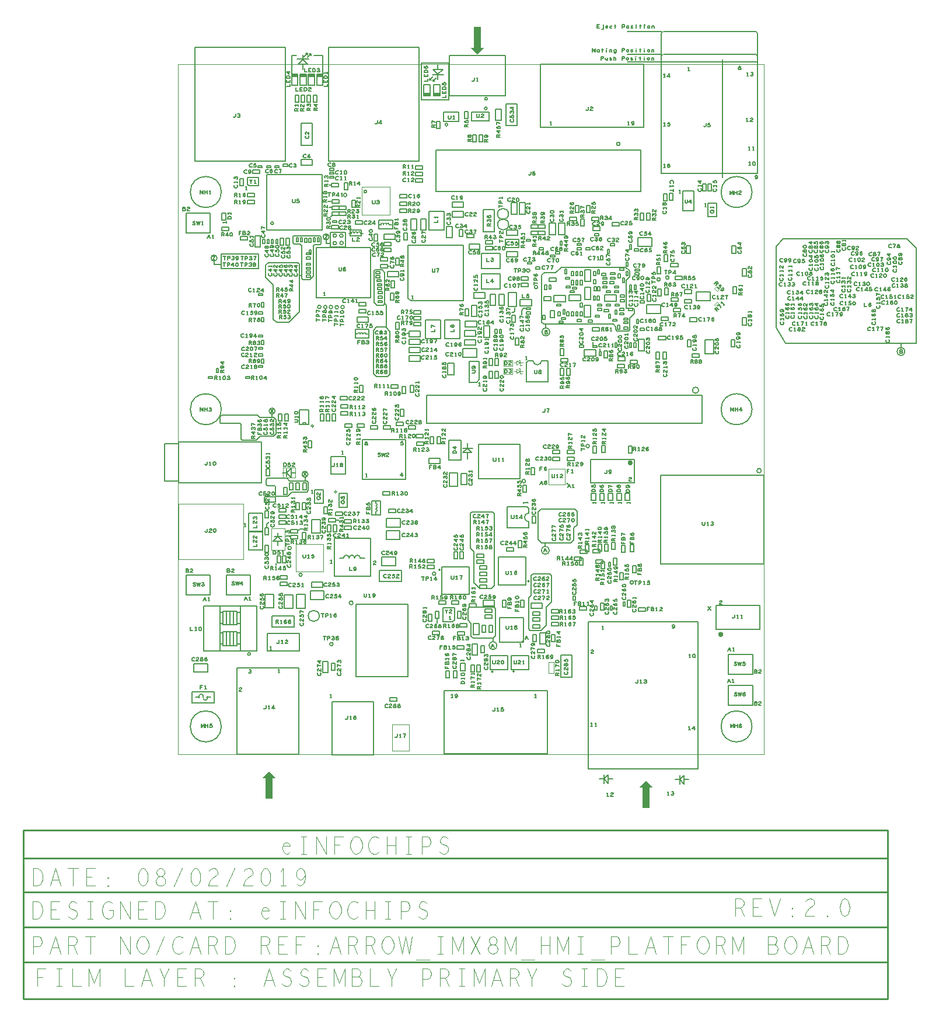
<source format=gbr>
G04 ================== begin FILE IDENTIFICATION RECORD ==================*
G04 Layout Name:  EI_ARROW_IMX8M_HMI_PLATFORM_17_00666_02.brd*
G04 Film Name:    ast.gbr*
G04 File Format:  Gerber RS274X*
G04 File Origin:  Cadence Allegro 17.2-P019*
G04 Origin Date:  Fri Feb 08 18:09:28 2019*
G04 *
G04 Layer:  DRAWING FORMAT/FILM_LABEL_OUTLINE*
G04 Layer:  DRAWING FORMAT/AST*
G04 Layer:  BOARD GEOMETRY/OUTLINE*
G04 Layer:  BOARD GEOMETRY/ASSEMBLY_TOP*
G04 Layer:  PACKAGE GEOMETRY/ASSEMBLY_TOP*
G04 Layer:  REF DES/ASSEMBLY_TOP*
G04 *
G04 Offset:    (0.00 0.00)*
G04 Mirror:    No*
G04 Mode:      Positive*
G04 Rotation:  0*
G04 FullContactRelief:  No*
G04 UndefLineWidth:     1.00*
G04 ================== end FILE IDENTIFICATION RECORD ====================*
%FSLAX25Y25*MOIN*%
%IR0*IPPOS*OFA0.00000B0.00000*MIA0B0*SFA1.00000B1.00000*%
%ADD10C,.01*%
%ADD11C,.004*%
%ADD12C,.001*%
%ADD13C,.005*%
%ADD14C,.006*%
%ADD15C,.00435*%
G75*
%LPD*%
G75*
G36*
G01X50001Y-13796D02*
X48033D01*
X51970Y-9859D01*
X55907Y-13796D01*
X53938D01*
Y-25607D01*
X50001D01*
Y-13796D01*
G37*
G36*
G01X172854Y403281D02*
X174823D01*
X170886Y399344D01*
X166949Y403281D01*
X168917D01*
Y415092D01*
X172854D01*
Y403281D01*
G37*
G36*
G01X259680Y166235D02*
G03I-1501J0D01*
G37*
G36*
G01X311368Y68229D02*
G03I-1500J0D01*
G37*
G36*
G01X265147Y-19048D02*
X263179D01*
X267116Y-15111D01*
X271053Y-19048D01*
X269084D01*
Y-30859D01*
X265147D01*
Y-19048D01*
G37*
G54D10*
G01X-88521Y-43540D02*
Y-139740D01*
G01D02*
X386979D01*
G01X-88521Y-118740D02*
X405279D01*
G01X-88521Y-98740D02*
X405279D01*
G01X-88521Y-78740D02*
X405279D01*
G01X-88521Y-59540D02*
X405279D01*
G01X-88521Y-43540D02*
X386979D01*
G01X386179Y-139740D02*
X405279D01*
Y-43540D01*
X385879D01*
G54D11*
G01X-80392Y-132550D02*
Y-122550D01*
X-75642D01*
G01X-77392Y-127383D02*
X-80392D01*
G01X-69517Y-122550D02*
X-66517D01*
G01X-68017D02*
Y-132550D01*
G01X-69517D02*
X-66517D01*
G01X-60517Y-122550D02*
Y-132550D01*
X-55517D01*
G01X-51267D02*
Y-122550D01*
X-48017Y-130883D01*
X-44767Y-122550D01*
Y-132550D01*
G01X-30517Y-122550D02*
Y-132550D01*
X-25517D01*
G01X-21142D02*
X-18017Y-122550D01*
X-14892Y-132550D01*
G01X-16017Y-129050D02*
X-20017D01*
G01X-8017Y-132550D02*
Y-128050D01*
X-10517Y-122550D01*
G01X-5517D02*
X-8017Y-128050D01*
G01X4483Y-132550D02*
X-517D01*
Y-122550D01*
X4483D01*
G01X2483Y-127383D02*
X-517D01*
G01X9483Y-132550D02*
Y-122550D01*
X12608D01*
X13608Y-123050D01*
X14233Y-123717D01*
X14483Y-125050D01*
X14233Y-126383D01*
X13483Y-127217D01*
X12608Y-127717D01*
X9483D01*
G01X12608D02*
X14483Y-132550D01*
G01X31983Y-132883D02*
X31733Y-132717D01*
Y-132383D01*
X31983Y-132217D01*
X32233Y-132383D01*
Y-132717D01*
X31983Y-132883D01*
G01Y-128384D02*
X31733Y-128217D01*
Y-127883D01*
X31983Y-127717D01*
X32233Y-127883D01*
Y-128217D01*
X31983Y-128384D01*
G01X48858Y-132550D02*
X51983Y-122550D01*
X55108Y-132550D01*
G01X53983Y-129050D02*
X49983D01*
G01X59358Y-131217D02*
X60358Y-132050D01*
X61483Y-132550D01*
X62483D01*
X63483Y-132050D01*
X64233Y-131217D01*
X64608Y-130050D01*
X64358Y-128884D01*
X63733Y-127883D01*
X62608Y-127217D01*
X61108Y-126883D01*
X60233Y-126217D01*
X59858Y-125050D01*
X60108Y-123883D01*
X60733Y-123050D01*
X61608Y-122550D01*
X62483D01*
X63358Y-122883D01*
X64108Y-123717D01*
G01X69358Y-131217D02*
X70358Y-132050D01*
X71483Y-132550D01*
X72483D01*
X73483Y-132050D01*
X74233Y-131217D01*
X74608Y-130050D01*
X74358Y-128884D01*
X73733Y-127883D01*
X72608Y-127217D01*
X71108Y-126883D01*
X70233Y-126217D01*
X69858Y-125050D01*
X70108Y-123883D01*
X70733Y-123050D01*
X71608Y-122550D01*
X72483D01*
X73358Y-122883D01*
X74108Y-123717D01*
G01X84483Y-132550D02*
X79483D01*
Y-122550D01*
X84483D01*
G01X82483Y-127383D02*
X79483D01*
G01X88733Y-132550D02*
Y-122550D01*
X91983Y-130883D01*
X95233Y-122550D01*
Y-132550D01*
G01X102983Y-127217D02*
X103483Y-126717D01*
X103858Y-125884D01*
X104108Y-124717D01*
X103858Y-123717D01*
X103358Y-123050D01*
X102483Y-122550D01*
X99108D01*
Y-132550D01*
X103233D01*
X104108Y-131883D01*
X104608Y-130883D01*
X104858Y-129717D01*
X104608Y-128550D01*
X103858Y-127550D01*
X102983Y-127217D01*
X99108D01*
G01X109483Y-122550D02*
Y-132550D01*
X114483D01*
G01X121983D02*
Y-128050D01*
X119483Y-122550D01*
G01X124483D02*
X121983Y-128050D01*
G01X139483Y-132550D02*
Y-122550D01*
X142483D01*
X143483Y-123050D01*
X144233Y-124217D01*
X144483Y-125550D01*
X144233Y-126883D01*
X143608Y-127883D01*
X142483Y-128384D01*
X139483D01*
G01X149483Y-132550D02*
Y-122550D01*
X152608D01*
X153608Y-123050D01*
X154233Y-123717D01*
X154483Y-125050D01*
X154233Y-126383D01*
X153483Y-127217D01*
X152608Y-127717D01*
X149483D01*
G01X152608D02*
X154483Y-132550D01*
G01X160483Y-122550D02*
X163483D01*
G01X161983D02*
Y-132550D01*
G01X160483D02*
X163483D01*
G01X168733D02*
Y-122550D01*
X171983Y-130883D01*
X175233Y-122550D01*
Y-132550D01*
G01X178858D02*
X181983Y-122550D01*
X185108Y-132550D01*
G01X183983Y-129050D02*
X179983D01*
G01X189483Y-132550D02*
Y-122550D01*
X192608D01*
X193608Y-123050D01*
X194233Y-123717D01*
X194483Y-125050D01*
X194233Y-126383D01*
X193483Y-127217D01*
X192608Y-127717D01*
X189483D01*
G01X192608D02*
X194483Y-132550D01*
G01X201983D02*
Y-128050D01*
X199483Y-122550D01*
G01X204483D02*
X201983Y-128050D01*
G01X219358Y-131217D02*
X220358Y-132050D01*
X221483Y-132550D01*
X222483D01*
X223483Y-132050D01*
X224233Y-131217D01*
X224608Y-130050D01*
X224358Y-128884D01*
X223733Y-127883D01*
X222608Y-127217D01*
X221108Y-126883D01*
X220233Y-126217D01*
X219858Y-125050D01*
X220108Y-123883D01*
X220733Y-123050D01*
X221608Y-122550D01*
X222483D01*
X223358Y-122883D01*
X224108Y-123717D01*
G01X230483Y-122550D02*
X233483D01*
G01X231983D02*
Y-132550D01*
G01X230483D02*
X233483D01*
G01X239233D02*
Y-122550D01*
X241733D01*
X242733Y-123050D01*
X243483Y-123717D01*
X244108Y-124717D01*
X244608Y-125884D01*
X244733Y-127550D01*
X244608Y-129217D01*
X244108Y-130383D01*
X243483Y-131384D01*
X242733Y-132050D01*
X241733Y-132550D01*
X239233D01*
G01X254483D02*
X249483D01*
Y-122550D01*
X254483D01*
G01X252483Y-127383D02*
X249483D01*
G01X-82771Y-114040D02*
Y-104040D01*
X-79771D01*
X-78771Y-104540D01*
X-78021Y-105707D01*
X-77771Y-107040D01*
X-78021Y-108373D01*
X-78646Y-109373D01*
X-79771Y-109874D01*
X-82771D01*
G01X-73396Y-114040D02*
X-70271Y-104040D01*
X-67146Y-114040D01*
G01X-68271Y-110540D02*
X-72271D01*
G01X-62771Y-114040D02*
Y-104040D01*
X-59646D01*
X-58646Y-104540D01*
X-58021Y-105207D01*
X-57771Y-106540D01*
X-58021Y-107873D01*
X-58771Y-108707D01*
X-59646Y-109207D01*
X-62771D01*
G01X-59646D02*
X-57771Y-114040D01*
G01X-50271Y-104040D02*
Y-114040D01*
G01X-53146Y-104040D02*
X-47396D01*
G01X-33146Y-114040D02*
Y-104040D01*
X-27396Y-114040D01*
Y-104040D01*
G01X-20271Y-114040D02*
X-21271Y-113873D01*
X-22146Y-113207D01*
X-22896Y-112207D01*
X-23396Y-111040D01*
X-23646Y-109707D01*
Y-108373D01*
X-23396Y-107040D01*
X-22896Y-105873D01*
X-22146Y-104873D01*
X-21271Y-104207D01*
X-20271Y-104040D01*
X-19271Y-104207D01*
X-18396Y-104873D01*
X-17646Y-105873D01*
X-17146Y-107040D01*
X-16896Y-108373D01*
Y-109707D01*
X-17146Y-111040D01*
X-17646Y-112207D01*
X-18396Y-113207D01*
X-19271Y-113873D01*
X-20271Y-114040D01*
G01X-12521Y-114373D02*
X-8021Y-104040D01*
G01X2479Y-104873D02*
X1729Y-104373D01*
X854Y-104040D01*
X-146D01*
X-1271Y-104540D01*
X-2146Y-105373D01*
X-2771Y-106373D01*
X-3271Y-108040D01*
X-3396Y-109540D01*
X-3146Y-111040D01*
X-2771Y-112040D01*
X-2021Y-113040D01*
X-1146Y-113707D01*
X-271Y-114040D01*
X604D01*
X1479Y-113707D01*
X2229Y-113207D01*
X2854Y-112540D01*
G01X6604Y-114040D02*
X9729Y-104040D01*
X12854Y-114040D01*
G01X11729Y-110540D02*
X7729D01*
G01X17229Y-114040D02*
Y-104040D01*
X20354D01*
X21354Y-104540D01*
X21979Y-105207D01*
X22229Y-106540D01*
X21979Y-107873D01*
X21229Y-108707D01*
X20354Y-109207D01*
X17229D01*
G01X20354D02*
X22229Y-114040D01*
G01X26979D02*
Y-104040D01*
X29479D01*
X30479Y-104540D01*
X31229Y-105207D01*
X31854Y-106207D01*
X32354Y-107374D01*
X32479Y-109040D01*
X32354Y-110707D01*
X31854Y-111873D01*
X31229Y-112874D01*
X30479Y-113540D01*
X29479Y-114040D01*
X26979D01*
G01X47229D02*
Y-104040D01*
X50354D01*
X51354Y-104540D01*
X51979Y-105207D01*
X52229Y-106540D01*
X51979Y-107873D01*
X51229Y-108707D01*
X50354Y-109207D01*
X47229D01*
G01X50354D02*
X52229Y-114040D01*
G01X62229D02*
X57229D01*
Y-104040D01*
X62229D01*
G01X60229Y-108873D02*
X57229D01*
G01X67354Y-114040D02*
Y-104040D01*
X72104D01*
G01X70354Y-108873D02*
X67354D01*
G01X79729Y-114373D02*
X79479Y-114207D01*
Y-113873D01*
X79729Y-113707D01*
X79979Y-113873D01*
Y-114207D01*
X79729Y-114373D01*
G01Y-109874D02*
X79479Y-109707D01*
Y-109373D01*
X79729Y-109207D01*
X79979Y-109373D01*
Y-109707D01*
X79729Y-109874D01*
G01X86604Y-114040D02*
X89729Y-104040D01*
X92854Y-114040D01*
G01X91729Y-110540D02*
X87729D01*
G01X97229Y-114040D02*
Y-104040D01*
X100354D01*
X101354Y-104540D01*
X101979Y-105207D01*
X102229Y-106540D01*
X101979Y-107873D01*
X101229Y-108707D01*
X100354Y-109207D01*
X97229D01*
G01X100354D02*
X102229Y-114040D01*
G01X107229D02*
Y-104040D01*
X110354D01*
X111354Y-104540D01*
X111979Y-105207D01*
X112229Y-106540D01*
X111979Y-107873D01*
X111229Y-108707D01*
X110354Y-109207D01*
X107229D01*
G01X110354D02*
X112229Y-114040D01*
G01X119729D02*
X118729Y-113873D01*
X117854Y-113207D01*
X117104Y-112207D01*
X116604Y-111040D01*
X116354Y-109707D01*
Y-108373D01*
X116604Y-107040D01*
X117104Y-105873D01*
X117854Y-104873D01*
X118729Y-104207D01*
X119729Y-104040D01*
X120729Y-104207D01*
X121604Y-104873D01*
X122354Y-105873D01*
X122854Y-107040D01*
X123104Y-108373D01*
Y-109707D01*
X122854Y-111040D01*
X122354Y-112207D01*
X121604Y-113207D01*
X120729Y-113873D01*
X119729Y-114040D01*
G01X125979Y-104040D02*
X127729Y-114040D01*
X129729Y-104040D01*
X131729Y-114040D01*
X133479Y-104040D01*
G01X135979Y-117373D02*
X143479D01*
G01X148229Y-104040D02*
X151229D01*
G01X149729D02*
Y-114040D01*
G01X148229D02*
X151229D01*
G01X156479D02*
Y-104040D01*
X159729Y-112373D01*
X162979Y-104040D01*
Y-114040D01*
G01X167104D02*
X172354Y-104040D01*
G01X167104D02*
X172354Y-114040D01*
G01X179729D02*
X180604Y-113873D01*
X181604Y-113373D01*
X182229Y-112540D01*
X182479Y-111373D01*
X182229Y-110207D01*
X181479Y-109207D01*
X180354Y-108707D01*
X179104D01*
X178354Y-108373D01*
X177729Y-107540D01*
X177479Y-106373D01*
X177854Y-105207D01*
X178729Y-104373D01*
X179729Y-104040D01*
X180729Y-104373D01*
X181604Y-105207D01*
X181979Y-106373D01*
X181729Y-107540D01*
X181104Y-108373D01*
X180354Y-108707D01*
X179104D01*
X177979Y-109207D01*
X177229Y-110207D01*
X176979Y-111373D01*
X177229Y-112540D01*
X177854Y-113373D01*
X178854Y-113873D01*
X179729Y-114040D01*
G01X186479D02*
Y-104040D01*
X189729Y-112373D01*
X192979Y-104040D01*
Y-114040D01*
G01X195979Y-117373D02*
X203479D01*
G01X207104Y-114040D02*
Y-104040D01*
G01X212354D02*
Y-114040D01*
G01Y-109040D02*
X207104D01*
G01X216479Y-114040D02*
Y-104040D01*
X219729Y-112373D01*
X222979Y-104040D01*
Y-114040D01*
G01X228229Y-104040D02*
X231229D01*
G01X229729D02*
Y-114040D01*
G01X228229D02*
X231229D01*
G01X235979Y-117373D02*
X243479D01*
G01X247229Y-114040D02*
Y-104040D01*
X250229D01*
X251229Y-104540D01*
X251979Y-105707D01*
X252229Y-107040D01*
X251979Y-108373D01*
X251354Y-109373D01*
X250229Y-109874D01*
X247229D01*
G01X257229Y-104040D02*
Y-114040D01*
X262229D01*
G01X266604D02*
X269729Y-104040D01*
X272854Y-114040D01*
G01X271729Y-110540D02*
X267729D01*
G01X279729Y-104040D02*
Y-114040D01*
G01X276854Y-104040D02*
X282604D01*
G01X287354Y-114040D02*
Y-104040D01*
X292104D01*
G01X290354Y-108873D02*
X287354D01*
G01X299729Y-114040D02*
X298729Y-113873D01*
X297854Y-113207D01*
X297104Y-112207D01*
X296604Y-111040D01*
X296354Y-109707D01*
Y-108373D01*
X296604Y-107040D01*
X297104Y-105873D01*
X297854Y-104873D01*
X298729Y-104207D01*
X299729Y-104040D01*
X300729Y-104207D01*
X301604Y-104873D01*
X302354Y-105873D01*
X302854Y-107040D01*
X303104Y-108373D01*
Y-109707D01*
X302854Y-111040D01*
X302354Y-112207D01*
X301604Y-113207D01*
X300729Y-113873D01*
X299729Y-114040D01*
G01X307229D02*
Y-104040D01*
X310354D01*
X311354Y-104540D01*
X311979Y-105207D01*
X312229Y-106540D01*
X311979Y-107873D01*
X311229Y-108707D01*
X310354Y-109207D01*
X307229D01*
G01X310354D02*
X312229Y-114040D01*
G01X316479D02*
Y-104040D01*
X319729Y-112373D01*
X322979Y-104040D01*
Y-114040D01*
G01X340729Y-108707D02*
X341229Y-108207D01*
X341604Y-107374D01*
X341854Y-106207D01*
X341604Y-105207D01*
X341104Y-104540D01*
X340229Y-104040D01*
X336854D01*
Y-114040D01*
X340979D01*
X341854Y-113373D01*
X342354Y-112373D01*
X342604Y-111207D01*
X342354Y-110040D01*
X341604Y-109040D01*
X340729Y-108707D01*
X336854D01*
G01X349729Y-114040D02*
X348729Y-113873D01*
X347854Y-113207D01*
X347104Y-112207D01*
X346604Y-111040D01*
X346354Y-109707D01*
Y-108373D01*
X346604Y-107040D01*
X347104Y-105873D01*
X347854Y-104873D01*
X348729Y-104207D01*
X349729Y-104040D01*
X350729Y-104207D01*
X351604Y-104873D01*
X352354Y-105873D01*
X352854Y-107040D01*
X353104Y-108373D01*
Y-109707D01*
X352854Y-111040D01*
X352354Y-112207D01*
X351604Y-113207D01*
X350729Y-113873D01*
X349729Y-114040D01*
G01X356604D02*
X359729Y-104040D01*
X362854Y-114040D01*
G01X361729Y-110540D02*
X357729D01*
G01X367229Y-114040D02*
Y-104040D01*
X370354D01*
X371354Y-104540D01*
X371979Y-105207D01*
X372229Y-106540D01*
X371979Y-107873D01*
X371229Y-108707D01*
X370354Y-109207D01*
X367229D01*
G01X370354D02*
X372229Y-114040D01*
G01X376979D02*
Y-104040D01*
X379479D01*
X380479Y-104540D01*
X381229Y-105207D01*
X381854Y-106207D01*
X382354Y-107374D01*
X382479Y-109040D01*
X382354Y-110707D01*
X381854Y-111873D01*
X381229Y-112874D01*
X380479Y-113540D01*
X379479Y-114040D01*
X376979D01*
G01X-83021Y-94040D02*
Y-84040D01*
X-80521D01*
X-79521Y-84540D01*
X-78771Y-85207D01*
X-78146Y-86207D01*
X-77646Y-87374D01*
X-77521Y-89040D01*
X-77646Y-90707D01*
X-78146Y-91873D01*
X-78771Y-92874D01*
X-79521Y-93540D01*
X-80521Y-94040D01*
X-83021D01*
G01X-67771D02*
X-72771D01*
Y-84040D01*
X-67771D01*
G01X-69771Y-88873D02*
X-72771D01*
G01X-62896Y-92707D02*
X-61896Y-93540D01*
X-60771Y-94040D01*
X-59771D01*
X-58771Y-93540D01*
X-58021Y-92707D01*
X-57646Y-91540D01*
X-57896Y-90374D01*
X-58521Y-89373D01*
X-59646Y-88707D01*
X-61146Y-88373D01*
X-62021Y-87707D01*
X-62396Y-86540D01*
X-62146Y-85373D01*
X-61521Y-84540D01*
X-60646Y-84040D01*
X-59771D01*
X-58896Y-84373D01*
X-58146Y-85207D01*
G01X-51771Y-84040D02*
X-48771D01*
G01X-50271D02*
Y-94040D01*
G01X-51771D02*
X-48771D01*
G01X-39521Y-89040D02*
X-37021D01*
Y-92040D01*
X-37771Y-93040D01*
X-38646Y-93707D01*
X-39896Y-94040D01*
X-41146Y-93707D01*
X-42021Y-93040D01*
X-42771Y-92040D01*
X-43271Y-90873D01*
X-43521Y-89540D01*
Y-88373D01*
X-43271Y-87374D01*
X-42771Y-86207D01*
X-42021Y-85207D01*
X-41271Y-84540D01*
X-40271Y-84040D01*
X-39396D01*
X-38396Y-84373D01*
X-37646Y-85040D01*
G01X-33146Y-94040D02*
Y-84040D01*
X-27396Y-94040D01*
Y-84040D01*
G01X-17771Y-94040D02*
X-22771D01*
Y-84040D01*
X-17771D01*
G01X-19771Y-88873D02*
X-22771D01*
G01X-13021Y-94040D02*
Y-84040D01*
X-10521D01*
X-9521Y-84540D01*
X-8771Y-85207D01*
X-8146Y-86207D01*
X-7646Y-87374D01*
X-7521Y-89040D01*
X-7646Y-90707D01*
X-8146Y-91873D01*
X-8771Y-92874D01*
X-9521Y-93540D01*
X-10521Y-94040D01*
X-13021D01*
G01X6604D02*
X9729Y-84040D01*
X12854Y-94040D01*
G01X11729Y-90540D02*
X7729D01*
G01X19729Y-84040D02*
Y-94040D01*
G01X16854Y-84040D02*
X22604D01*
G01X29729Y-94373D02*
X29479Y-94207D01*
Y-93873D01*
X29729Y-93707D01*
X29979Y-93873D01*
Y-94207D01*
X29729Y-94373D01*
G01Y-89874D02*
X29479Y-89707D01*
Y-89373D01*
X29729Y-89207D01*
X29979Y-89373D01*
Y-89707D01*
X29729Y-89874D01*
G01X47854Y-89540D02*
X51854D01*
X51479Y-88373D01*
X50854Y-87707D01*
X49979Y-87374D01*
X49104Y-87540D01*
X48354Y-88040D01*
X47854Y-89207D01*
X47604Y-90207D01*
Y-91207D01*
X47854Y-92207D01*
X48479Y-93207D01*
X49229Y-93873D01*
X50104Y-94040D01*
X50979Y-93707D01*
X51854Y-92707D01*
G01X58229Y-84040D02*
X61229D01*
G01X59729D02*
Y-94040D01*
G01X58229D02*
X61229D01*
G01X66854D02*
Y-84040D01*
X72604Y-94040D01*
Y-84040D01*
G01X77354Y-94040D02*
Y-84040D01*
X82104D01*
G01X80354Y-88873D02*
X77354D01*
G01X89729Y-94040D02*
X88729Y-93873D01*
X87854Y-93207D01*
X87104Y-92207D01*
X86604Y-91040D01*
X86354Y-89707D01*
Y-88373D01*
X86604Y-87040D01*
X87104Y-85873D01*
X87854Y-84873D01*
X88729Y-84207D01*
X89729Y-84040D01*
X90729Y-84207D01*
X91604Y-84873D01*
X92354Y-85873D01*
X92854Y-87040D01*
X93104Y-88373D01*
Y-89707D01*
X92854Y-91040D01*
X92354Y-92207D01*
X91604Y-93207D01*
X90729Y-93873D01*
X89729Y-94040D01*
G01X102479Y-84873D02*
X101729Y-84373D01*
X100854Y-84040D01*
X99854D01*
X98729Y-84540D01*
X97854Y-85373D01*
X97229Y-86373D01*
X96729Y-88040D01*
X96604Y-89540D01*
X96854Y-91040D01*
X97229Y-92040D01*
X97979Y-93040D01*
X98854Y-93707D01*
X99729Y-94040D01*
X100604D01*
X101479Y-93707D01*
X102229Y-93207D01*
X102854Y-92540D01*
G01X107104Y-94040D02*
Y-84040D01*
G01X112354D02*
Y-94040D01*
G01Y-89040D02*
X107104D01*
G01X118229Y-84040D02*
X121229D01*
G01X119729D02*
Y-94040D01*
G01X118229D02*
X121229D01*
G01X127229D02*
Y-84040D01*
X130229D01*
X131229Y-84540D01*
X131979Y-85707D01*
X132229Y-87040D01*
X131979Y-88373D01*
X131354Y-89373D01*
X130229Y-89874D01*
X127229D01*
G01X137104Y-92707D02*
X138104Y-93540D01*
X139229Y-94040D01*
X140229D01*
X141229Y-93540D01*
X141979Y-92707D01*
X142354Y-91540D01*
X142104Y-90374D01*
X141479Y-89373D01*
X140354Y-88707D01*
X138854Y-88373D01*
X137979Y-87707D01*
X137604Y-86540D01*
X137854Y-85373D01*
X138479Y-84540D01*
X139354Y-84040D01*
X140229D01*
X141104Y-84373D01*
X141854Y-85207D01*
G01X-82850Y-75234D02*
Y-65234D01*
X-80350D01*
X-79350Y-65734D01*
X-78600Y-66401D01*
X-77975Y-67401D01*
X-77475Y-68568D01*
X-77350Y-70234D01*
X-77475Y-71901D01*
X-77975Y-73067D01*
X-78600Y-74068D01*
X-79350Y-74734D01*
X-80350Y-75234D01*
X-82850D01*
G01X-73225D02*
X-70100Y-65234D01*
X-66975Y-75234D01*
G01X-68100Y-71734D02*
X-72100D01*
G01X-60100Y-65234D02*
Y-75234D01*
G01X-62975Y-65234D02*
X-57225D01*
G01X-47600Y-75234D02*
X-52600D01*
Y-65234D01*
X-47600D01*
G01X-49600Y-70067D02*
X-52600D01*
G01X-40100Y-75567D02*
X-40350Y-75401D01*
Y-75067D01*
X-40100Y-74901D01*
X-39850Y-75067D01*
Y-75401D01*
X-40100Y-75567D01*
G01Y-71068D02*
X-40350Y-70901D01*
Y-70567D01*
X-40100Y-70401D01*
X-39850Y-70567D01*
Y-70901D01*
X-40100Y-71068D01*
G01X-20100Y-65234D02*
X-21100Y-65567D01*
X-21850Y-66401D01*
X-22350Y-67401D01*
X-22725Y-68734D01*
X-22850Y-70234D01*
X-22725Y-71734D01*
X-22350Y-73067D01*
X-21850Y-74068D01*
X-21100Y-74901D01*
X-20100Y-75234D01*
X-19100Y-74901D01*
X-18350Y-74068D01*
X-17850Y-73067D01*
X-17475Y-71734D01*
X-17350Y-70234D01*
X-17475Y-68734D01*
X-17850Y-67401D01*
X-18350Y-66401D01*
X-19100Y-65567D01*
X-20100Y-65234D01*
G01X-10100Y-75234D02*
X-9225Y-75067D01*
X-8225Y-74567D01*
X-7600Y-73734D01*
X-7350Y-72567D01*
X-7600Y-71401D01*
X-8350Y-70401D01*
X-9475Y-69901D01*
X-10725D01*
X-11475Y-69567D01*
X-12100Y-68734D01*
X-12350Y-67567D01*
X-11975Y-66401D01*
X-11100Y-65567D01*
X-10100Y-65234D01*
X-9100Y-65567D01*
X-8225Y-66401D01*
X-7850Y-67567D01*
X-8100Y-68734D01*
X-8725Y-69567D01*
X-9475Y-69901D01*
X-10725D01*
X-11850Y-70401D01*
X-12600Y-71401D01*
X-12850Y-72567D01*
X-12600Y-73734D01*
X-11975Y-74567D01*
X-10975Y-75067D01*
X-10100Y-75234D01*
G01X-2350Y-75567D02*
X2150Y-65234D01*
G01X9900D02*
X8900Y-65567D01*
X8150Y-66401D01*
X7650Y-67401D01*
X7275Y-68734D01*
X7150Y-70234D01*
X7275Y-71734D01*
X7650Y-73067D01*
X8150Y-74068D01*
X8900Y-74901D01*
X9900Y-75234D01*
X10900Y-74901D01*
X11650Y-74068D01*
X12150Y-73067D01*
X12525Y-71734D01*
X12650Y-70234D01*
X12525Y-68734D01*
X12150Y-67401D01*
X11650Y-66401D01*
X10900Y-65567D01*
X9900Y-65234D01*
G01X17525Y-66901D02*
X18275Y-65901D01*
X19150Y-65401D01*
X20150Y-65234D01*
X21400Y-65567D01*
X22275Y-66401D01*
X22525Y-67401D01*
X22400Y-68401D01*
X21900Y-69234D01*
X19400Y-70901D01*
X18275Y-72067D01*
X17525Y-73734D01*
X17275Y-75234D01*
X22525D01*
G01X27650Y-75567D02*
X32150Y-65234D01*
G01X37525Y-66901D02*
X38275Y-65901D01*
X39150Y-65401D01*
X40150Y-65234D01*
X41400Y-65567D01*
X42275Y-66401D01*
X42525Y-67401D01*
X42400Y-68401D01*
X41900Y-69234D01*
X39400Y-70901D01*
X38275Y-72067D01*
X37525Y-73734D01*
X37275Y-75234D01*
X42525D01*
G01X49900Y-65234D02*
X48900Y-65567D01*
X48150Y-66401D01*
X47650Y-67401D01*
X47275Y-68734D01*
X47150Y-70234D01*
X47275Y-71734D01*
X47650Y-73067D01*
X48150Y-74068D01*
X48900Y-74901D01*
X49900Y-75234D01*
X50900Y-74901D01*
X51650Y-74068D01*
X52150Y-73067D01*
X52525Y-71734D01*
X52650Y-70234D01*
X52525Y-68734D01*
X52150Y-67401D01*
X51650Y-66401D01*
X50900Y-65567D01*
X49900Y-65234D01*
G01X59900Y-75234D02*
Y-65234D01*
X58400Y-67234D01*
G01Y-75234D02*
X61400D01*
G01X67775Y-74068D02*
X68650Y-74901D01*
X69650Y-75234D01*
X70650Y-74901D01*
X71525Y-73901D01*
X72150Y-72401D01*
X72400Y-70901D01*
Y-69067D01*
X72150Y-67567D01*
X71525Y-66234D01*
X70775Y-65567D01*
X69900Y-65234D01*
X68900Y-65567D01*
X68150Y-66234D01*
X67650Y-67234D01*
X67400Y-68568D01*
X67650Y-69734D01*
X68275Y-70901D01*
X69025Y-71568D01*
X69900Y-71734D01*
X70900Y-71401D01*
X71650Y-70567D01*
X72400Y-69067D01*
G01X59804Y-52540D02*
X63804D01*
X63429Y-51373D01*
X62804Y-50707D01*
X61929Y-50374D01*
X61054Y-50540D01*
X60304Y-51040D01*
X59804Y-52207D01*
X59554Y-53207D01*
Y-54207D01*
X59804Y-55207D01*
X60429Y-56207D01*
X61179Y-56873D01*
X62054Y-57040D01*
X62929Y-56707D01*
X63804Y-55707D01*
G01X70179Y-47040D02*
X73179D01*
G01X71679D02*
Y-57040D01*
G01X70179D02*
X73179D01*
G01X78804D02*
Y-47040D01*
X84554Y-57040D01*
Y-47040D01*
G01X89304Y-57040D02*
Y-47040D01*
X94054D01*
G01X92304Y-51873D02*
X89304D01*
G01X101679Y-57040D02*
X100679Y-56873D01*
X99804Y-56207D01*
X99054Y-55207D01*
X98554Y-54040D01*
X98304Y-52707D01*
Y-51373D01*
X98554Y-50040D01*
X99054Y-48873D01*
X99804Y-47873D01*
X100679Y-47207D01*
X101679Y-47040D01*
X102679Y-47207D01*
X103554Y-47873D01*
X104304Y-48873D01*
X104804Y-50040D01*
X105054Y-51373D01*
Y-52707D01*
X104804Y-54040D01*
X104304Y-55207D01*
X103554Y-56207D01*
X102679Y-56873D01*
X101679Y-57040D01*
G01X114429Y-47873D02*
X113679Y-47373D01*
X112804Y-47040D01*
X111804D01*
X110679Y-47540D01*
X109804Y-48373D01*
X109179Y-49373D01*
X108679Y-51040D01*
X108554Y-52540D01*
X108804Y-54040D01*
X109179Y-55040D01*
X109929Y-56040D01*
X110804Y-56707D01*
X111679Y-57040D01*
X112554D01*
X113429Y-56707D01*
X114179Y-56207D01*
X114804Y-55540D01*
G01X119054Y-57040D02*
Y-47040D01*
G01X124304D02*
Y-57040D01*
G01Y-52040D02*
X119054D01*
G01X130179Y-47040D02*
X133179D01*
G01X131679D02*
Y-57040D01*
G01X130179D02*
X133179D01*
G01X139179D02*
Y-47040D01*
X142179D01*
X143179Y-47540D01*
X143929Y-48707D01*
X144179Y-50040D01*
X143929Y-51373D01*
X143304Y-52373D01*
X142179Y-52874D01*
X139179D01*
G01X149054Y-55707D02*
X150054Y-56540D01*
X151179Y-57040D01*
X152179D01*
X153179Y-56540D01*
X153929Y-55707D01*
X154304Y-54540D01*
X154054Y-53374D01*
X153429Y-52373D01*
X152304Y-51707D01*
X150804Y-51373D01*
X149929Y-50707D01*
X149554Y-49540D01*
X149804Y-48373D01*
X150429Y-47540D01*
X151304Y-47040D01*
X152179D01*
X153054Y-47373D01*
X153804Y-48207D01*
G01X318200Y-92634D02*
Y-82634D01*
X321325D01*
X322325Y-83134D01*
X322950Y-83801D01*
X323200Y-85134D01*
X322950Y-86467D01*
X322200Y-87301D01*
X321325Y-87801D01*
X318200D01*
G01X321325D02*
X323200Y-92634D01*
G01X333200D02*
X328200D01*
Y-82634D01*
X333200D01*
G01X331200Y-87467D02*
X328200D01*
G01X337575Y-82634D02*
X340700Y-92634D01*
X343825Y-82634D01*
G01X350700Y-92967D02*
X350450Y-92801D01*
Y-92467D01*
X350700Y-92301D01*
X350950Y-92467D01*
Y-92801D01*
X350700Y-92967D01*
G01Y-88468D02*
X350450Y-88301D01*
Y-87967D01*
X350700Y-87801D01*
X350950Y-87967D01*
Y-88301D01*
X350700Y-88468D01*
G01X358325Y-84301D02*
X359075Y-83301D01*
X359950Y-82801D01*
X360950Y-82634D01*
X362200Y-82967D01*
X363075Y-83801D01*
X363325Y-84801D01*
X363200Y-85801D01*
X362700Y-86634D01*
X360200Y-88301D01*
X359075Y-89467D01*
X358325Y-91134D01*
X358075Y-92634D01*
X363325D01*
G01X370700Y-92967D02*
X370450Y-92801D01*
Y-92467D01*
X370700Y-92301D01*
X370950Y-92467D01*
Y-92801D01*
X370700Y-92967D01*
G01X380700Y-82634D02*
X379700Y-82967D01*
X378950Y-83801D01*
X378450Y-84801D01*
X378075Y-86134D01*
X377950Y-87634D01*
X378075Y-89134D01*
X378450Y-90467D01*
X378950Y-91468D01*
X379700Y-92301D01*
X380700Y-92634D01*
X381700Y-92301D01*
X382450Y-91468D01*
X382950Y-90467D01*
X383325Y-89134D01*
X383450Y-87634D01*
X383325Y-86134D01*
X382950Y-84801D01*
X382450Y-83801D01*
X381700Y-82967D01*
X380700Y-82634D01*
G01X214675Y46051D02*
Y52350D01*
X211525D01*
Y46051D01*
X214675D01*
G01X306983Y255747D02*
X306147Y256583D01*
X307817Y258253D01*
X308653Y257417D01*
X306983Y255747D01*
G01X306347Y265917D02*
X307183Y266753D01*
X308853Y265083D01*
X308017Y264247D01*
X306347Y265917D01*
G54D12*
G01X0Y0D02*
Y393701D01*
X334646D01*
Y0D01*
X0D01*
G01X82825Y104065D02*
X67077D01*
Y119813D01*
X82825D01*
Y104065D01*
G01X131882Y16900D02*
X122118D01*
Y1900D01*
X131882D01*
Y16900D01*
G01X73Y111252D02*
X37081D01*
Y142748D01*
X73D01*
Y111252D01*
G01X59740Y163393D02*
Y157881D01*
X66826D01*
Y163393D01*
X59740D01*
G01X53063Y116498D02*
X60937D01*
Y128702D01*
X53063D01*
Y116498D01*
G01X120962Y307684D02*
Y323826D01*
X104820D01*
Y307684D01*
X120962D01*
G01X220963Y162962D02*
Y153670D01*
X211671D01*
Y162962D01*
X220963D01*
G01X303100Y-32D02*
X223100D01*
G54D13*
G01X178867Y60900D02*
X179700Y62900D01*
X180533Y60900D01*
G01X180233Y61600D02*
X179167D01*
G01X163191Y53480D02*
X161191D01*
X161591Y53080D01*
G01X163191D02*
Y53880D01*
G01X52900Y194800D02*
X54300Y196800D01*
G01X52900D02*
X54300Y194800D01*
G01X38121Y129873D02*
Y131873D01*
X37721Y131473D01*
G01Y129873D02*
X38521D01*
G01X71700Y158700D02*
X73100Y160700D01*
G01X71700D02*
X73100Y158700D01*
G01X166900Y137400D02*
Y117400D01*
X168900Y115400D01*
Y97900D01*
X172200Y94600D01*
X178900D01*
X180600Y96300D01*
Y137200D01*
X179500Y138300D01*
X167800D01*
X166900Y137400D01*
G01X165400Y82900D02*
Y76500D01*
X167300Y74600D01*
Y67300D01*
X168500Y66100D01*
X179800D01*
X181300Y67600D01*
Y83000D01*
X180600Y83700D01*
X166200D01*
X165400Y82900D01*
G01X182080Y61900D02*
G03I-2280J0D01*
G01X179800Y66100D02*
Y64200D01*
G01X50200Y153800D02*
Y156600D01*
X51000Y157400D01*
X62100D01*
X63500Y156000D01*
X73500D01*
X74200Y155300D01*
Y150400D01*
X73400Y149600D01*
X64900D01*
X62500Y147200D01*
X56000D01*
X55500Y147700D01*
Y152700D01*
X55000Y153200D01*
X50800D01*
X50200Y153800D01*
G01X23900Y192100D02*
Y192500D01*
X25000Y193600D01*
X45100D01*
X46600Y192100D01*
X54500D01*
X55800Y190800D01*
Y182900D01*
X54500Y181600D01*
X46800D01*
X44500Y179300D01*
X36500D01*
X35800Y180000D01*
Y188300D01*
X35200Y188900D01*
X24200D01*
X23900Y189200D01*
Y192100D01*
G01X72400Y156100D02*
Y158000D01*
G01X74103Y159700D02*
G03I-1703J0D01*
G01X55331Y195821D02*
G03I-1703J0D01*
G01X53628Y192221D02*
Y194121D01*
G01X55331Y195821D02*
G03I-1703J0D01*
G01X53628Y192221D02*
Y194121D01*
G01X55800Y107800D02*
Y108700D01*
X55900Y108800D01*
G01X147800Y74900D02*
Y77300D01*
G01X68900Y128000D02*
X69400Y128500D01*
X71000D01*
X71100Y128400D01*
G01X91900Y133500D02*
X90000D01*
G01X50500Y130000D02*
Y131100D01*
X51900Y132500D01*
G01X113200Y243700D02*
X118500D01*
X120900Y241300D01*
Y217000D01*
X119400Y215500D01*
X113200D01*
X111400Y217300D01*
Y241900D01*
X113200Y243700D01*
G01X172059Y210268D02*
Y212268D01*
X171659Y211868D01*
G01Y210268D02*
X172459D01*
G01X166334Y212317D02*
Y224117D01*
X171834D01*
Y213717D01*
X170434Y212317D01*
X166334D01*
G01X199014Y212381D02*
Y223585D01*
X200014Y224585D01*
X202675D01*
G01X199014Y212381D02*
X211218D01*
G01X190289Y136373D02*
Y134940D01*
X190422Y134640D01*
X190689Y134440D01*
X191022Y134373D01*
X191355Y134440D01*
X191622Y134640D01*
X191755Y134940D01*
Y136373D01*
G01X193422Y134373D02*
Y136373D01*
X193022Y135973D01*
G01Y134373D02*
X193822D01*
G01X196222D02*
Y136373D01*
X194989Y134940D01*
X196655D01*
G01X187928Y141221D02*
X199132D01*
X200132Y140221D01*
Y137560D01*
G01X187928Y141221D02*
Y129017D01*
G01X200280Y132619D02*
G02Y137619I0J2500D01*
G01X187928Y129017D02*
X200132D01*
G01X81120Y146191D02*
X81087Y145924D01*
X80953Y145691D01*
X80753Y145491D01*
X80520Y145358D01*
X80253Y145291D01*
X79987D01*
X79720Y145358D01*
X79487Y145491D01*
X79287Y145691D01*
X79153Y145924D01*
X79120Y146191D01*
X79153Y146458D01*
X79287Y146691D01*
X79487Y146891D01*
X79720Y147024D01*
X79987Y147091D01*
X80253D01*
X80520Y147024D01*
X80753Y146891D01*
X80953Y146691D01*
X81087Y146458D01*
X81120Y146191D01*
G01X80587Y146458D02*
X81120Y146858D01*
G01X79453Y147958D02*
X79253Y148158D01*
X79153Y148391D01*
X79120Y148658D01*
X79187Y148991D01*
X79353Y149224D01*
X79553Y149291D01*
X79753Y149258D01*
X79920Y149124D01*
X80253Y148458D01*
X80487Y148158D01*
X80820Y147958D01*
X81120Y147891D01*
Y149291D01*
G01X76559Y148820D02*
Y150820D01*
X76159Y150420D01*
G01Y148820D02*
X76959D01*
G01X77926Y150978D02*
Y143104D01*
X82848D01*
Y150978D01*
X77926D01*
G01X187267Y73300D02*
Y71867D01*
X187400Y71567D01*
X187667Y71367D01*
X188000Y71300D01*
X188333Y71367D01*
X188600Y71567D01*
X188733Y71867D01*
Y73300D01*
G01X190400Y71300D02*
Y73300D01*
X190000Y72900D01*
G01Y71300D02*
X190800D01*
G01X192800D02*
X193033Y71333D01*
X193300Y71433D01*
X193467Y71600D01*
X193533Y71833D01*
X193467Y72067D01*
X193267Y72267D01*
X192967Y72367D01*
X192633D01*
X192433Y72433D01*
X192267Y72600D01*
X192200Y72833D01*
X192300Y73067D01*
X192533Y73233D01*
X192800Y73300D01*
X193067Y73233D01*
X193300Y73067D01*
X193400Y72833D01*
X193333Y72600D01*
X193167Y72433D01*
X192967Y72367D01*
X192633D01*
X192333Y72267D01*
X192133Y72067D01*
X192067Y71833D01*
X192133Y71600D01*
X192300Y71433D01*
X192567Y71333D01*
X192800Y71300D01*
G01X198167Y65500D02*
X199000Y67500D01*
X199833Y65500D01*
G01X199533Y66200D02*
X198467D01*
G01X195500Y61100D02*
Y63100D01*
X195100Y62700D01*
G01Y61100D02*
X195900D01*
G01X197300Y77700D02*
X183500D01*
Y63900D01*
X197300D01*
Y77700D01*
G01X196320Y63900D02*
X197300Y64880D01*
G01X299212Y204724D02*
X141732D01*
Y188976D01*
X299212D01*
Y204724D01*
G01X106238Y91610D02*
Y90177D01*
X106371Y89877D01*
X106638Y89677D01*
X106971Y89610D01*
X107304Y89677D01*
X107571Y89877D01*
X107704Y90177D01*
Y91610D01*
G01X109371Y89610D02*
Y91610D01*
X108971Y91210D01*
G01Y89610D02*
X109771D01*
G01X111204Y89843D02*
X111438Y89677D01*
X111704Y89610D01*
X111971Y89677D01*
X112204Y89877D01*
X112371Y90177D01*
X112438Y90477D01*
Y90843D01*
X112371Y91143D01*
X112204Y91410D01*
X112004Y91543D01*
X111771Y91610D01*
X111504Y91543D01*
X111304Y91410D01*
X111171Y91210D01*
X111104Y90943D01*
X111171Y90710D01*
X111338Y90477D01*
X111538Y90343D01*
X111771Y90310D01*
X112038Y90377D01*
X112238Y90543D01*
X112438Y90843D01*
G01X101707Y85495D02*
X131235D01*
G01D02*
Y44125D01*
G01D02*
X101707D01*
G01D02*
Y85495D01*
G01X99832Y86282D02*
G03I-1074J0D01*
G01X191767Y53400D02*
Y51967D01*
X191900Y51667D01*
X192167Y51467D01*
X192500Y51400D01*
X192833Y51467D01*
X193100Y51667D01*
X193233Y51967D01*
Y53400D01*
G01X194267Y53067D02*
X194467Y53267D01*
X194700Y53367D01*
X194967Y53400D01*
X195300Y53333D01*
X195533Y53167D01*
X195600Y52967D01*
X195567Y52767D01*
X195433Y52600D01*
X194767Y52267D01*
X194467Y52033D01*
X194267Y51700D01*
X194200Y51400D01*
X195600D01*
G01X197300D02*
Y53400D01*
X196900Y53000D01*
G01Y51400D02*
X197700D01*
G01X191950Y47100D02*
G03I-500J0D01*
G01X190350Y56150D02*
X200250D01*
Y48250D01*
X190350D01*
Y56150D01*
G01X179667Y53400D02*
Y51967D01*
X179800Y51667D01*
X180067Y51467D01*
X180400Y51400D01*
X180733Y51467D01*
X181000Y51667D01*
X181133Y51967D01*
Y53400D01*
G01X182167Y53067D02*
X182367Y53267D01*
X182600Y53367D01*
X182867Y53400D01*
X183200Y53333D01*
X183433Y53167D01*
X183500Y52967D01*
X183467Y52767D01*
X183333Y52600D01*
X182667Y52267D01*
X182367Y52033D01*
X182167Y51700D01*
X182100Y51400D01*
X183500D01*
G01X185200Y53400D02*
X184933Y53333D01*
X184733Y53167D01*
X184600Y52967D01*
X184500Y52700D01*
X184467Y52400D01*
X184500Y52100D01*
X184600Y51833D01*
X184733Y51633D01*
X184933Y51467D01*
X185200Y51400D01*
X185467Y51467D01*
X185667Y51633D01*
X185800Y51833D01*
X185900Y52100D01*
X185933Y52400D01*
X185900Y52700D01*
X185800Y52967D01*
X185667Y53167D01*
X185467Y53333D01*
X185200Y53400D01*
G01X179850Y47100D02*
G03I-500J0D01*
G01X178250Y56150D02*
X188150D01*
Y48250D01*
X178250D01*
Y56150D01*
G01X15217Y165358D02*
X15384Y165158D01*
X15584Y165025D01*
X15817Y164958D01*
X16084Y165025D01*
X16284Y165158D01*
X16484Y165358D01*
X16551Y165625D01*
Y166958D01*
G01X18284Y164958D02*
Y166958D01*
X17884Y166558D01*
G01Y164958D02*
X18684D01*
G01X20684Y166958D02*
X20417Y166891D01*
X20217Y166725D01*
X20084Y166525D01*
X19984Y166258D01*
X19951Y165958D01*
X19984Y165658D01*
X20084Y165391D01*
X20217Y165191D01*
X20417Y165025D01*
X20684Y164958D01*
X20951Y165025D01*
X21151Y165191D01*
X21284Y165391D01*
X21384Y165658D01*
X21417Y165958D01*
X21384Y166258D01*
X21284Y166525D01*
X21151Y166725D01*
X20951Y166891D01*
X20684Y166958D01*
G01X217Y177327D02*
X-7657D01*
Y155673D01*
X217D01*
G01Y178311D02*
X47461D01*
Y154689D01*
X217D01*
Y178311D01*
G01X66423Y189385D02*
X67856D01*
X68156Y189518D01*
X68356Y189785D01*
X68423Y190118D01*
X68356Y190451D01*
X68156Y190718D01*
X67856Y190851D01*
X66423D01*
G01X68423Y192518D02*
X66423D01*
X66823Y192118D01*
G01X68423D02*
Y192918D01*
G01X66423Y194918D02*
X66490Y194651D01*
X66656Y194451D01*
X66856Y194318D01*
X67123Y194218D01*
X67423Y194185D01*
X67723Y194218D01*
X67990Y194318D01*
X68190Y194451D01*
X68356Y194651D01*
X68423Y194918D01*
X68356Y195185D01*
X68190Y195385D01*
X67990Y195518D01*
X67723Y195618D01*
X67423Y195651D01*
X67123Y195618D01*
X66856Y195518D01*
X66656Y195385D01*
X66490Y195185D01*
X66423Y194918D01*
G01X77294Y187251D02*
G03I-671J0D01*
G01X74673Y196401D02*
X69373D01*
Y188101D01*
X74673D01*
Y196401D01*
G01X73223Y188101D02*
G03X70823Y188122I-1200J0D01*
G01X6981Y72520D02*
Y70520D01*
X8315D01*
G01X10048D02*
Y72520D01*
X9648Y72120D01*
G01Y70520D02*
X10448D01*
G01X12448Y72520D02*
X12181Y72453D01*
X11981Y72287D01*
X11848Y72087D01*
X11748Y71820D01*
X11715Y71520D01*
X11748Y71220D01*
X11848Y70953D01*
X11981Y70753D01*
X12181Y70587D01*
X12448Y70520D01*
X12715Y70587D01*
X12915Y70753D01*
X13048Y70953D01*
X13148Y71220D01*
X13181Y71520D01*
X13148Y71820D01*
X13048Y72087D01*
X12915Y72287D01*
X12715Y72453D01*
X12448Y72520D01*
G01X43618Y84565D02*
X14484D01*
Y58975D01*
X44800D01*
Y84565D01*
X43028D01*
G01X41271Y57128D02*
G03I-812J0D01*
G01X35548Y84368D02*
Y59172D01*
G01X23736Y84368D02*
Y59172D01*
G01X35548Y80825D02*
X33579D01*
Y74526D01*
X35548D01*
G01X23736Y80825D02*
X25705D01*
Y74526D01*
X23736D01*
G01X33579D02*
Y73738D01*
X31610D01*
Y81612D01*
X33579D01*
Y74526D01*
G01X31610D02*
Y73738D01*
X29642D01*
Y81612D01*
X31610D01*
Y80825D01*
G01X29642Y74526D02*
Y73738D01*
X27674D01*
Y81612D01*
X29642D01*
Y80825D01*
G01X27674Y74526D02*
Y73738D01*
X25705D01*
Y81612D01*
X27674D01*
Y80825D01*
G01X23736Y69014D02*
X25705D01*
Y62715D01*
X23736D01*
G01X35548Y69014D02*
X33579D01*
Y62715D01*
X35548D01*
G01X33579D02*
Y61928D01*
X31610D01*
Y69802D01*
X33579D01*
Y62715D01*
G01X31610D02*
Y61928D01*
X29642D01*
Y69802D01*
X31610D01*
Y69014D01*
G01X29642Y62715D02*
Y61928D01*
X27674D01*
Y69802D01*
X29642D01*
Y69014D01*
G01X27674Y62715D02*
Y61928D01*
X25705D01*
Y69802D01*
X27674D01*
Y69014D01*
G01X48782Y26081D02*
X48949Y25881D01*
X49149Y25748D01*
X49382Y25681D01*
X49649Y25748D01*
X49849Y25881D01*
X50049Y26081D01*
X50116Y26348D01*
Y27681D01*
G01X51849Y25681D02*
Y27681D01*
X51449Y27281D01*
G01Y25681D02*
X52249D01*
G01X54649D02*
Y27681D01*
X53416Y26248D01*
X55082D01*
G01X57613Y46568D02*
Y48568D01*
X57213Y48168D01*
G01Y46568D02*
X58013D01*
G01X34949Y37581D02*
X35149Y37781D01*
X35382Y37881D01*
X35649Y37914D01*
X35982Y37847D01*
X36215Y37681D01*
X36282Y37481D01*
X36249Y37281D01*
X36115Y37114D01*
X35449Y36781D01*
X35149Y36547D01*
X34949Y36214D01*
X34882Y35914D01*
X36282D01*
G01X40191Y46665D02*
X40391Y46432D01*
X40657Y46298D01*
X40957Y46265D01*
X41224Y46298D01*
X41491Y46465D01*
X41657Y46665D01*
X41691Y46865D01*
X41624Y47098D01*
X41391Y47265D01*
X41157Y47332D01*
X40857D01*
G01X41157D02*
X41357Y47432D01*
X41524Y47598D01*
X41591Y47798D01*
X41524Y47998D01*
X41357Y48165D01*
X41057Y48265D01*
X40757Y48232D01*
X40457Y48098D01*
G01X33466Y-16D02*
Y49196D01*
X68899D01*
Y-16D01*
X33466D01*
G01X158935Y171712D02*
X156935D01*
Y172378D01*
X157035Y172645D01*
X157168Y172845D01*
X157368Y173012D01*
X157602Y173145D01*
X157935Y173178D01*
X158268Y173145D01*
X158502Y173012D01*
X158702Y172845D01*
X158835Y172645D01*
X158935Y172378D01*
Y171712D01*
G01Y175245D02*
X156935D01*
X158368Y174012D01*
Y175678D01*
G01X165065Y174655D02*
X162565Y172155D01*
X167565D01*
X165065Y174655D01*
Y177655D01*
G01Y172155D02*
Y168655D01*
G01X162565Y174655D02*
X168065D01*
G01X154565Y179155D02*
Y167755D01*
X161565D01*
Y179155D01*
X154565D01*
G01X109524Y137329D02*
X107524D01*
Y138595D01*
G01X108491Y138129D02*
Y137329D01*
G01X108457Y140629D02*
X108357Y140762D01*
X108191Y140862D01*
X107957Y140929D01*
X107757Y140862D01*
X107624Y140729D01*
X107524Y140495D01*
Y139595D01*
X109524D01*
Y140695D01*
X109391Y140929D01*
X109191Y141062D01*
X108957Y141129D01*
X108724Y141062D01*
X108524Y140862D01*
X108457Y140629D01*
Y139595D01*
G01X109224Y142029D02*
X109391Y142229D01*
X109491Y142462D01*
X109524Y142762D01*
X109457Y143062D01*
X109324Y143295D01*
X109091Y143462D01*
X108824Y143495D01*
X108557Y143429D01*
X108391Y143262D01*
X108257Y143029D01*
X108224Y142795D01*
X108257Y142562D01*
X108391Y142262D01*
X107524Y142362D01*
Y143262D01*
G01X110530Y144338D02*
Y136464D01*
X115452D01*
Y144338D01*
X110530D01*
G01X113370Y141367D02*
G03X112839Y141544I-531J-709D01*
G01D02*
G03X113371Y142962I58J787D01*
G01X113370D02*
G03X112839Y143139I-531J-709D01*
G01D02*
Y144202D01*
G01Y138355D02*
Y137115D01*
G01Y138355D02*
G03X113371Y139773I58J787D01*
G01X113370D02*
G03X112839Y139950I-531J-709D01*
G01D02*
G03X113371Y141368I59J787D01*
G01X56370Y63445D02*
X56537Y63245D01*
X56737Y63112D01*
X56970Y63045D01*
X57237Y63112D01*
X57437Y63245D01*
X57637Y63445D01*
X57704Y63712D01*
Y65045D01*
G01X59437Y63045D02*
Y65045D01*
X59037Y64645D01*
G01Y63045D02*
X59837D01*
G01X61204Y64712D02*
X61404Y64912D01*
X61637Y65012D01*
X61904Y65045D01*
X62237Y64978D01*
X62470Y64812D01*
X62537Y64612D01*
X62504Y64412D01*
X62370Y64245D01*
X61704Y63912D01*
X61404Y63678D01*
X61204Y63345D01*
X61137Y63045D01*
X62537D01*
G01X52837Y59645D02*
Y61645D01*
X52437Y61245D01*
G01Y59645D02*
X53237D01*
G01X50737Y58945D02*
Y68945D01*
G01X69137Y58945D02*
X50737D01*
G01X69137Y68945D02*
Y58945D01*
G01X50737Y68945D02*
X69137D01*
G01X61600Y119700D02*
X63600D01*
G01X61600Y118933D02*
Y120467D01*
G01X63600Y121433D02*
X61600D01*
Y122233D01*
X61700Y122500D01*
X61933Y122700D01*
X62200Y122767D01*
X62467Y122700D01*
X62667Y122533D01*
X62767Y122233D01*
Y121433D01*
G01X63600Y124500D02*
X61600D01*
X62000Y124100D01*
G01X63600D02*
Y124900D01*
G01X63200Y126167D02*
X63433Y126367D01*
X63567Y126633D01*
X63600Y126933D01*
X63567Y127200D01*
X63400Y127467D01*
X63200Y127633D01*
X63000Y127667D01*
X62767Y127600D01*
X62600Y127367D01*
X62533Y127133D01*
Y126833D01*
G01Y127133D02*
X62433Y127333D01*
X62267Y127500D01*
X62067Y127567D01*
X61867Y127500D01*
X61700Y127333D01*
X61600Y127033D01*
X61633Y126733D01*
X61767Y126433D01*
G01X64584Y117600D02*
G03I-984J0D01*
G01X139758Y101263D02*
Y99263D01*
G01X138991Y101263D02*
X140525D01*
G01X141491Y99263D02*
Y101263D01*
X142291D01*
X142558Y101163D01*
X142758Y100930D01*
X142825Y100663D01*
X142758Y100396D01*
X142591Y100196D01*
X142291Y100096D01*
X141491D01*
G01X144558Y99263D02*
Y101263D01*
X144158Y100863D01*
G01Y99263D02*
X144958D01*
G01X147358D02*
Y101263D01*
X146125Y99830D01*
X147791D01*
G01X147141Y102954D02*
G03I-984J0D01*
G01X83612Y67206D02*
Y65206D01*
G01X82845Y67206D02*
X84379D01*
G01X85345Y65206D02*
Y67206D01*
X86145D01*
X86412Y67106D01*
X86612Y66873D01*
X86679Y66606D01*
X86612Y66339D01*
X86445Y66139D01*
X86145Y66039D01*
X85345D01*
G01X87679Y65606D02*
X87879Y65373D01*
X88145Y65239D01*
X88445Y65206D01*
X88712Y65239D01*
X88979Y65406D01*
X89145Y65606D01*
X89179Y65806D01*
X89112Y66039D01*
X88879Y66206D01*
X88645Y66273D01*
X88345D01*
G01X88645D02*
X88845Y66373D01*
X89012Y66539D01*
X89079Y66739D01*
X89012Y66939D01*
X88845Y67106D01*
X88545Y67206D01*
X88245Y67173D01*
X87945Y67039D01*
G01X90179Y66039D02*
X90412Y66273D01*
X90612Y66406D01*
X90879Y66473D01*
X91112Y66406D01*
X91279Y66273D01*
X91412Y66073D01*
X91445Y65839D01*
X91412Y65639D01*
X91279Y65439D01*
X91079Y65273D01*
X90845Y65206D01*
X90579Y65273D01*
X90345Y65473D01*
X90212Y65773D01*
X90179Y66106D01*
X90245Y66539D01*
X90345Y66773D01*
X90512Y67006D01*
X90745Y67173D01*
X90979Y67206D01*
X91212Y67139D01*
X91379Y66973D01*
G01X88484Y62700D02*
G03I-984J0D01*
G01X12561Y195738D02*
Y197738D01*
X13428Y196071D01*
X14295Y197738D01*
Y195738D01*
G01X15128D02*
Y197738D01*
G01X16528D02*
Y195738D01*
G01Y196738D02*
X15128D01*
G01X17495Y196138D02*
X17695Y195905D01*
X17961Y195771D01*
X18261Y195738D01*
X18528Y195771D01*
X18795Y195938D01*
X18961Y196138D01*
X18995Y196338D01*
X18928Y196571D01*
X18695Y196738D01*
X18461Y196805D01*
X18161D01*
G01X18461D02*
X18661Y196905D01*
X18828Y197071D01*
X18895Y197271D01*
X18828Y197471D01*
X18661Y197638D01*
X18361Y197738D01*
X18061Y197705D01*
X17761Y197571D01*
G01X24606Y196850D02*
G03I-8858J0D01*
G01X13061Y15136D02*
Y17136D01*
X13928Y15469D01*
X14795Y17136D01*
Y15136D01*
G01X15628D02*
Y17136D01*
G01X17028D02*
Y15136D01*
G01Y16136D02*
X15628D01*
G01X17995Y15436D02*
X18195Y15269D01*
X18428Y15169D01*
X18728Y15136D01*
X19028Y15203D01*
X19261Y15336D01*
X19428Y15569D01*
X19461Y15836D01*
X19395Y16103D01*
X19228Y16269D01*
X18995Y16403D01*
X18761Y16436D01*
X18528Y16403D01*
X18228Y16269D01*
X18328Y17136D01*
X19228D01*
G01X24606Y15748D02*
G03I-8858J0D01*
G01X87812Y164420D02*
X87979Y164220D01*
X88179Y164087D01*
X88412Y164020D01*
X88679Y164087D01*
X88879Y164220D01*
X89079Y164420D01*
X89146Y164687D01*
Y166020D01*
G01X90879Y164020D02*
Y166020D01*
X90479Y165620D01*
G01Y164020D02*
X91279D01*
G01X93279D02*
X93512Y164053D01*
X93779Y164153D01*
X93946Y164320D01*
X94012Y164553D01*
X93946Y164787D01*
X93746Y164987D01*
X93446Y165087D01*
X93112D01*
X92912Y165153D01*
X92746Y165320D01*
X92679Y165553D01*
X92779Y165787D01*
X93012Y165953D01*
X93279Y166020D01*
X93546Y165953D01*
X93779Y165787D01*
X93879Y165553D01*
X93812Y165320D01*
X93646Y165153D01*
X93446Y165087D01*
X93112D01*
X92812Y164987D01*
X92612Y164787D01*
X92546Y164553D01*
X92612Y164320D01*
X92779Y164153D01*
X93046Y164053D01*
X93279Y164020D01*
G01X93879Y171320D02*
Y173320D01*
X93479Y172920D01*
G01Y171320D02*
X94279D01*
G01X95621Y169680D02*
Y159680D01*
G01X87221Y169680D02*
X95621D01*
G01X87221Y159680D02*
Y169680D01*
G01X95621Y159680D02*
X87221D01*
G01X37767Y87700D02*
X38600Y89700D01*
X39433Y87700D01*
G01X39133Y88400D02*
X38067D01*
G01X41000Y87700D02*
Y89700D01*
X40600Y89300D01*
G01Y87700D02*
X41400D01*
G01X28967Y104767D02*
X29100Y104867D01*
X29200Y105033D01*
X29267Y105267D01*
X29200Y105467D01*
X29067Y105600D01*
X28833Y105700D01*
X27933D01*
Y103700D01*
X29033D01*
X29267Y103833D01*
X29400Y104033D01*
X29467Y104267D01*
X29400Y104500D01*
X29200Y104700D01*
X28967Y104767D01*
X27933D01*
G01X30467Y105367D02*
X30667Y105567D01*
X30900Y105667D01*
X31167Y105700D01*
X31500Y105633D01*
X31733Y105467D01*
X31800Y105267D01*
X31767Y105067D01*
X31633Y104900D01*
X30967Y104567D01*
X30667Y104333D01*
X30467Y104000D01*
X30400Y103700D01*
X31800D01*
G01X30700Y96767D02*
X30967Y96600D01*
X31267Y96500D01*
X31533D01*
X31800Y96600D01*
X32000Y96767D01*
X32100Y97000D01*
X32033Y97233D01*
X31867Y97433D01*
X31567Y97567D01*
X31167Y97633D01*
X30933Y97767D01*
X30833Y98000D01*
X30900Y98233D01*
X31067Y98400D01*
X31300Y98500D01*
X31533D01*
X31767Y98433D01*
X31967Y98267D01*
G01X32800Y98500D02*
X33267Y96500D01*
X33800Y98500D01*
X34333Y96500D01*
X34800Y98500D01*
G01X36600Y96500D02*
Y98500D01*
X35367Y97067D01*
X37033D01*
G01X41300Y90800D02*
X27500D01*
Y102200D01*
X41300D01*
Y90800D01*
G01X14267Y87500D02*
X15100Y89500D01*
X15933Y87500D01*
G01X15633Y88200D02*
X14567D01*
G01X17500Y87500D02*
Y89500D01*
X17100Y89100D01*
G01Y87500D02*
X17900D01*
G01X5467Y104767D02*
X5600Y104867D01*
X5700Y105033D01*
X5767Y105267D01*
X5700Y105467D01*
X5567Y105600D01*
X5333Y105700D01*
X4433D01*
Y103700D01*
X5533D01*
X5767Y103833D01*
X5900Y104033D01*
X5967Y104267D01*
X5900Y104500D01*
X5700Y104700D01*
X5467Y104767D01*
X4433D01*
G01X6967Y105367D02*
X7167Y105567D01*
X7400Y105667D01*
X7667Y105700D01*
X8000Y105633D01*
X8233Y105467D01*
X8300Y105267D01*
X8267Y105067D01*
X8133Y104900D01*
X7467Y104567D01*
X7167Y104333D01*
X6967Y104000D01*
X6900Y103700D01*
X8300D01*
G01X8500Y96167D02*
X8767Y96000D01*
X9067Y95900D01*
X9333D01*
X9600Y96000D01*
X9800Y96167D01*
X9900Y96400D01*
X9833Y96633D01*
X9667Y96833D01*
X9367Y96967D01*
X8967Y97033D01*
X8733Y97167D01*
X8633Y97400D01*
X8700Y97633D01*
X8867Y97800D01*
X9100Y97900D01*
X9333D01*
X9567Y97833D01*
X9767Y97667D01*
G01X10600Y97900D02*
X11067Y95900D01*
X11600Y97900D01*
X12133Y95900D01*
X12600Y97900D01*
G01X13267Y96300D02*
X13467Y96067D01*
X13733Y95933D01*
X14033Y95900D01*
X14300Y95933D01*
X14567Y96100D01*
X14733Y96300D01*
X14767Y96500D01*
X14700Y96733D01*
X14467Y96900D01*
X14233Y96967D01*
X13933D01*
G01X14233D02*
X14433Y97067D01*
X14600Y97233D01*
X14667Y97433D01*
X14600Y97633D01*
X14433Y97800D01*
X14133Y97900D01*
X13833Y97867D01*
X13533Y97733D01*
G01X18300Y90800D02*
X4500D01*
Y102200D01*
X18300D01*
Y90800D01*
G01X107434Y176348D02*
X107667Y176381D01*
X107934Y176481D01*
X108101Y176648D01*
X108167Y176881D01*
X108101Y177115D01*
X107901Y177315D01*
X107601Y177415D01*
X107267D01*
X107067Y177481D01*
X106901Y177648D01*
X106834Y177881D01*
X106934Y178115D01*
X107167Y178281D01*
X107434Y178348D01*
X107701Y178281D01*
X107934Y178115D01*
X108034Y177881D01*
X107967Y177648D01*
X107801Y177481D01*
X107601Y177415D01*
X107267D01*
X106967Y177315D01*
X106767Y177115D01*
X106701Y176881D01*
X106767Y176648D01*
X106934Y176481D01*
X107201Y176381D01*
X107434Y176348D01*
G01X127078Y176709D02*
X127278Y176542D01*
X127511Y176442D01*
X127811Y176409D01*
X128111Y176476D01*
X128344Y176609D01*
X128511Y176842D01*
X128544Y177109D01*
X128478Y177376D01*
X128311Y177542D01*
X128078Y177676D01*
X127844Y177709D01*
X127611Y177676D01*
X127311Y177542D01*
X127411Y178409D01*
X128311D01*
G01X127961Y158658D02*
Y160658D01*
X126728Y159225D01*
X128394D01*
G01X114135Y170250D02*
X114402Y170083D01*
X114702Y169983D01*
X114968D01*
X115235Y170083D01*
X115435Y170250D01*
X115535Y170483D01*
X115468Y170716D01*
X115302Y170916D01*
X115002Y171050D01*
X114602Y171116D01*
X114368Y171250D01*
X114268Y171483D01*
X114335Y171716D01*
X114502Y171883D01*
X114735Y171983D01*
X114968D01*
X115202Y171916D01*
X115402Y171750D01*
G01X116235Y171983D02*
X116702Y169983D01*
X117235Y171983D01*
X117768Y169983D01*
X118235Y171983D01*
G01X119002Y171650D02*
X119202Y171850D01*
X119435Y171950D01*
X119702Y171983D01*
X120035Y171916D01*
X120268Y171750D01*
X120335Y171550D01*
X120302Y171350D01*
X120168Y171183D01*
X119502Y170850D01*
X119202Y170616D01*
X119002Y170283D01*
X118935Y169983D01*
X120335D01*
G01X107542Y158297D02*
Y160297D01*
X107142Y159897D01*
G01Y158297D02*
X107942D01*
G01X105232Y156832D02*
X129838D01*
Y179666D01*
X105232D01*
Y156832D01*
G01X82425Y80150D02*
Y78150D01*
G01X81658Y80150D02*
X83192D01*
G01X84158Y78150D02*
Y80150D01*
X84958D01*
X85225Y80050D01*
X85425Y79817D01*
X85492Y79550D01*
X85425Y79283D01*
X85258Y79083D01*
X84958Y78983D01*
X84158D01*
G01X87225Y78150D02*
Y80150D01*
X86825Y79750D01*
G01Y78150D02*
X87625D01*
G01X88992Y78983D02*
X89225Y79217D01*
X89425Y79350D01*
X89692Y79417D01*
X89925Y79350D01*
X90092Y79217D01*
X90225Y79017D01*
X90258Y78783D01*
X90225Y78583D01*
X90092Y78383D01*
X89892Y78217D01*
X89658Y78150D01*
X89392Y78217D01*
X89158Y78417D01*
X89025Y78717D01*
X88992Y79050D01*
X89058Y79483D01*
X89158Y79717D01*
X89325Y79950D01*
X89558Y80117D01*
X89792Y80150D01*
X90025Y80083D01*
X90192Y79917D01*
G01X80575Y78850D02*
G03I-3150J0D01*
G01X12667Y37267D02*
Y39267D01*
X13933D01*
G01X13467Y38300D02*
X12667D01*
G01X15700Y37267D02*
Y39267D01*
X15300Y38867D01*
G01Y37267D02*
X16100D01*
G01X12276Y32385D02*
G03I-383J0D01*
G01X14297Y32387D02*
G03X11893Y32385I-1202J517D01*
G01X9925D01*
G01X17072D02*
G03I-382J0D01*
G01X14297Y32387D02*
G03X16700Y32385I1201J-398D01*
G01X18669D01*
G01X20629Y35569D02*
X7971D01*
Y29231D01*
X20629D01*
Y35569D01*
G01X95009Y143879D02*
X94976Y143612D01*
X94842Y143379D01*
X94642Y143179D01*
X94409Y143046D01*
X94142Y142979D01*
X93876D01*
X93609Y143046D01*
X93376Y143179D01*
X93176Y143379D01*
X93042Y143612D01*
X93009Y143879D01*
X93042Y144146D01*
X93176Y144379D01*
X93376Y144579D01*
X93609Y144712D01*
X93876Y144779D01*
X94142D01*
X94409Y144712D01*
X94642Y144579D01*
X94842Y144379D01*
X94976Y144146D01*
X95009Y143879D01*
G01X94476Y144146D02*
X95009Y144546D01*
G01X94609Y145546D02*
X94842Y145746D01*
X94976Y146012D01*
X95009Y146312D01*
X94976Y146579D01*
X94809Y146846D01*
X94609Y147012D01*
X94409Y147046D01*
X94176Y146979D01*
X94009Y146746D01*
X93942Y146512D01*
Y146212D01*
G01Y146512D02*
X93842Y146712D01*
X93676Y146879D01*
X93476Y146946D01*
X93276Y146879D01*
X93109Y146712D01*
X93009Y146412D01*
X93042Y146112D01*
X93176Y145812D01*
G01X90494Y149675D02*
G03I-591J0D01*
G01X91748Y148816D02*
Y140942D01*
X96670D01*
Y148816D01*
X91748D01*
G01X87421Y108773D02*
Y110773D01*
X87021Y110373D01*
G01Y108773D02*
X87821D01*
G01X97864Y106701D02*
Y104701D01*
X99198D01*
G01X100364Y104934D02*
X100598Y104768D01*
X100864Y104701D01*
X101131Y104768D01*
X101364Y104968D01*
X101531Y105268D01*
X101598Y105568D01*
Y105934D01*
X101531Y106234D01*
X101364Y106501D01*
X101164Y106634D01*
X100931Y106701D01*
X100664Y106634D01*
X100464Y106501D01*
X100331Y106301D01*
X100264Y106034D01*
X100331Y105801D01*
X100498Y105568D01*
X100698Y105434D01*
X100931Y105401D01*
X101198Y105468D01*
X101398Y105634D01*
X101598Y105934D01*
G01X111624Y109941D02*
X111824Y110141D01*
X112057Y110241D01*
X112324Y110274D01*
X112657Y110207D01*
X112890Y110041D01*
X112957Y109841D01*
X112924Y109641D01*
X112790Y109474D01*
X112124Y109141D01*
X111824Y108907D01*
X111624Y108574D01*
X111557Y108274D01*
X112957D01*
G01X89233Y101475D02*
X110021D01*
Y123049D01*
X89233D01*
Y101475D01*
G01X94355Y111759D02*
X92229D01*
G01X94709Y112822D02*
G03X94355Y111759I1418J-1063D01*
G01X97544D02*
G03X94709Y112823I-1573J117D01*
G01X100733Y111759D02*
G03X97897Y112823I-1573J118D01*
G01X97898Y112822D02*
G03X97544Y111759I1418J-1063D01*
G01X101087Y112822D02*
G03X100733Y111759I1418J-1063D01*
G01X103922D02*
G03X101086Y112823I-1573J118D01*
G01X103922Y111759D02*
X106402D01*
G01X41833Y214000D02*
Y216000D01*
X42667D01*
X42933Y215900D01*
X43100Y215767D01*
X43167Y215500D01*
X43100Y215233D01*
X42900Y215067D01*
X42667Y214967D01*
X41833D01*
G01X42667D02*
X43167Y214000D01*
G01X44900D02*
Y216000D01*
X44500Y215600D01*
G01Y214000D02*
X45300D01*
G01X47300Y216000D02*
X47033Y215933D01*
X46833Y215767D01*
X46700Y215567D01*
X46600Y215300D01*
X46567Y215000D01*
X46600Y214700D01*
X46700Y214433D01*
X46833Y214233D01*
X47033Y214067D01*
X47300Y214000D01*
X47567Y214067D01*
X47767Y214233D01*
X47900Y214433D01*
X48000Y214700D01*
X48033Y215000D01*
X48000Y215300D01*
X47900Y215567D01*
X47767Y215767D01*
X47567Y215933D01*
X47300Y216000D01*
G01X50100Y214000D02*
Y216000D01*
X48867Y214567D01*
X50533D01*
G01X40781Y215591D02*
Y214409D01*
X38419D01*
Y215591D01*
X40781D01*
G01X20833Y213800D02*
Y215800D01*
X21667D01*
X21933Y215700D01*
X22100Y215567D01*
X22167Y215300D01*
X22100Y215033D01*
X21900Y214867D01*
X21667Y214767D01*
X20833D01*
G01X21667D02*
X22167Y213800D01*
G01X23900D02*
Y215800D01*
X23500Y215400D01*
G01Y213800D02*
X24300D01*
G01X26300Y215800D02*
X26033Y215733D01*
X25833Y215567D01*
X25700Y215367D01*
X25600Y215100D01*
X25567Y214800D01*
X25600Y214500D01*
X25700Y214233D01*
X25833Y214033D01*
X26033Y213867D01*
X26300Y213800D01*
X26567Y213867D01*
X26767Y214033D01*
X26900Y214233D01*
X27000Y214500D01*
X27033Y214800D01*
X27000Y215100D01*
X26900Y215367D01*
X26767Y215567D01*
X26567Y215733D01*
X26300Y215800D01*
G01X27967Y214200D02*
X28167Y213967D01*
X28433Y213833D01*
X28733Y213800D01*
X29000Y213833D01*
X29267Y214000D01*
X29433Y214200D01*
X29467Y214400D01*
X29400Y214633D01*
X29167Y214800D01*
X28933Y214867D01*
X28633D01*
G01X28933D02*
X29133Y214967D01*
X29300Y215133D01*
X29367Y215333D01*
X29300Y215533D01*
X29133Y215700D01*
X28833Y215800D01*
X28533Y215767D01*
X28233Y215633D01*
G01X17319Y214409D02*
Y215591D01*
X19681D01*
Y214409D01*
X17319D01*
G01X113083Y217267D02*
Y219267D01*
X113917D01*
X114183Y219167D01*
X114350Y219034D01*
X114417Y218767D01*
X114350Y218500D01*
X114150Y218334D01*
X113917Y218234D01*
X113083D01*
G01X113917D02*
X114417Y217267D01*
G01X115517Y218100D02*
X115750Y218334D01*
X115950Y218467D01*
X116217Y218534D01*
X116450Y218467D01*
X116617Y218334D01*
X116750Y218134D01*
X116783Y217900D01*
X116750Y217700D01*
X116617Y217500D01*
X116417Y217334D01*
X116183Y217267D01*
X115917Y217334D01*
X115683Y217534D01*
X115550Y217834D01*
X115517Y218167D01*
X115583Y218600D01*
X115683Y218834D01*
X115850Y219067D01*
X116083Y219234D01*
X116317Y219267D01*
X116550Y219200D01*
X116717Y219034D01*
G01X118550Y217267D02*
X118783Y217300D01*
X119050Y217400D01*
X119217Y217567D01*
X119283Y217800D01*
X119217Y218034D01*
X119017Y218234D01*
X118717Y218334D01*
X118383D01*
X118183Y218400D01*
X118017Y218567D01*
X117950Y218800D01*
X118050Y219034D01*
X118283Y219200D01*
X118550Y219267D01*
X118817Y219200D01*
X119050Y219034D01*
X119150Y218800D01*
X119083Y218567D01*
X118917Y218400D01*
X118717Y218334D01*
X118383D01*
X118083Y218234D01*
X117883Y218034D01*
X117817Y217800D01*
X117883Y217567D01*
X118050Y217400D01*
X118317Y217300D01*
X118550Y217267D01*
G01X62299Y180568D02*
X60299D01*
Y181402D01*
X60399Y181668D01*
X60532Y181835D01*
X60799Y181902D01*
X61066Y181835D01*
X61232Y181635D01*
X61332Y181402D01*
Y180568D01*
G01Y181402D02*
X62299Y181902D01*
G01Y183635D02*
X60299D01*
X60699Y183235D01*
G01X62299D02*
Y184035D01*
G01Y186035D02*
X60299D01*
X60699Y185635D01*
G01X62299D02*
Y186435D01*
G01Y188835D02*
X60299D01*
X61732Y187602D01*
Y189268D01*
G01X60749Y194335D02*
Y190335D01*
X62749D01*
Y194335D01*
X60749D01*
G01X134483Y172897D02*
Y174897D01*
X135317D01*
X135583Y174797D01*
X135750Y174664D01*
X135817Y174397D01*
X135750Y174130D01*
X135550Y173964D01*
X135317Y173864D01*
X134483D01*
G01X135317D02*
X135817Y172897D01*
G01X137550D02*
Y174897D01*
X137150Y174497D01*
G01Y172897D02*
X137950D01*
G01X139317Y174564D02*
X139517Y174764D01*
X139750Y174864D01*
X140017Y174897D01*
X140350Y174830D01*
X140583Y174664D01*
X140650Y174464D01*
X140617Y174264D01*
X140483Y174097D01*
X139817Y173764D01*
X139517Y173530D01*
X139317Y173197D01*
X139250Y172897D01*
X140650D01*
G01X141617Y173297D02*
X141817Y173064D01*
X142083Y172930D01*
X142383Y172897D01*
X142650Y172930D01*
X142917Y173097D01*
X143083Y173297D01*
X143117Y173497D01*
X143050Y173730D01*
X142817Y173897D01*
X142583Y173964D01*
X142283D01*
G01X142583D02*
X142783Y174064D01*
X142950Y174230D01*
X143017Y174430D01*
X142950Y174630D01*
X142783Y174797D01*
X142483Y174897D01*
X142183Y174864D01*
X141883Y174730D01*
G01X136050Y176147D02*
X140050D01*
Y178147D01*
X136050D01*
Y176147D01*
G01X152687Y177123D02*
X150687D01*
Y177957D01*
X150787Y178223D01*
X150920Y178390D01*
X151187Y178457D01*
X151454Y178390D01*
X151620Y178190D01*
X151720Y177957D01*
Y177123D01*
G01Y177957D02*
X152687Y178457D01*
G01Y180190D02*
X150687D01*
X151087Y179790D01*
G01X152687D02*
Y180590D01*
G01X151020Y181957D02*
X150820Y182157D01*
X150720Y182390D01*
X150687Y182657D01*
X150754Y182990D01*
X150920Y183223D01*
X151120Y183290D01*
X151320Y183257D01*
X151487Y183123D01*
X151820Y182457D01*
X152054Y182157D01*
X152387Y181957D01*
X152687Y181890D01*
Y183290D01*
G01X151020Y184357D02*
X150820Y184557D01*
X150720Y184790D01*
X150687Y185057D01*
X150754Y185390D01*
X150920Y185623D01*
X151120Y185690D01*
X151320Y185657D01*
X151487Y185523D01*
X151820Y184857D01*
X152054Y184557D01*
X152387Y184357D01*
X152687Y184290D01*
Y185690D01*
G01X147763Y181010D02*
Y177010D01*
X149763D01*
Y181010D01*
X147763D01*
G01X103789Y176931D02*
X101789D01*
Y177765D01*
X101889Y178031D01*
X102022Y178198D01*
X102289Y178265D01*
X102556Y178198D01*
X102722Y177998D01*
X102822Y177765D01*
Y176931D01*
G01Y177765D02*
X103789Y178265D01*
G01Y179998D02*
X101789D01*
X102189Y179598D01*
G01X103789D02*
Y180398D01*
G01Y182398D02*
X101789D01*
X102189Y181998D01*
G01X103789D02*
Y182798D01*
G01X103556Y184231D02*
X103722Y184465D01*
X103789Y184731D01*
X103722Y184998D01*
X103522Y185231D01*
X103222Y185398D01*
X102922Y185465D01*
X102556D01*
X102256Y185398D01*
X101989Y185231D01*
X101856Y185031D01*
X101789Y184798D01*
X101856Y184531D01*
X101989Y184331D01*
X102189Y184198D01*
X102456Y184131D01*
X102689Y184198D01*
X102922Y184365D01*
X103056Y184565D01*
X103089Y184798D01*
X103022Y185065D01*
X102856Y185265D01*
X102556Y185465D01*
G01X102198Y186461D02*
X106198D01*
Y188461D01*
X102198D01*
Y186461D01*
G01X122009Y183923D02*
Y185923D01*
X122843D01*
X123109Y185823D01*
X123276Y185690D01*
X123343Y185423D01*
X123276Y185156D01*
X123076Y184990D01*
X122843Y184890D01*
X122009D01*
G01X122843D02*
X123343Y183923D01*
G01X125076D02*
Y185923D01*
X124676Y185523D01*
G01Y183923D02*
X125476D01*
G01X127476D02*
Y185923D01*
X127076Y185523D01*
G01Y183923D02*
X127876D01*
G01X129876D02*
X130109Y183956D01*
X130376Y184056D01*
X130543Y184223D01*
X130609Y184456D01*
X130543Y184690D01*
X130343Y184890D01*
X130043Y184990D01*
X129709D01*
X129509Y185056D01*
X129343Y185223D01*
X129276Y185456D01*
X129376Y185690D01*
X129609Y185856D01*
X129876Y185923D01*
X130143Y185856D01*
X130376Y185690D01*
X130476Y185456D01*
X130409Y185223D01*
X130243Y185056D01*
X130043Y184990D01*
X129709D01*
X129409Y184890D01*
X129209Y184690D01*
X129143Y184456D01*
X129209Y184223D01*
X129376Y184056D01*
X129643Y183956D01*
X129876Y183923D01*
G01X128676Y189473D02*
X124676D01*
Y187473D01*
X128676D01*
Y189473D01*
G01X118343Y204787D02*
Y206787D01*
X119177D01*
X119443Y206687D01*
X119610Y206554D01*
X119677Y206287D01*
X119610Y206020D01*
X119410Y205854D01*
X119177Y205754D01*
X118343D01*
G01X119177D02*
X119677Y204787D01*
G01X121410D02*
Y206787D01*
X121010Y206387D01*
G01Y204787D02*
X121810D01*
G01X123810Y206787D02*
X123543Y206720D01*
X123343Y206554D01*
X123210Y206354D01*
X123110Y206087D01*
X123077Y205787D01*
X123110Y205487D01*
X123210Y205220D01*
X123343Y205020D01*
X123543Y204854D01*
X123810Y204787D01*
X124077Y204854D01*
X124277Y205020D01*
X124410Y205220D01*
X124510Y205487D01*
X124543Y205787D01*
X124510Y206087D01*
X124410Y206354D01*
X124277Y206554D01*
X124077Y206720D01*
X123810Y206787D01*
G01X125643Y205020D02*
X125877Y204854D01*
X126143Y204787D01*
X126410Y204854D01*
X126643Y205054D01*
X126810Y205354D01*
X126877Y205654D01*
Y206020D01*
X126810Y206320D01*
X126643Y206587D01*
X126443Y206720D01*
X126210Y206787D01*
X125943Y206720D01*
X125743Y206587D01*
X125610Y206387D01*
X125543Y206120D01*
X125610Y205887D01*
X125777Y205654D01*
X125977Y205520D01*
X126210Y205487D01*
X126477Y205554D01*
X126677Y205720D01*
X126877Y206020D01*
G01X127763Y209710D02*
Y205710D01*
X129763D01*
Y209710D01*
X127763D01*
G01X169650Y86833D02*
X167650D01*
Y87667D01*
X167750Y87933D01*
X167883Y88100D01*
X168150Y88167D01*
X168417Y88100D01*
X168583Y87900D01*
X168683Y87667D01*
Y86833D01*
G01Y87667D02*
X169650Y88167D01*
G01Y89900D02*
X167650D01*
X168050Y89500D01*
G01X169650D02*
Y90300D01*
G01X168817Y91667D02*
X168583Y91900D01*
X168450Y92100D01*
X168383Y92367D01*
X168450Y92600D01*
X168583Y92767D01*
X168783Y92900D01*
X169017Y92933D01*
X169217Y92900D01*
X169417Y92767D01*
X169583Y92567D01*
X169650Y92333D01*
X169583Y92067D01*
X169383Y91833D01*
X169083Y91700D01*
X168750Y91667D01*
X168317Y91733D01*
X168083Y91833D01*
X167850Y92000D01*
X167683Y92233D01*
X167650Y92467D01*
X167717Y92700D01*
X167883Y92867D01*
G01X169650Y94700D02*
X167650D01*
X168050Y94300D01*
G01X169650D02*
Y95100D01*
G01X170300Y85900D02*
X166300D01*
Y83900D01*
X170300D01*
Y85900D01*
G01X64468Y120201D02*
Y122201D01*
X65302D01*
X65568Y122101D01*
X65735Y121968D01*
X65802Y121701D01*
X65735Y121434D01*
X65535Y121268D01*
X65302Y121168D01*
X64468D01*
G01X65302D02*
X65802Y120201D01*
G01X67535D02*
Y122201D01*
X67135Y121801D01*
G01Y120201D02*
X67935D01*
G01X69202Y120601D02*
X69402Y120368D01*
X69668Y120234D01*
X69968Y120201D01*
X70235Y120234D01*
X70502Y120401D01*
X70668Y120601D01*
X70702Y120801D01*
X70635Y121034D01*
X70402Y121201D01*
X70168Y121268D01*
X69868D01*
G01X70168D02*
X70368Y121368D01*
X70535Y121534D01*
X70602Y121734D01*
X70535Y121934D01*
X70368Y122101D01*
X70068Y122201D01*
X69768Y122168D01*
X69468Y122034D01*
G01X71702Y121034D02*
X71935Y121268D01*
X72135Y121401D01*
X72402Y121468D01*
X72635Y121401D01*
X72802Y121268D01*
X72935Y121068D01*
X72968Y120834D01*
X72935Y120634D01*
X72802Y120434D01*
X72602Y120268D01*
X72368Y120201D01*
X72102Y120268D01*
X71868Y120468D01*
X71735Y120768D01*
X71702Y121101D01*
X71768Y121534D01*
X71868Y121768D01*
X72035Y122001D01*
X72268Y122168D01*
X72502Y122201D01*
X72735Y122134D01*
X72902Y121968D01*
G01X64265Y122949D02*
X68265D01*
Y124949D01*
X64265D01*
Y122949D01*
G01X87050Y117133D02*
X85050D01*
Y117967D01*
X85150Y118233D01*
X85283Y118400D01*
X85550Y118467D01*
X85817Y118400D01*
X85983Y118200D01*
X86083Y117967D01*
Y117133D01*
G01Y117967D02*
X87050Y118467D01*
G01Y120200D02*
X85050D01*
X85450Y119800D01*
G01X87050D02*
Y120600D01*
G01X86650Y121867D02*
X86883Y122067D01*
X87017Y122333D01*
X87050Y122633D01*
X87017Y122900D01*
X86850Y123167D01*
X86650Y123333D01*
X86450Y123367D01*
X86217Y123300D01*
X86050Y123067D01*
X85983Y122833D01*
Y122533D01*
G01Y122833D02*
X85883Y123033D01*
X85717Y123200D01*
X85517Y123267D01*
X85317Y123200D01*
X85150Y123033D01*
X85050Y122733D01*
X85083Y122433D01*
X85217Y122133D01*
G01X86750Y124267D02*
X86917Y124467D01*
X87017Y124700D01*
X87050Y125000D01*
X86983Y125300D01*
X86850Y125533D01*
X86617Y125700D01*
X86350Y125733D01*
X86083Y125667D01*
X85917Y125500D01*
X85783Y125267D01*
X85750Y125033D01*
X85783Y124800D01*
X85917Y124500D01*
X85050Y124600D01*
Y125500D01*
G01X87300Y126700D02*
Y130700D01*
X85300D01*
Y126700D01*
X87300D01*
G01X151633Y72150D02*
Y74150D01*
X152467D01*
X152733Y74050D01*
X152900Y73917D01*
X152967Y73650D01*
X152900Y73383D01*
X152700Y73217D01*
X152467Y73117D01*
X151633D01*
G01X152467D02*
X152967Y72150D01*
G01X154700D02*
Y74150D01*
X154300Y73750D01*
G01Y72150D02*
X155100D01*
G01X156467Y72983D02*
X156700Y73217D01*
X156900Y73350D01*
X157167Y73417D01*
X157400Y73350D01*
X157567Y73217D01*
X157700Y73017D01*
X157733Y72783D01*
X157700Y72583D01*
X157567Y72383D01*
X157367Y72217D01*
X157133Y72150D01*
X156867Y72217D01*
X156633Y72417D01*
X156500Y72717D01*
X156467Y73050D01*
X156533Y73483D01*
X156633Y73717D01*
X156800Y73950D01*
X157033Y74117D01*
X157267Y74150D01*
X157500Y74083D01*
X157667Y73917D01*
G01X159500Y72150D02*
X159733Y72183D01*
X160000Y72283D01*
X160167Y72450D01*
X160233Y72683D01*
X160167Y72917D01*
X159967Y73117D01*
X159667Y73217D01*
X159333D01*
X159133Y73283D01*
X158967Y73450D01*
X158900Y73683D01*
X159000Y73917D01*
X159233Y74083D01*
X159500Y74150D01*
X159767Y74083D01*
X160000Y73917D01*
X160100Y73683D01*
X160033Y73450D01*
X159867Y73283D01*
X159667Y73217D01*
X159333D01*
X159033Y73117D01*
X158833Y72917D01*
X158767Y72683D01*
X158833Y72450D01*
X159000Y72283D01*
X159267Y72183D01*
X159500Y72150D01*
G01X165000Y74500D02*
X161000D01*
Y72500D01*
X165000D01*
Y74500D01*
G01X83019Y195620D02*
X81019D01*
Y196454D01*
X81119Y196720D01*
X81252Y196887D01*
X81519Y196954D01*
X81786Y196887D01*
X81952Y196687D01*
X82052Y196454D01*
Y195620D01*
G01Y196454D02*
X83019Y196954D01*
G01Y198687D02*
X81019D01*
X81419Y198287D01*
G01X83019D02*
Y199087D01*
G01Y201087D02*
X81019D01*
X81419Y200687D01*
G01X83019D02*
Y201487D01*
G01X82186Y202854D02*
X81952Y203087D01*
X81819Y203287D01*
X81752Y203554D01*
X81819Y203787D01*
X81952Y203954D01*
X82152Y204087D01*
X82386Y204120D01*
X82586Y204087D01*
X82786Y203954D01*
X82952Y203754D01*
X83019Y203520D01*
X82952Y203254D01*
X82752Y203020D01*
X82452Y202887D01*
X82119Y202854D01*
X81686Y202920D01*
X81452Y203020D01*
X81219Y203187D01*
X81052Y203420D01*
X81019Y203654D01*
X81086Y203887D01*
X81252Y204054D01*
G01X81069Y194287D02*
Y190287D01*
X83069D01*
Y194287D01*
X81069D01*
G01X86239Y195620D02*
X84239D01*
Y196454D01*
X84339Y196720D01*
X84472Y196887D01*
X84739Y196954D01*
X85006Y196887D01*
X85172Y196687D01*
X85272Y196454D01*
Y195620D01*
G01Y196454D02*
X86239Y196954D01*
G01Y198687D02*
X84239D01*
X84639Y198287D01*
G01X86239D02*
Y199087D01*
G01Y201087D02*
X84239D01*
X84639Y200687D01*
G01X86239D02*
Y201487D01*
G01Y203420D02*
X85806Y203487D01*
X85439Y203587D01*
X85106Y203720D01*
X84739Y203887D01*
X84239Y204154D01*
Y202820D01*
G01X86389Y190287D02*
Y194287D01*
X84389D01*
Y190287D01*
X86389D01*
G01X200553Y159920D02*
X198553D01*
Y160754D01*
X198653Y161020D01*
X198786Y161187D01*
X199053Y161254D01*
X199320Y161187D01*
X199486Y160987D01*
X199586Y160754D01*
Y159920D01*
G01Y160754D02*
X200553Y161254D01*
G01Y162987D02*
X198553D01*
X198953Y162587D01*
G01X200553D02*
Y163387D01*
G01X198886Y164754D02*
X198686Y164954D01*
X198586Y165187D01*
X198553Y165454D01*
X198620Y165787D01*
X198786Y166020D01*
X198986Y166087D01*
X199186Y166054D01*
X199353Y165920D01*
X199686Y165254D01*
X199920Y164954D01*
X200253Y164754D01*
X200553Y164687D01*
Y166087D01*
G01Y167787D02*
X200520Y168020D01*
X200420Y168287D01*
X200253Y168454D01*
X200020Y168520D01*
X199786Y168454D01*
X199586Y168254D01*
X199486Y167954D01*
Y167620D01*
X199420Y167420D01*
X199253Y167254D01*
X199020Y167187D01*
X198786Y167287D01*
X198620Y167520D01*
X198553Y167787D01*
X198620Y168054D01*
X198786Y168287D01*
X199020Y168387D01*
X199253Y168320D01*
X199420Y168154D01*
X199486Y167954D01*
Y167620D01*
X199586Y167320D01*
X199786Y167120D01*
X200020Y167054D01*
X200253Y167120D01*
X200420Y167287D01*
X200520Y167554D01*
X200553Y167787D01*
G01X58673Y180520D02*
X56673D01*
Y181354D01*
X56773Y181620D01*
X56906Y181787D01*
X57173Y181854D01*
X57440Y181787D01*
X57606Y181587D01*
X57706Y181354D01*
Y180520D01*
G01Y181354D02*
X58673Y181854D01*
G01Y183587D02*
X56673D01*
X57073Y183187D01*
G01X58673D02*
Y183987D01*
G01Y185987D02*
X56673D01*
X57073Y185587D01*
G01X58673D02*
Y186387D01*
G01X58373Y187654D02*
X58540Y187854D01*
X58640Y188087D01*
X58673Y188387D01*
X58606Y188687D01*
X58473Y188920D01*
X58240Y189087D01*
X57973Y189120D01*
X57706Y189054D01*
X57540Y188887D01*
X57406Y188654D01*
X57373Y188420D01*
X57406Y188187D01*
X57540Y187887D01*
X56673Y187987D01*
Y188887D01*
G01X57123Y194287D02*
Y190287D01*
X59123D01*
Y194287D01*
X57123D01*
G01X126631Y180611D02*
Y182611D01*
X127465D01*
X127731Y182511D01*
X127898Y182378D01*
X127965Y182111D01*
X127898Y181844D01*
X127698Y181678D01*
X127465Y181578D01*
X126631D01*
G01X127465D02*
X127965Y180611D01*
G01X129698D02*
Y182611D01*
X129298Y182211D01*
G01Y180611D02*
X130098D01*
G01X131465Y182278D02*
X131665Y182478D01*
X131898Y182578D01*
X132165Y182611D01*
X132498Y182544D01*
X132731Y182378D01*
X132798Y182178D01*
X132765Y181978D01*
X132631Y181811D01*
X131965Y181478D01*
X131665Y181244D01*
X131465Y180911D01*
X131398Y180611D01*
X132798D01*
G01X134498Y182611D02*
X134231Y182544D01*
X134031Y182378D01*
X133898Y182178D01*
X133798Y181911D01*
X133765Y181611D01*
X133798Y181311D01*
X133898Y181044D01*
X134031Y180844D01*
X134231Y180678D01*
X134498Y180611D01*
X134765Y180678D01*
X134965Y180844D01*
X135098Y181044D01*
X135198Y181311D01*
X135231Y181611D01*
X135198Y181911D01*
X135098Y182178D01*
X134965Y182378D01*
X134765Y182544D01*
X134498Y182611D01*
G01X135998Y180361D02*
X139998D01*
Y182361D01*
X135998D01*
Y180361D01*
G01X142987Y177323D02*
X140987D01*
Y178157D01*
X141087Y178423D01*
X141220Y178590D01*
X141487Y178657D01*
X141754Y178590D01*
X141920Y178390D01*
X142020Y178157D01*
Y177323D01*
G01Y178157D02*
X142987Y178657D01*
G01Y180390D02*
X140987D01*
X141387Y179990D01*
G01X142987D02*
Y180790D01*
G01X141320Y182157D02*
X141120Y182357D01*
X141020Y182590D01*
X140987Y182857D01*
X141054Y183190D01*
X141220Y183423D01*
X141420Y183490D01*
X141620Y183457D01*
X141787Y183323D01*
X142120Y182657D01*
X142354Y182357D01*
X142687Y182157D01*
X142987Y182090D01*
Y183490D01*
G01Y185190D02*
X140987D01*
X141387Y184790D01*
G01X142987D02*
Y185590D01*
G01X143763Y181010D02*
Y177010D01*
X145763D01*
Y181010D01*
X143763D01*
G01X66650Y138233D02*
X64650D01*
Y139067D01*
X64750Y139333D01*
X64883Y139500D01*
X65150Y139567D01*
X65417Y139500D01*
X65583Y139300D01*
X65683Y139067D01*
Y138233D01*
G01Y139067D02*
X66650Y139567D01*
G01Y141300D02*
X64650D01*
X65050Y140900D01*
G01X66650D02*
Y141700D01*
G01X66250Y142967D02*
X66483Y143167D01*
X66617Y143433D01*
X66650Y143733D01*
X66617Y144000D01*
X66450Y144267D01*
X66250Y144433D01*
X66050Y144467D01*
X65817Y144400D01*
X65650Y144167D01*
X65583Y143933D01*
Y143633D01*
G01Y143933D02*
X65483Y144133D01*
X65317Y144300D01*
X65117Y144367D01*
X64917Y144300D01*
X64750Y144133D01*
X64650Y143833D01*
X64683Y143533D01*
X64817Y143233D01*
G01X66650Y146100D02*
X64650D01*
X65050Y145700D01*
G01X66650D02*
Y146500D01*
G01X69300Y139400D02*
Y143400D01*
X67300D01*
Y139400D01*
X69300D01*
G01X87733Y136520D02*
X85733D01*
Y137354D01*
X85833Y137620D01*
X85966Y137787D01*
X86233Y137854D01*
X86500Y137787D01*
X86666Y137587D01*
X86766Y137354D01*
Y136520D01*
G01Y137354D02*
X87733Y137854D01*
G01Y139587D02*
X85733D01*
X86133Y139187D01*
G01X87733D02*
Y139987D01*
G01X87333Y141254D02*
X87566Y141454D01*
X87700Y141720D01*
X87733Y142020D01*
X87700Y142287D01*
X87533Y142554D01*
X87333Y142720D01*
X87133Y142754D01*
X86900Y142687D01*
X86733Y142454D01*
X86666Y142220D01*
Y141920D01*
G01Y142220D02*
X86566Y142420D01*
X86400Y142587D01*
X86200Y142654D01*
X86000Y142587D01*
X85833Y142420D01*
X85733Y142120D01*
X85766Y141820D01*
X85900Y141520D01*
G01X86066Y143754D02*
X85866Y143954D01*
X85766Y144187D01*
X85733Y144454D01*
X85800Y144787D01*
X85966Y145020D01*
X86166Y145087D01*
X86366Y145054D01*
X86533Y144920D01*
X86866Y144254D01*
X87100Y143954D01*
X87433Y143754D01*
X87733Y143687D01*
Y145087D01*
G01X85083Y137087D02*
Y141087D01*
X83083D01*
Y137087D01*
X85083D01*
G01X74146Y122813D02*
Y124813D01*
X74980D01*
X75246Y124713D01*
X75413Y124580D01*
X75480Y124313D01*
X75413Y124046D01*
X75213Y123880D01*
X74980Y123780D01*
X74146D01*
G01X74980D02*
X75480Y122813D01*
G01X77213D02*
Y124813D01*
X76813Y124413D01*
G01Y122813D02*
X77613D01*
G01X78880Y123213D02*
X79080Y122980D01*
X79346Y122846D01*
X79646Y122813D01*
X79913Y122846D01*
X80180Y123013D01*
X80346Y123213D01*
X80380Y123413D01*
X80313Y123646D01*
X80080Y123813D01*
X79846Y123880D01*
X79546D01*
G01X79846D02*
X80046Y123980D01*
X80213Y124146D01*
X80280Y124346D01*
X80213Y124546D01*
X80046Y124713D01*
X79746Y124813D01*
X79446Y124780D01*
X79146Y124646D01*
G01X81946Y122813D02*
X82013Y123246D01*
X82113Y123613D01*
X82246Y123946D01*
X82413Y124313D01*
X82680Y124813D01*
X81346D01*
G01X73037Y122613D02*
Y126613D01*
X71037D01*
Y122613D01*
X73037D01*
G01X122268Y147841D02*
Y149841D01*
X123102D01*
X123368Y149741D01*
X123535Y149608D01*
X123602Y149341D01*
X123535Y149074D01*
X123335Y148908D01*
X123102Y148808D01*
X122268D01*
G01X123102D02*
X123602Y147841D01*
G01X125335D02*
Y149841D01*
X124935Y149441D01*
G01Y147841D02*
X125735D01*
G01X127002Y148241D02*
X127202Y148008D01*
X127468Y147874D01*
X127768Y147841D01*
X128035Y147874D01*
X128302Y148041D01*
X128468Y148241D01*
X128502Y148441D01*
X128435Y148674D01*
X128202Y148841D01*
X127968Y148908D01*
X127668D01*
G01X127968D02*
X128168Y149008D01*
X128335Y149174D01*
X128402Y149374D01*
X128335Y149574D01*
X128168Y149741D01*
X127868Y149841D01*
X127568Y149808D01*
X127268Y149674D01*
G01X130135Y149841D02*
X129868Y149774D01*
X129668Y149608D01*
X129535Y149408D01*
X129435Y149141D01*
X129402Y148841D01*
X129435Y148541D01*
X129535Y148274D01*
X129668Y148074D01*
X129868Y147908D01*
X130135Y147841D01*
X130402Y147908D01*
X130602Y148074D01*
X130735Y148274D01*
X130835Y148541D01*
X130868Y148841D01*
X130835Y149141D01*
X130735Y149408D01*
X130602Y149608D01*
X130402Y149774D01*
X130135Y149841D01*
G01X120965Y149909D02*
X116965D01*
Y147909D01*
X120965D01*
Y149909D01*
G01X48998Y99559D02*
Y101559D01*
X49832D01*
X50098Y101459D01*
X50265Y101326D01*
X50332Y101059D01*
X50265Y100792D01*
X50065Y100626D01*
X49832Y100526D01*
X48998D01*
G01X49832D02*
X50332Y99559D01*
G01X52065D02*
Y101559D01*
X51665Y101159D01*
G01Y99559D02*
X52465D01*
G01X53732Y99859D02*
X53932Y99692D01*
X54165Y99592D01*
X54465Y99559D01*
X54765Y99626D01*
X54998Y99759D01*
X55165Y99992D01*
X55198Y100259D01*
X55132Y100526D01*
X54965Y100692D01*
X54732Y100826D01*
X54498Y100859D01*
X54265Y100826D01*
X53965Y100692D01*
X54065Y101559D01*
X54965D01*
G01X56232Y100392D02*
X56465Y100626D01*
X56665Y100759D01*
X56932Y100826D01*
X57165Y100759D01*
X57332Y100626D01*
X57465Y100426D01*
X57498Y100192D01*
X57465Y99992D01*
X57332Y99792D01*
X57132Y99626D01*
X56898Y99559D01*
X56632Y99626D01*
X56398Y99826D01*
X56265Y100126D01*
X56232Y100459D01*
X56298Y100892D01*
X56398Y101126D01*
X56565Y101359D01*
X56798Y101526D01*
X57032Y101559D01*
X57265Y101492D01*
X57432Y101326D01*
G01X62365Y101709D02*
X58365D01*
Y99709D01*
X62365D01*
Y101709D01*
G01X102404Y206408D02*
X100404D01*
Y207242D01*
X100504Y207508D01*
X100637Y207675D01*
X100904Y207742D01*
X101171Y207675D01*
X101337Y207475D01*
X101437Y207242D01*
Y206408D01*
G01Y207242D02*
X102404Y207742D01*
G01Y209475D02*
X100404D01*
X100804Y209075D01*
G01X102404D02*
Y209875D01*
G01Y211875D02*
X100404D01*
X100804Y211475D01*
G01X102404D02*
Y212275D01*
G01X100404Y214275D02*
X100471Y214008D01*
X100637Y213808D01*
X100837Y213675D01*
X101104Y213575D01*
X101404Y213542D01*
X101704Y213575D01*
X101971Y213675D01*
X102171Y213808D01*
X102337Y214008D01*
X102404Y214275D01*
X102337Y214542D01*
X102171Y214742D01*
X101971Y214875D01*
X101704Y214975D01*
X101404Y215008D01*
X101104Y214975D01*
X100837Y214875D01*
X100637Y214742D01*
X100471Y214542D01*
X100404Y214275D01*
G01X103554Y210475D02*
Y206475D01*
X105554D01*
Y210475D01*
X103554D01*
G01X112123Y209113D02*
Y211113D01*
X112957D01*
X113223Y211013D01*
X113390Y210880D01*
X113457Y210613D01*
X113390Y210346D01*
X113190Y210180D01*
X112957Y210080D01*
X112123D01*
G01X112957D02*
X113457Y209113D01*
G01X115190D02*
Y211113D01*
X114790Y210713D01*
G01Y209113D02*
X115590D01*
G01X117590D02*
Y211113D01*
X117190Y210713D01*
G01Y209113D02*
X117990D01*
G01X119990D02*
Y211113D01*
X119590Y210713D01*
G01Y209113D02*
X120390D01*
G01X121690Y208863D02*
X125690D01*
Y210863D01*
X121690D01*
Y208863D01*
G01X98101Y197057D02*
Y199057D01*
X98935D01*
X99201Y198957D01*
X99368Y198824D01*
X99435Y198557D01*
X99368Y198290D01*
X99168Y198124D01*
X98935Y198024D01*
X98101D01*
G01X98935D02*
X99435Y197057D01*
G01X101168D02*
Y199057D01*
X100768Y198657D01*
G01Y197057D02*
X101568D01*
G01X103568D02*
Y199057D01*
X103168Y198657D01*
G01Y197057D02*
X103968D01*
G01X105335Y198724D02*
X105535Y198924D01*
X105768Y199024D01*
X106035Y199057D01*
X106368Y198990D01*
X106601Y198824D01*
X106668Y198624D01*
X106635Y198424D01*
X106501Y198257D01*
X105835Y197924D01*
X105535Y197690D01*
X105335Y197357D01*
X105268Y197057D01*
X106668D01*
G01X96768Y199407D02*
X92768D01*
Y197407D01*
X96768D01*
Y199407D01*
G01X98101Y193237D02*
Y195237D01*
X98935D01*
X99201Y195137D01*
X99368Y195004D01*
X99435Y194737D01*
X99368Y194470D01*
X99168Y194304D01*
X98935Y194204D01*
X98101D01*
G01X98935D02*
X99435Y193237D01*
G01X101168D02*
Y195237D01*
X100768Y194837D01*
G01Y193237D02*
X101568D01*
G01X103568D02*
Y195237D01*
X103168Y194837D01*
G01Y193237D02*
X103968D01*
G01X105235Y193637D02*
X105435Y193404D01*
X105701Y193270D01*
X106001Y193237D01*
X106268Y193270D01*
X106535Y193437D01*
X106701Y193637D01*
X106735Y193837D01*
X106668Y194070D01*
X106435Y194237D01*
X106201Y194304D01*
X105901D01*
G01X106201D02*
X106401Y194404D01*
X106568Y194570D01*
X106635Y194770D01*
X106568Y194970D01*
X106401Y195137D01*
X106101Y195237D01*
X105801Y195204D01*
X105501Y195070D01*
G01X96768Y195587D02*
X92768D01*
Y193587D01*
X96768D01*
Y195587D01*
G01X172750Y37333D02*
X170750D01*
Y38167D01*
X170850Y38433D01*
X170983Y38600D01*
X171250Y38667D01*
X171517Y38600D01*
X171683Y38400D01*
X171783Y38167D01*
Y37333D01*
G01Y38167D02*
X172750Y38667D01*
G01Y40400D02*
X170750D01*
X171150Y40000D01*
G01X172750D02*
Y40800D01*
G01Y42733D02*
X172317Y42800D01*
X171950Y42900D01*
X171617Y43033D01*
X171250Y43200D01*
X170750Y43467D01*
Y42133D01*
G01X171083Y44567D02*
X170883Y44767D01*
X170783Y45000D01*
X170750Y45267D01*
X170817Y45600D01*
X170983Y45833D01*
X171183Y45900D01*
X171383Y45867D01*
X171550Y45733D01*
X171883Y45067D01*
X172117Y44767D01*
X172450Y44567D01*
X172750Y44500D01*
Y45900D01*
G01X170500Y50900D02*
Y46900D01*
X172500D01*
Y50900D01*
X170500D01*
G01X169155Y38033D02*
X167155D01*
Y38867D01*
X167255Y39133D01*
X167388Y39300D01*
X167655Y39367D01*
X167922Y39300D01*
X168088Y39100D01*
X168188Y38867D01*
Y38033D01*
G01Y38867D02*
X169155Y39367D01*
G01Y41100D02*
X167155D01*
X167555Y40700D01*
G01X169155D02*
Y41500D01*
G01Y43433D02*
X168722Y43500D01*
X168355Y43600D01*
X168022Y43733D01*
X167655Y43900D01*
X167155Y44167D01*
Y42833D01*
G01X169155Y45900D02*
X167155D01*
X167555Y45500D01*
G01X169155D02*
Y46300D01*
G01X169055Y46900D02*
Y50900D01*
X167055D01*
Y46900D01*
X169055D01*
G01X52733Y105100D02*
Y107100D01*
X53567D01*
X53833Y107000D01*
X54000Y106867D01*
X54067Y106600D01*
X54000Y106333D01*
X53800Y106167D01*
X53567Y106067D01*
X52733D01*
G01X53567D02*
X54067Y105100D01*
G01X55800D02*
Y107100D01*
X55400Y106700D01*
G01Y105100D02*
X56200D01*
G01X58600D02*
Y107100D01*
X57367Y105667D01*
X59033D01*
G01X59867Y105400D02*
X60067Y105233D01*
X60300Y105133D01*
X60600Y105100D01*
X60900Y105167D01*
X61133Y105300D01*
X61300Y105533D01*
X61333Y105800D01*
X61267Y106067D01*
X61100Y106233D01*
X60867Y106367D01*
X60633Y106400D01*
X60400Y106367D01*
X60100Y106233D01*
X60200Y107100D01*
X61100D01*
G01X56400Y113100D02*
Y109100D01*
X58400D01*
Y113100D01*
X56400D01*
G01X144933Y88350D02*
Y90350D01*
X145767D01*
X146033Y90250D01*
X146200Y90117D01*
X146267Y89850D01*
X146200Y89583D01*
X146000Y89417D01*
X145767Y89317D01*
X144933D01*
G01X145767D02*
X146267Y88350D01*
G01X148000D02*
Y90350D01*
X147600Y89950D01*
G01Y88350D02*
X148400D01*
G01X149667Y88650D02*
X149867Y88483D01*
X150100Y88383D01*
X150400Y88350D01*
X150700Y88417D01*
X150933Y88550D01*
X151100Y88783D01*
X151133Y89050D01*
X151067Y89317D01*
X150900Y89483D01*
X150667Y89617D01*
X150433Y89650D01*
X150200Y89617D01*
X149900Y89483D01*
X150000Y90350D01*
X150900D01*
G01X152233Y88583D02*
X152467Y88417D01*
X152733Y88350D01*
X153000Y88417D01*
X153233Y88617D01*
X153400Y88917D01*
X153467Y89217D01*
Y89583D01*
X153400Y89883D01*
X153233Y90150D01*
X153033Y90283D01*
X152800Y90350D01*
X152533Y90283D01*
X152333Y90150D01*
X152200Y89950D01*
X152133Y89683D01*
X152200Y89450D01*
X152367Y89217D01*
X152567Y89083D01*
X152800Y89050D01*
X153067Y89117D01*
X153267Y89283D01*
X153467Y89583D01*
G01X148800Y85500D02*
X152800D01*
Y87500D01*
X148800D01*
Y85500D01*
G01X155633Y88450D02*
Y90450D01*
X156467D01*
X156733Y90350D01*
X156900Y90217D01*
X156967Y89950D01*
X156900Y89683D01*
X156700Y89517D01*
X156467Y89417D01*
X155633D01*
G01X156467D02*
X156967Y88450D01*
G01X158700D02*
Y90450D01*
X158300Y90050D01*
G01Y88450D02*
X159100D01*
G01X160467Y89283D02*
X160700Y89517D01*
X160900Y89650D01*
X161167Y89717D01*
X161400Y89650D01*
X161567Y89517D01*
X161700Y89317D01*
X161733Y89083D01*
X161700Y88883D01*
X161567Y88683D01*
X161367Y88517D01*
X161133Y88450D01*
X160867Y88517D01*
X160633Y88717D01*
X160500Y89017D01*
X160467Y89350D01*
X160533Y89783D01*
X160633Y90017D01*
X160800Y90250D01*
X161033Y90417D01*
X161267Y90450D01*
X161500Y90383D01*
X161667Y90217D01*
G01X163500Y90450D02*
X163233Y90383D01*
X163033Y90217D01*
X162900Y90017D01*
X162800Y89750D01*
X162767Y89450D01*
X162800Y89150D01*
X162900Y88883D01*
X163033Y88683D01*
X163233Y88517D01*
X163500Y88450D01*
X163767Y88517D01*
X163967Y88683D01*
X164100Y88883D01*
X164200Y89150D01*
X164233Y89450D01*
X164200Y89750D01*
X164100Y90017D01*
X163967Y90217D01*
X163767Y90383D01*
X163500Y90450D01*
G01X156100Y85500D02*
X160100D01*
Y87500D01*
X156100D01*
Y85500D01*
G01X170533Y117149D02*
Y119149D01*
X171367D01*
X171633Y119049D01*
X171800Y118916D01*
X171867Y118649D01*
X171800Y118382D01*
X171600Y118216D01*
X171367Y118116D01*
X170533D01*
G01X171367D02*
X171867Y117149D01*
G01X173600D02*
Y119149D01*
X173200Y118749D01*
G01Y117149D02*
X174000D01*
G01X175267Y117449D02*
X175467Y117282D01*
X175700Y117182D01*
X176000Y117149D01*
X176300Y117216D01*
X176533Y117349D01*
X176700Y117582D01*
X176733Y117849D01*
X176667Y118116D01*
X176500Y118282D01*
X176267Y118416D01*
X176033Y118449D01*
X175800Y118416D01*
X175500Y118282D01*
X175600Y119149D01*
X176500D01*
G01X178400Y117149D02*
X178633Y117182D01*
X178900Y117282D01*
X179067Y117449D01*
X179133Y117682D01*
X179067Y117916D01*
X178867Y118116D01*
X178567Y118216D01*
X178233D01*
X178033Y118282D01*
X177867Y118449D01*
X177800Y118682D01*
X177900Y118916D01*
X178133Y119082D01*
X178400Y119149D01*
X178667Y119082D01*
X178900Y118916D01*
X179000Y118682D01*
X178933Y118449D01*
X178767Y118282D01*
X178567Y118216D01*
X178233D01*
X177933Y118116D01*
X177733Y117916D01*
X177667Y117682D01*
X177733Y117449D01*
X177900Y117282D01*
X178167Y117182D01*
X178400Y117149D01*
G01X172200Y94649D02*
X176200D01*
Y96649D01*
X172200D01*
Y94649D01*
G01X170533Y120749D02*
Y122749D01*
X171367D01*
X171633Y122649D01*
X171800Y122516D01*
X171867Y122249D01*
X171800Y121982D01*
X171600Y121816D01*
X171367Y121716D01*
X170533D01*
G01X171367D02*
X171867Y120749D01*
G01X173600D02*
Y122749D01*
X173200Y122349D01*
G01Y120749D02*
X174000D01*
G01X175267Y121049D02*
X175467Y120882D01*
X175700Y120782D01*
X176000Y120749D01*
X176300Y120816D01*
X176533Y120949D01*
X176700Y121182D01*
X176733Y121449D01*
X176667Y121716D01*
X176500Y121882D01*
X176267Y122016D01*
X176033Y122049D01*
X175800Y122016D01*
X175500Y121882D01*
X175600Y122749D01*
X176500D01*
G01X178333Y120749D02*
X178400Y121182D01*
X178500Y121549D01*
X178633Y121882D01*
X178800Y122249D01*
X179067Y122749D01*
X177733D01*
G01X172200Y98249D02*
X176200D01*
Y100249D01*
X172200D01*
Y98249D01*
G01X170533Y124349D02*
Y126349D01*
X171367D01*
X171633Y126249D01*
X171800Y126116D01*
X171867Y125849D01*
X171800Y125582D01*
X171600Y125416D01*
X171367Y125316D01*
X170533D01*
G01X171367D02*
X171867Y124349D01*
G01X173600D02*
Y126349D01*
X173200Y125949D01*
G01Y124349D02*
X174000D01*
G01X175267Y124649D02*
X175467Y124482D01*
X175700Y124382D01*
X176000Y124349D01*
X176300Y124416D01*
X176533Y124549D01*
X176700Y124782D01*
X176733Y125049D01*
X176667Y125316D01*
X176500Y125482D01*
X176267Y125616D01*
X176033Y125649D01*
X175800Y125616D01*
X175500Y125482D01*
X175600Y126349D01*
X176500D01*
G01X178800Y124349D02*
Y126349D01*
X177567Y124916D01*
X179233D01*
G01X172200Y101849D02*
X176200D01*
Y103849D01*
X172200D01*
Y101849D01*
G01X170633Y127949D02*
Y129949D01*
X171467D01*
X171733Y129849D01*
X171900Y129716D01*
X171967Y129449D01*
X171900Y129182D01*
X171700Y129016D01*
X171467Y128916D01*
X170633D01*
G01X171467D02*
X171967Y127949D01*
G01X173700D02*
Y129949D01*
X173300Y129549D01*
G01Y127949D02*
X174100D01*
G01X175367Y128249D02*
X175567Y128082D01*
X175800Y127982D01*
X176100Y127949D01*
X176400Y128016D01*
X176633Y128149D01*
X176800Y128382D01*
X176833Y128649D01*
X176767Y128916D01*
X176600Y129082D01*
X176367Y129216D01*
X176133Y129249D01*
X175900Y129216D01*
X175600Y129082D01*
X175700Y129949D01*
X176600D01*
G01X177767Y128349D02*
X177967Y128116D01*
X178233Y127982D01*
X178533Y127949D01*
X178800Y127982D01*
X179067Y128149D01*
X179233Y128349D01*
X179267Y128549D01*
X179200Y128782D01*
X178967Y128949D01*
X178733Y129016D01*
X178433D01*
G01X178733D02*
X178933Y129116D01*
X179100Y129282D01*
X179167Y129482D01*
X179100Y129682D01*
X178933Y129849D01*
X178633Y129949D01*
X178333Y129916D01*
X178033Y129782D01*
G01X172300Y105449D02*
X176300D01*
Y107449D01*
X172300D01*
Y105449D01*
G01X168720Y131487D02*
Y133487D01*
X169554D01*
X169820Y133387D01*
X169987Y133254D01*
X170054Y132987D01*
X169987Y132720D01*
X169787Y132554D01*
X169554Y132454D01*
X168720D01*
G01X169554D02*
X170054Y131487D01*
G01X171787D02*
Y133487D01*
X171387Y133087D01*
G01Y131487D02*
X172187D01*
G01X174587D02*
Y133487D01*
X173354Y132054D01*
X175020D01*
G01X176520Y131487D02*
X176587Y131920D01*
X176687Y132287D01*
X176820Y132620D01*
X176987Y132987D01*
X177254Y133487D01*
X175920D01*
G01X170687Y108837D02*
X174687D01*
Y110837D01*
X170687D01*
Y108837D01*
G01X132338Y106007D02*
Y108007D01*
X133172D01*
X133438Y107907D01*
X133605Y107774D01*
X133672Y107507D01*
X133605Y107240D01*
X133405Y107074D01*
X133172Y106974D01*
X132338D01*
G01X133172D02*
X133672Y106007D01*
G01X135405D02*
Y108007D01*
X135005Y107607D01*
G01Y106007D02*
X135805D01*
G01X137072Y106307D02*
X137272Y106140D01*
X137505Y106040D01*
X137805Y106007D01*
X138105Y106074D01*
X138338Y106207D01*
X138505Y106440D01*
X138538Y106707D01*
X138472Y106974D01*
X138305Y107140D01*
X138072Y107274D01*
X137838Y107307D01*
X137605Y107274D01*
X137305Y107140D01*
X137405Y108007D01*
X138305D01*
G01X139572Y107674D02*
X139772Y107874D01*
X140005Y107974D01*
X140272Y108007D01*
X140605Y107940D01*
X140838Y107774D01*
X140905Y107574D01*
X140872Y107374D01*
X140738Y107207D01*
X140072Y106874D01*
X139772Y106640D01*
X139572Y106307D01*
X139505Y106007D01*
X140905D01*
G01X142205Y105857D02*
X146205D01*
Y107857D01*
X142205D01*
Y105857D01*
G01X132438Y109347D02*
Y111347D01*
X133272D01*
X133538Y111247D01*
X133705Y111114D01*
X133772Y110847D01*
X133705Y110580D01*
X133505Y110414D01*
X133272Y110314D01*
X132438D01*
G01X133272D02*
X133772Y109347D01*
G01X135505D02*
Y111347D01*
X135105Y110947D01*
G01Y109347D02*
X135905D01*
G01X138305D02*
Y111347D01*
X137072Y109914D01*
X138738D01*
G01X139672Y110180D02*
X139905Y110414D01*
X140105Y110547D01*
X140372Y110614D01*
X140605Y110547D01*
X140772Y110414D01*
X140905Y110214D01*
X140938Y109980D01*
X140905Y109780D01*
X140772Y109580D01*
X140572Y109414D01*
X140338Y109347D01*
X140072Y109414D01*
X139838Y109614D01*
X139705Y109914D01*
X139672Y110247D01*
X139738Y110680D01*
X139838Y110914D01*
X140005Y111147D01*
X140238Y111314D01*
X140472Y111347D01*
X140705Y111280D01*
X140872Y111114D01*
G01X142205Y109297D02*
X146205D01*
Y111297D01*
X142205D01*
Y109297D01*
G01X73829Y127733D02*
X71829D01*
Y128567D01*
X71929Y128833D01*
X72062Y129000D01*
X72329Y129067D01*
X72596Y129000D01*
X72762Y128800D01*
X72862Y128567D01*
Y127733D01*
G01Y128567D02*
X73829Y129067D01*
G01Y130800D02*
X71829D01*
X72229Y130400D01*
G01X73829D02*
Y131200D01*
G01X73429Y132467D02*
X73662Y132667D01*
X73796Y132933D01*
X73829Y133233D01*
X73796Y133500D01*
X73629Y133767D01*
X73429Y133933D01*
X73229Y133967D01*
X72996Y133900D01*
X72829Y133667D01*
X72762Y133433D01*
Y133133D01*
G01Y133433D02*
X72662Y133633D01*
X72496Y133800D01*
X72296Y133867D01*
X72096Y133800D01*
X71929Y133633D01*
X71829Y133333D01*
X71862Y133033D01*
X71996Y132733D01*
G01X73829Y136000D02*
X71829D01*
X73262Y134767D01*
Y136433D01*
G01X64300Y126171D02*
X68300D01*
Y128171D01*
X64300D01*
Y126171D01*
G01X100133Y132011D02*
Y134011D01*
X100967D01*
X101233Y133911D01*
X101400Y133778D01*
X101467Y133511D01*
X101400Y133244D01*
X101200Y133078D01*
X100967Y132978D01*
X100133D01*
G01X100967D02*
X101467Y132011D01*
G01X103200D02*
Y134011D01*
X102800Y133611D01*
G01Y132011D02*
X103600D01*
G01X104867Y132411D02*
X105067Y132178D01*
X105333Y132044D01*
X105633Y132011D01*
X105900Y132044D01*
X106167Y132211D01*
X106333Y132411D01*
X106367Y132611D01*
X106300Y132844D01*
X106067Y133011D01*
X105833Y133078D01*
X105533D01*
G01X105833D02*
X106033Y133178D01*
X106200Y133344D01*
X106267Y133544D01*
X106200Y133744D01*
X106033Y133911D01*
X105733Y134011D01*
X105433Y133978D01*
X105133Y133844D01*
G01X107267Y132411D02*
X107467Y132178D01*
X107733Y132044D01*
X108033Y132011D01*
X108300Y132044D01*
X108567Y132211D01*
X108733Y132411D01*
X108767Y132611D01*
X108700Y132844D01*
X108467Y133011D01*
X108233Y133078D01*
X107933D01*
G01X108233D02*
X108433Y133178D01*
X108600Y133344D01*
X108667Y133544D01*
X108600Y133744D01*
X108433Y133911D01*
X108133Y134011D01*
X107833Y133978D01*
X107533Y133844D01*
G01X99000Y133811D02*
X95000D01*
Y131811D01*
X99000D01*
Y133811D01*
G01X94300Y127133D02*
X92300D01*
Y127967D01*
X92400Y128233D01*
X92533Y128400D01*
X92800Y128467D01*
X93067Y128400D01*
X93233Y128200D01*
X93333Y127967D01*
Y127133D01*
G01Y127967D02*
X94300Y128467D01*
G01Y130600D02*
X92300D01*
X93733Y129367D01*
Y131033D01*
G01X93900Y131867D02*
X94133Y132067D01*
X94267Y132333D01*
X94300Y132633D01*
X94267Y132900D01*
X94100Y133167D01*
X93900Y133333D01*
X93700Y133367D01*
X93467Y133300D01*
X93300Y133067D01*
X93233Y132833D01*
Y132533D01*
G01Y132833D02*
X93133Y133033D01*
X92967Y133200D01*
X92767Y133267D01*
X92567Y133200D01*
X92400Y133033D01*
X92300Y132733D01*
X92333Y132433D01*
X92467Y132133D01*
G01X94300Y135000D02*
X92300D01*
X92700Y134600D01*
G01X94300D02*
Y135400D01*
G01X85900Y132500D02*
X89900D01*
Y134500D01*
X85900D01*
Y132500D01*
G01X43915Y180333D02*
X41915D01*
Y181167D01*
X42015Y181433D01*
X42148Y181600D01*
X42415Y181667D01*
X42682Y181600D01*
X42848Y181400D01*
X42948Y181167D01*
Y180333D01*
G01Y181167D02*
X43915Y181667D01*
G01Y183800D02*
X41915D01*
X43348Y182567D01*
Y184233D01*
G01X43515Y185067D02*
X43748Y185267D01*
X43882Y185533D01*
X43915Y185833D01*
X43882Y186100D01*
X43715Y186367D01*
X43515Y186533D01*
X43315Y186567D01*
X43082Y186500D01*
X42915Y186267D01*
X42848Y186033D01*
Y185733D01*
G01Y186033D02*
X42748Y186233D01*
X42582Y186400D01*
X42382Y186467D01*
X42182Y186400D01*
X42015Y186233D01*
X41915Y185933D01*
X41948Y185633D01*
X42082Y185333D01*
G01X43915Y188133D02*
X43482Y188200D01*
X43115Y188300D01*
X42782Y188433D01*
X42415Y188600D01*
X41915Y188867D01*
Y187533D01*
G01X60285Y152100D02*
Y148100D01*
X62285D01*
Y152100D01*
X60285D01*
G01X73400Y172433D02*
X71400D01*
Y173267D01*
X71500Y173533D01*
X71633Y173700D01*
X71900Y173767D01*
X72167Y173700D01*
X72333Y173500D01*
X72433Y173267D01*
Y172433D01*
G01Y173267D02*
X73400Y173767D01*
G01Y175900D02*
X71400D01*
X72833Y174667D01*
Y176333D01*
G01X73100Y177167D02*
X73267Y177367D01*
X73367Y177600D01*
X73400Y177900D01*
X73333Y178200D01*
X73200Y178433D01*
X72967Y178600D01*
X72700Y178633D01*
X72433Y178567D01*
X72267Y178400D01*
X72133Y178167D01*
X72100Y177933D01*
X72133Y177700D01*
X72267Y177400D01*
X71400Y177500D01*
Y178400D01*
G01X73000Y179567D02*
X73233Y179767D01*
X73367Y180033D01*
X73400Y180333D01*
X73367Y180600D01*
X73200Y180867D01*
X73000Y181033D01*
X72800Y181067D01*
X72567Y181000D01*
X72400Y180767D01*
X72333Y180533D01*
Y180233D01*
G01Y180533D02*
X72233Y180733D01*
X72067Y180900D01*
X71867Y180967D01*
X71667Y180900D01*
X71500Y180733D01*
X71400Y180433D01*
X71433Y180133D01*
X71567Y179833D01*
G01X74300Y179000D02*
Y175000D01*
X76300D01*
Y179000D01*
X74300D01*
G01X195799Y147433D02*
X193799D01*
Y148267D01*
X193899Y148533D01*
X194032Y148700D01*
X194299Y148767D01*
X194566Y148700D01*
X194732Y148500D01*
X194832Y148267D01*
Y147433D01*
G01Y148267D02*
X195799Y148767D01*
G01Y150900D02*
X193799D01*
X195232Y149667D01*
Y151333D01*
G01X195499Y152167D02*
X195666Y152367D01*
X195766Y152600D01*
X195799Y152900D01*
X195732Y153200D01*
X195599Y153433D01*
X195366Y153600D01*
X195099Y153633D01*
X194832Y153567D01*
X194666Y153400D01*
X194532Y153167D01*
X194499Y152933D01*
X194532Y152700D01*
X194666Y152400D01*
X193799Y152500D01*
Y153400D01*
G01X195499Y154567D02*
X195666Y154767D01*
X195766Y155000D01*
X195799Y155300D01*
X195732Y155600D01*
X195599Y155833D01*
X195366Y156000D01*
X195099Y156033D01*
X194832Y155967D01*
X194666Y155800D01*
X194532Y155567D01*
X194499Y155333D01*
X194532Y155100D01*
X194666Y154800D01*
X193799Y154900D01*
Y155800D01*
G01X196901Y153600D02*
Y149600D01*
X198901D01*
Y153600D01*
X196901D01*
G01X199199Y118033D02*
X197199D01*
Y118867D01*
X197299Y119133D01*
X197432Y119300D01*
X197699Y119367D01*
X197966Y119300D01*
X198132Y119100D01*
X198232Y118867D01*
Y118033D01*
G01Y118867D02*
X199199Y119367D01*
G01Y121500D02*
X197199D01*
X198632Y120267D01*
Y121933D01*
G01X198899Y122767D02*
X199066Y122967D01*
X199166Y123200D01*
X199199Y123500D01*
X199132Y123800D01*
X198999Y124033D01*
X198766Y124200D01*
X198499Y124233D01*
X198232Y124167D01*
X198066Y124000D01*
X197932Y123767D01*
X197899Y123533D01*
X197932Y123300D01*
X198066Y123000D01*
X197199Y123100D01*
Y124000D01*
G01X198366Y125267D02*
X198132Y125500D01*
X197999Y125700D01*
X197932Y125967D01*
X197999Y126200D01*
X198132Y126367D01*
X198332Y126500D01*
X198566Y126533D01*
X198766Y126500D01*
X198966Y126367D01*
X199132Y126167D01*
X199199Y125933D01*
X199132Y125667D01*
X198932Y125433D01*
X198632Y125300D01*
X198299Y125267D01*
X197866Y125333D01*
X197632Y125433D01*
X197399Y125600D01*
X197232Y125833D01*
X197199Y126067D01*
X197266Y126300D01*
X197432Y126467D01*
G01X196299Y118000D02*
Y122000D01*
X194299D01*
Y118000D01*
X196299D01*
G01X173937Y90552D02*
X173737Y90652D01*
X173504Y90719D01*
X173237D01*
X172937Y90619D01*
X172704Y90452D01*
X172537Y90252D01*
X172404Y89919D01*
X172371Y89619D01*
X172437Y89319D01*
X172537Y89119D01*
X172737Y88919D01*
X172971Y88786D01*
X173204Y88719D01*
X173437D01*
X173671Y88786D01*
X173871Y88886D01*
X174037Y89019D01*
G01X174971Y90386D02*
X175171Y90586D01*
X175404Y90686D01*
X175671Y90719D01*
X176004Y90652D01*
X176237Y90486D01*
X176304Y90286D01*
X176271Y90086D01*
X176137Y89919D01*
X175471Y89586D01*
X175171Y89352D01*
X174971Y89019D01*
X174904Y88719D01*
X176304D01*
G01X177271Y89019D02*
X177471Y88852D01*
X177704Y88752D01*
X178004Y88719D01*
X178304Y88786D01*
X178537Y88919D01*
X178704Y89152D01*
X178737Y89419D01*
X178671Y89686D01*
X178504Y89852D01*
X178271Y89986D01*
X178037Y90019D01*
X177804Y89986D01*
X177504Y89852D01*
X177604Y90719D01*
X178504D01*
G01X179837Y88952D02*
X180071Y88786D01*
X180337Y88719D01*
X180604Y88786D01*
X180837Y88986D01*
X181004Y89286D01*
X181071Y89586D01*
Y89952D01*
X181004Y90252D01*
X180837Y90519D01*
X180637Y90652D01*
X180404Y90719D01*
X180137Y90652D01*
X179937Y90519D01*
X179804Y90319D01*
X179737Y90052D01*
X179804Y89819D01*
X179971Y89586D01*
X180171Y89452D01*
X180404Y89419D01*
X180671Y89486D01*
X180871Y89652D01*
X181071Y89952D01*
G01X180549Y87775D02*
X174250D01*
Y84625D01*
X180549D01*
Y87775D01*
G01X171775Y68151D02*
Y74450D01*
X168625D01*
Y68151D01*
X171775D01*
G01X165111Y55524D02*
X165011Y55324D01*
X164944Y55091D01*
Y54824D01*
X165044Y54524D01*
X165211Y54291D01*
X165411Y54124D01*
X165744Y53991D01*
X166044Y53958D01*
X166344Y54024D01*
X166544Y54124D01*
X166744Y54324D01*
X166877Y54558D01*
X166944Y54791D01*
Y55024D01*
X166877Y55258D01*
X166777Y55458D01*
X166644Y55624D01*
G01X165277Y56558D02*
X165077Y56758D01*
X164977Y56991D01*
X164944Y57258D01*
X165011Y57591D01*
X165177Y57824D01*
X165377Y57891D01*
X165577Y57858D01*
X165744Y57724D01*
X166077Y57058D01*
X166311Y56758D01*
X166644Y56558D01*
X166944Y56491D01*
Y57891D01*
G01Y59591D02*
X166911Y59824D01*
X166811Y60091D01*
X166644Y60258D01*
X166411Y60324D01*
X166177Y60258D01*
X165977Y60058D01*
X165877Y59758D01*
Y59424D01*
X165811Y59224D01*
X165644Y59058D01*
X165411Y58991D01*
X165177Y59091D01*
X165011Y59324D01*
X164944Y59591D01*
X165011Y59858D01*
X165177Y60091D01*
X165411Y60191D01*
X165644Y60124D01*
X165811Y59958D01*
X165877Y59758D01*
Y59424D01*
X165977Y59124D01*
X166177Y58924D01*
X166411Y58858D01*
X166644Y58924D01*
X166811Y59091D01*
X166911Y59358D01*
X166944Y59591D01*
G01Y62391D02*
X164944D01*
X166377Y61158D01*
Y62824D01*
G01X167788Y62936D02*
Y56637D01*
X170938D01*
Y62936D01*
X167788D01*
G01X166149Y154916D02*
X166049Y154716D01*
X165982Y154483D01*
Y154216D01*
X166082Y153916D01*
X166249Y153683D01*
X166449Y153516D01*
X166782Y153383D01*
X167082Y153350D01*
X167382Y153416D01*
X167582Y153516D01*
X167782Y153716D01*
X167915Y153950D01*
X167982Y154183D01*
Y154416D01*
X167915Y154650D01*
X167815Y154850D01*
X167682Y155016D01*
G01X166315Y155950D02*
X166115Y156150D01*
X166015Y156383D01*
X165982Y156650D01*
X166049Y156983D01*
X166215Y157216D01*
X166415Y157283D01*
X166615Y157250D01*
X166782Y157116D01*
X167115Y156450D01*
X167349Y156150D01*
X167682Y155950D01*
X167982Y155883D01*
Y157283D01*
G01X167582Y158250D02*
X167815Y158450D01*
X167949Y158716D01*
X167982Y159016D01*
X167949Y159283D01*
X167782Y159550D01*
X167582Y159716D01*
X167382Y159750D01*
X167149Y159683D01*
X166982Y159450D01*
X166915Y159216D01*
Y158916D01*
G01Y159216D02*
X166815Y159416D01*
X166649Y159583D01*
X166449Y159650D01*
X166249Y159583D01*
X166082Y159416D01*
X165982Y159116D01*
X166015Y158816D01*
X166149Y158516D01*
G01X167982Y161383D02*
X165982D01*
X166382Y160983D01*
G01X167982D02*
Y161783D01*
G01X161662Y160162D02*
Y153863D01*
X164812D01*
Y160162D01*
X161662D01*
G01X151117Y216433D02*
X151017Y216233D01*
X150950Y216000D01*
Y215733D01*
X151050Y215433D01*
X151217Y215200D01*
X151417Y215033D01*
X151750Y214900D01*
X152050Y214867D01*
X152350Y214933D01*
X152550Y215033D01*
X152750Y215233D01*
X152883Y215467D01*
X152950Y215700D01*
Y215933D01*
X152883Y216167D01*
X152783Y216367D01*
X152650Y216533D01*
G01X152950Y218100D02*
X150950D01*
X151350Y217700D01*
G01X152950D02*
Y218500D01*
G01Y220500D02*
X152917Y220733D01*
X152817Y221000D01*
X152650Y221167D01*
X152417Y221233D01*
X152183Y221167D01*
X151983Y220967D01*
X151883Y220667D01*
Y220333D01*
X151817Y220133D01*
X151650Y219967D01*
X151417Y219900D01*
X151183Y220000D01*
X151017Y220233D01*
X150950Y220500D01*
X151017Y220767D01*
X151183Y221000D01*
X151417Y221100D01*
X151650Y221033D01*
X151817Y220867D01*
X151883Y220667D01*
Y220333D01*
X151983Y220033D01*
X152183Y219833D01*
X152417Y219767D01*
X152650Y219833D01*
X152817Y220000D01*
X152917Y220267D01*
X152950Y220500D01*
G01X152650Y222167D02*
X152817Y222367D01*
X152917Y222600D01*
X152950Y222900D01*
X152883Y223200D01*
X152750Y223433D01*
X152517Y223600D01*
X152250Y223633D01*
X151983Y223567D01*
X151817Y223400D01*
X151683Y223167D01*
X151650Y222933D01*
X151683Y222700D01*
X151817Y222400D01*
X150950Y222500D01*
Y223400D01*
G01X157472Y223046D02*
Y216354D01*
X153928D01*
Y223046D01*
X157472D01*
G01X84777Y97548D02*
X84577Y97648D01*
X84344Y97715D01*
X84077D01*
X83777Y97615D01*
X83544Y97448D01*
X83377Y97248D01*
X83244Y96915D01*
X83211Y96615D01*
X83277Y96315D01*
X83377Y96115D01*
X83577Y95915D01*
X83811Y95782D01*
X84044Y95715D01*
X84277D01*
X84511Y95782D01*
X84711Y95882D01*
X84877Y96015D01*
G01X85811Y97382D02*
X86011Y97582D01*
X86244Y97682D01*
X86511Y97715D01*
X86844Y97648D01*
X87077Y97482D01*
X87144Y97282D01*
X87111Y97082D01*
X86977Y96915D01*
X86311Y96582D01*
X86011Y96348D01*
X85811Y96015D01*
X85744Y95715D01*
X87144D01*
G01X88111Y96015D02*
X88311Y95848D01*
X88544Y95748D01*
X88844Y95715D01*
X89144Y95782D01*
X89377Y95915D01*
X89544Y96148D01*
X89577Y96415D01*
X89511Y96682D01*
X89344Y96848D01*
X89111Y96982D01*
X88877Y97015D01*
X88644Y96982D01*
X88344Y96848D01*
X88444Y97715D01*
X89344D01*
G01X90511Y96115D02*
X90711Y95882D01*
X90977Y95748D01*
X91277Y95715D01*
X91544Y95748D01*
X91811Y95915D01*
X91977Y96115D01*
X92011Y96315D01*
X91944Y96548D01*
X91711Y96715D01*
X91477Y96782D01*
X91177D01*
G01X91477D02*
X91677Y96882D01*
X91844Y97048D01*
X91911Y97248D01*
X91844Y97448D01*
X91677Y97615D01*
X91377Y97715D01*
X91077Y97682D01*
X90777Y97548D01*
G01X82393Y98323D02*
X76094D01*
Y95173D01*
X82393D01*
Y98323D01*
G01X79643Y46368D02*
X79543Y46168D01*
X79476Y45935D01*
Y45668D01*
X79576Y45368D01*
X79743Y45135D01*
X79943Y44968D01*
X80276Y44835D01*
X80576Y44802D01*
X80876Y44868D01*
X81076Y44968D01*
X81276Y45168D01*
X81409Y45402D01*
X81476Y45635D01*
Y45868D01*
X81409Y46102D01*
X81309Y46302D01*
X81176Y46468D01*
G01X79809Y47402D02*
X79609Y47602D01*
X79509Y47835D01*
X79476Y48102D01*
X79543Y48435D01*
X79709Y48668D01*
X79909Y48735D01*
X80109Y48702D01*
X80276Y48568D01*
X80609Y47902D01*
X80843Y47602D01*
X81176Y47402D01*
X81476Y47335D01*
Y48735D01*
G01Y50368D02*
X81043Y50435D01*
X80676Y50535D01*
X80343Y50668D01*
X79976Y50835D01*
X79476Y51102D01*
Y49768D01*
G01X81476Y53235D02*
X79476D01*
X80909Y52002D01*
Y53668D01*
G01X82516Y52714D02*
Y46415D01*
X85666D01*
Y52714D01*
X82516D01*
G01X143551Y162886D02*
Y164886D01*
X144817D01*
G01X144351Y163919D02*
X143551D01*
G01X146851Y163953D02*
X146984Y164053D01*
X147084Y164219D01*
X147151Y164453D01*
X147084Y164653D01*
X146951Y164786D01*
X146717Y164886D01*
X145817D01*
Y162886D01*
X146917D01*
X147151Y163019D01*
X147284Y163219D01*
X147351Y163453D01*
X147284Y163686D01*
X147084Y163886D01*
X146851Y163953D01*
X145817D01*
G01X149384Y162886D02*
Y164886D01*
X148151Y163453D01*
X149817D01*
G01X143335Y165778D02*
X149634D01*
Y168928D01*
X143335D01*
Y165778D01*
G01X47733Y149566D02*
X47533Y149666D01*
X47300Y149733D01*
X47033D01*
X46733Y149633D01*
X46500Y149466D01*
X46333Y149266D01*
X46200Y148933D01*
X46167Y148633D01*
X46233Y148333D01*
X46333Y148133D01*
X46533Y147933D01*
X46767Y147800D01*
X47000Y147733D01*
X47233D01*
X47467Y147800D01*
X47667Y147900D01*
X47833Y148033D01*
G01X48667D02*
X48867Y147866D01*
X49100Y147766D01*
X49400Y147733D01*
X49700Y147800D01*
X49933Y147933D01*
X50100Y148166D01*
X50133Y148433D01*
X50067Y148700D01*
X49900Y148866D01*
X49667Y149000D01*
X49433Y149033D01*
X49200Y149000D01*
X48900Y148866D01*
X49000Y149733D01*
X49900D01*
G01X51167Y149400D02*
X51367Y149600D01*
X51600Y149700D01*
X51867Y149733D01*
X52200Y149666D01*
X52433Y149500D01*
X52500Y149300D01*
X52467Y149100D01*
X52333Y148933D01*
X51667Y148600D01*
X51367Y148366D01*
X51167Y148033D01*
X51100Y147733D01*
X52500D01*
G01X54200Y149733D02*
X53933Y149666D01*
X53733Y149500D01*
X53600Y149300D01*
X53500Y149033D01*
X53467Y148733D01*
X53500Y148433D01*
X53600Y148166D01*
X53733Y147966D01*
X53933Y147800D01*
X54200Y147733D01*
X54467Y147800D01*
X54667Y147966D01*
X54800Y148166D01*
X54900Y148433D01*
X54933Y148733D01*
X54900Y149033D01*
X54800Y149300D01*
X54667Y149500D01*
X54467Y149666D01*
X54200Y149733D01*
G01X49251Y143825D02*
X55550D01*
Y146975D01*
X49251D01*
Y143825D01*
G01X131704Y190310D02*
X131504Y190410D01*
X131271Y190477D01*
X131004D01*
X130704Y190377D01*
X130471Y190210D01*
X130304Y190010D01*
X130171Y189677D01*
X130138Y189377D01*
X130204Y189077D01*
X130304Y188877D01*
X130504Y188677D01*
X130738Y188544D01*
X130971Y188477D01*
X131204D01*
X131438Y188544D01*
X131638Y188644D01*
X131804Y188777D01*
G01X132738Y190144D02*
X132938Y190344D01*
X133171Y190444D01*
X133438Y190477D01*
X133771Y190410D01*
X134004Y190244D01*
X134071Y190044D01*
X134038Y189844D01*
X133904Y189677D01*
X133238Y189344D01*
X132938Y189110D01*
X132738Y188777D01*
X132671Y188477D01*
X134071D01*
G01X135138Y190144D02*
X135338Y190344D01*
X135571Y190444D01*
X135838Y190477D01*
X136171Y190410D01*
X136404Y190244D01*
X136471Y190044D01*
X136438Y189844D01*
X136304Y189677D01*
X135638Y189344D01*
X135338Y189110D01*
X135138Y188777D01*
X135071Y188477D01*
X136471D01*
G01X138171D02*
X138404Y188510D01*
X138671Y188610D01*
X138838Y188777D01*
X138904Y189010D01*
X138838Y189244D01*
X138638Y189444D01*
X138338Y189544D01*
X138004D01*
X137804Y189610D01*
X137638Y189777D01*
X137571Y190010D01*
X137671Y190244D01*
X137904Y190410D01*
X138171Y190477D01*
X138438Y190410D01*
X138671Y190244D01*
X138771Y190010D01*
X138704Y189777D01*
X138538Y189610D01*
X138338Y189544D01*
X138004D01*
X137704Y189444D01*
X137504Y189244D01*
X137438Y189010D01*
X137504Y188777D01*
X137671Y188610D01*
X137938Y188510D01*
X138171Y188477D01*
G01X135558Y187463D02*
X131558D01*
Y185463D01*
X135558D01*
Y187463D01*
G01X98962Y203916D02*
X98762Y204016D01*
X98529Y204083D01*
X98262D01*
X97962Y203983D01*
X97729Y203816D01*
X97562Y203616D01*
X97429Y203283D01*
X97396Y202983D01*
X97462Y202683D01*
X97562Y202483D01*
X97762Y202283D01*
X97996Y202150D01*
X98229Y202083D01*
X98462D01*
X98696Y202150D01*
X98896Y202250D01*
X99062Y202383D01*
G01X99996Y203750D02*
X100196Y203950D01*
X100429Y204050D01*
X100696Y204083D01*
X101029Y204016D01*
X101262Y203850D01*
X101329Y203650D01*
X101296Y203450D01*
X101162Y203283D01*
X100496Y202950D01*
X100196Y202716D01*
X99996Y202383D01*
X99929Y202083D01*
X101329D01*
G01X102396Y203750D02*
X102596Y203950D01*
X102829Y204050D01*
X103096Y204083D01*
X103429Y204016D01*
X103662Y203850D01*
X103729Y203650D01*
X103696Y203450D01*
X103562Y203283D01*
X102896Y202950D01*
X102596Y202716D01*
X102396Y202383D01*
X102329Y202083D01*
X103729D01*
G01X104796Y203750D02*
X104996Y203950D01*
X105229Y204050D01*
X105496Y204083D01*
X105829Y204016D01*
X106062Y203850D01*
X106129Y203650D01*
X106096Y203450D01*
X105962Y203283D01*
X105296Y202950D01*
X104996Y202716D01*
X104796Y202383D01*
X104729Y202083D01*
X106129D01*
G01X96658Y204003D02*
X92658D01*
Y202003D01*
X96658D01*
Y204003D01*
G01X135744Y205830D02*
X135644Y205630D01*
X135577Y205397D01*
Y205130D01*
X135677Y204830D01*
X135844Y204597D01*
X136044Y204430D01*
X136377Y204297D01*
X136677Y204264D01*
X136977Y204330D01*
X137177Y204430D01*
X137377Y204630D01*
X137510Y204864D01*
X137577Y205097D01*
Y205330D01*
X137510Y205564D01*
X137410Y205764D01*
X137277Y205930D01*
G01X135910Y206864D02*
X135710Y207064D01*
X135610Y207297D01*
X135577Y207564D01*
X135644Y207897D01*
X135810Y208130D01*
X136010Y208197D01*
X136210Y208164D01*
X136377Y208030D01*
X136710Y207364D01*
X136944Y207064D01*
X137277Y206864D01*
X137577Y206797D01*
Y208197D01*
G01X135910Y209264D02*
X135710Y209464D01*
X135610Y209697D01*
X135577Y209964D01*
X135644Y210297D01*
X135810Y210530D01*
X136010Y210597D01*
X136210Y210564D01*
X136377Y210430D01*
X136710Y209764D01*
X136944Y209464D01*
X137277Y209264D01*
X137577Y209197D01*
Y210597D01*
G01Y212297D02*
X135577D01*
X135977Y211897D01*
G01X137577D02*
Y212697D01*
G01X134663Y206510D02*
Y210510D01*
X132663D01*
Y206510D01*
X134663D01*
G01X119620Y28319D02*
X119420Y28419D01*
X119187Y28486D01*
X118920D01*
X118620Y28386D01*
X118387Y28219D01*
X118220Y28019D01*
X118087Y27686D01*
X118054Y27386D01*
X118120Y27086D01*
X118220Y26886D01*
X118420Y26686D01*
X118654Y26553D01*
X118887Y26486D01*
X119120D01*
X119354Y26553D01*
X119554Y26653D01*
X119720Y26786D01*
G01X120654Y28153D02*
X120854Y28353D01*
X121087Y28453D01*
X121354Y28486D01*
X121687Y28419D01*
X121920Y28253D01*
X121987Y28053D01*
X121954Y27853D01*
X121820Y27686D01*
X121154Y27353D01*
X120854Y27119D01*
X120654Y26786D01*
X120587Y26486D01*
X121987D01*
G01X123687D02*
X123920Y26519D01*
X124187Y26619D01*
X124354Y26786D01*
X124420Y27019D01*
X124354Y27253D01*
X124154Y27453D01*
X123854Y27553D01*
X123520D01*
X123320Y27619D01*
X123154Y27786D01*
X123087Y28019D01*
X123187Y28253D01*
X123420Y28419D01*
X123687Y28486D01*
X123954Y28419D01*
X124187Y28253D01*
X124287Y28019D01*
X124220Y27786D01*
X124054Y27619D01*
X123854Y27553D01*
X123520D01*
X123220Y27453D01*
X123020Y27253D01*
X122954Y27019D01*
X123020Y26786D01*
X123187Y26619D01*
X123454Y26519D01*
X123687Y26486D01*
G01X126087D02*
X126320Y26519D01*
X126587Y26619D01*
X126754Y26786D01*
X126820Y27019D01*
X126754Y27253D01*
X126554Y27453D01*
X126254Y27553D01*
X125920D01*
X125720Y27619D01*
X125554Y27786D01*
X125487Y28019D01*
X125587Y28253D01*
X125820Y28419D01*
X126087Y28486D01*
X126354Y28419D01*
X126587Y28253D01*
X126687Y28019D01*
X126620Y27786D01*
X126454Y27619D01*
X126254Y27553D01*
X125920D01*
X125620Y27453D01*
X125420Y27253D01*
X125354Y27019D01*
X125420Y26786D01*
X125587Y26619D01*
X125854Y26519D01*
X126087Y26486D01*
G01X120900Y30100D02*
X124900D01*
Y32100D01*
X120900D01*
Y30100D01*
G01X91110Y46341D02*
X91010Y46141D01*
X90943Y45908D01*
Y45641D01*
X91043Y45341D01*
X91210Y45108D01*
X91410Y44941D01*
X91743Y44808D01*
X92043Y44775D01*
X92343Y44841D01*
X92543Y44941D01*
X92743Y45141D01*
X92876Y45375D01*
X92943Y45608D01*
Y45841D01*
X92876Y46075D01*
X92776Y46275D01*
X92643Y46441D01*
G01X91276Y47375D02*
X91076Y47575D01*
X90976Y47808D01*
X90943Y48075D01*
X91010Y48408D01*
X91176Y48641D01*
X91376Y48708D01*
X91576Y48675D01*
X91743Y48541D01*
X92076Y47875D01*
X92310Y47575D01*
X92643Y47375D01*
X92943Y47308D01*
Y48708D01*
G01Y50341D02*
X92510Y50408D01*
X92143Y50508D01*
X91810Y50641D01*
X91443Y50808D01*
X90943Y51075D01*
Y49741D01*
G01X92543Y52075D02*
X92776Y52275D01*
X92910Y52541D01*
X92943Y52841D01*
X92910Y53108D01*
X92743Y53375D01*
X92543Y53541D01*
X92343Y53575D01*
X92110Y53508D01*
X91943Y53275D01*
X91876Y53041D01*
Y52741D01*
G01Y53041D02*
X91776Y53241D01*
X91610Y53408D01*
X91410Y53475D01*
X91210Y53408D01*
X91043Y53241D01*
X90943Y52941D01*
X90976Y52641D01*
X91110Y52341D01*
G01X87557Y51695D02*
Y47695D01*
X89557D01*
Y51695D01*
X87557D01*
G01X139884Y77025D02*
X139784Y76825D01*
X139717Y76592D01*
Y76325D01*
X139817Y76025D01*
X139984Y75792D01*
X140184Y75625D01*
X140517Y75492D01*
X140817Y75459D01*
X141117Y75525D01*
X141317Y75625D01*
X141517Y75825D01*
X141650Y76059D01*
X141717Y76292D01*
Y76525D01*
X141650Y76759D01*
X141550Y76959D01*
X141417Y77125D01*
G01X140050Y78059D02*
X139850Y78259D01*
X139750Y78492D01*
X139717Y78759D01*
X139784Y79092D01*
X139950Y79325D01*
X140150Y79392D01*
X140350Y79359D01*
X140517Y79225D01*
X140850Y78559D01*
X141084Y78259D01*
X141417Y78059D01*
X141717Y77992D01*
Y79392D01*
G01Y81092D02*
X141684Y81325D01*
X141584Y81592D01*
X141417Y81759D01*
X141184Y81825D01*
X140950Y81759D01*
X140750Y81559D01*
X140650Y81259D01*
Y80925D01*
X140584Y80725D01*
X140417Y80559D01*
X140184Y80492D01*
X139950Y80592D01*
X139784Y80825D01*
X139717Y81092D01*
X139784Y81359D01*
X139950Y81592D01*
X140184Y81692D01*
X140417Y81625D01*
X140584Y81459D01*
X140650Y81259D01*
Y80925D01*
X140750Y80625D01*
X140950Y80425D01*
X141184Y80359D01*
X141417Y80425D01*
X141584Y80592D01*
X141684Y80859D01*
X141717Y81092D01*
G01Y83492D02*
X139717D01*
X140117Y83092D01*
G01X141717D02*
Y83892D01*
G01X144803Y75705D02*
Y79705D01*
X142803D01*
Y75705D01*
X144803D01*
G01X124207Y192231D02*
X124107Y192031D01*
X124040Y191798D01*
Y191531D01*
X124140Y191231D01*
X124307Y190998D01*
X124507Y190831D01*
X124840Y190698D01*
X125140Y190665D01*
X125440Y190731D01*
X125640Y190831D01*
X125840Y191031D01*
X125973Y191265D01*
X126040Y191498D01*
Y191731D01*
X125973Y191965D01*
X125873Y192165D01*
X125740Y192331D01*
G01X124373Y193265D02*
X124173Y193465D01*
X124073Y193698D01*
X124040Y193965D01*
X124107Y194298D01*
X124273Y194531D01*
X124473Y194598D01*
X124673Y194565D01*
X124840Y194431D01*
X125173Y193765D01*
X125407Y193465D01*
X125740Y193265D01*
X126040Y193198D01*
Y194598D01*
G01X124373Y195665D02*
X124173Y195865D01*
X124073Y196098D01*
X124040Y196365D01*
X124107Y196698D01*
X124273Y196931D01*
X124473Y196998D01*
X124673Y196965D01*
X124840Y196831D01*
X125173Y196165D01*
X125407Y195865D01*
X125740Y195665D01*
X126040Y195598D01*
Y196998D01*
G01X125640Y197965D02*
X125873Y198165D01*
X126007Y198431D01*
X126040Y198731D01*
X126007Y198998D01*
X125840Y199265D01*
X125640Y199431D01*
X125440Y199465D01*
X125207Y199398D01*
X125040Y199165D01*
X124973Y198931D01*
Y198631D01*
G01Y198931D02*
X124873Y199131D01*
X124707Y199298D01*
X124507Y199365D01*
X124307Y199298D01*
X124140Y199131D01*
X124040Y198831D01*
X124073Y198531D01*
X124207Y198231D01*
G01X126854Y196685D02*
Y192685D01*
X128854D01*
Y196685D01*
X126854D01*
G01X96246Y138147D02*
X96046Y138247D01*
X95813Y138314D01*
X95546D01*
X95246Y138214D01*
X95013Y138047D01*
X94846Y137847D01*
X94713Y137514D01*
X94680Y137214D01*
X94746Y136914D01*
X94846Y136714D01*
X95046Y136514D01*
X95280Y136381D01*
X95513Y136314D01*
X95746D01*
X95980Y136381D01*
X96180Y136481D01*
X96346Y136614D01*
G01X97280Y137981D02*
X97480Y138181D01*
X97713Y138281D01*
X97980Y138314D01*
X98313Y138247D01*
X98546Y138081D01*
X98613Y137881D01*
X98580Y137681D01*
X98446Y137514D01*
X97780Y137181D01*
X97480Y136947D01*
X97280Y136614D01*
X97213Y136314D01*
X98613D01*
G01X99580Y136714D02*
X99780Y136481D01*
X100046Y136347D01*
X100346Y136314D01*
X100613Y136347D01*
X100880Y136514D01*
X101046Y136714D01*
X101080Y136914D01*
X101013Y137147D01*
X100780Y137314D01*
X100546Y137381D01*
X100246D01*
G01X100546D02*
X100746Y137481D01*
X100913Y137647D01*
X100980Y137847D01*
X100913Y138047D01*
X100746Y138214D01*
X100446Y138314D01*
X100146Y138281D01*
X99846Y138147D01*
G01X102646Y136314D02*
X102713Y136747D01*
X102813Y137114D01*
X102946Y137447D01*
X103113Y137814D01*
X103380Y138314D01*
X102046D01*
G01X93800Y138200D02*
X89800D01*
Y136200D01*
X93800D01*
Y138200D01*
G01X96234Y178188D02*
X96134Y177988D01*
X96067Y177755D01*
Y177488D01*
X96167Y177188D01*
X96334Y176955D01*
X96534Y176788D01*
X96867Y176655D01*
X97167Y176622D01*
X97467Y176688D01*
X97667Y176788D01*
X97867Y176988D01*
X98000Y177222D01*
X98067Y177455D01*
Y177688D01*
X98000Y177922D01*
X97900Y178122D01*
X97767Y178288D01*
G01X96400Y179222D02*
X96200Y179422D01*
X96100Y179655D01*
X96067Y179922D01*
X96134Y180255D01*
X96300Y180488D01*
X96500Y180555D01*
X96700Y180522D01*
X96867Y180388D01*
X97200Y179722D01*
X97434Y179422D01*
X97767Y179222D01*
X98067Y179155D01*
Y180555D01*
G01X96400Y181622D02*
X96200Y181822D01*
X96100Y182055D01*
X96067Y182322D01*
X96134Y182655D01*
X96300Y182888D01*
X96500Y182955D01*
X96700Y182922D01*
X96867Y182788D01*
X97200Y182122D01*
X97434Y181822D01*
X97767Y181622D01*
X98067Y181555D01*
Y182955D01*
G01X97767Y183922D02*
X97934Y184122D01*
X98034Y184355D01*
X98067Y184655D01*
X98000Y184955D01*
X97867Y185188D01*
X97634Y185355D01*
X97367Y185388D01*
X97100Y185322D01*
X96934Y185155D01*
X96800Y184922D01*
X96767Y184688D01*
X96800Y184455D01*
X96934Y184155D01*
X96067Y184255D01*
Y185155D01*
G01X95068Y186447D02*
X99068D01*
Y188447D01*
X95068D01*
Y186447D01*
G01X117267Y190131D02*
X117167Y189931D01*
X117100Y189698D01*
Y189431D01*
X117200Y189131D01*
X117367Y188898D01*
X117567Y188731D01*
X117900Y188598D01*
X118200Y188565D01*
X118500Y188631D01*
X118700Y188731D01*
X118900Y188931D01*
X119033Y189165D01*
X119100Y189398D01*
Y189631D01*
X119033Y189865D01*
X118933Y190065D01*
X118800Y190231D01*
G01X117433Y191165D02*
X117233Y191365D01*
X117133Y191598D01*
X117100Y191865D01*
X117167Y192198D01*
X117333Y192431D01*
X117533Y192498D01*
X117733Y192465D01*
X117900Y192331D01*
X118233Y191665D01*
X118467Y191365D01*
X118800Y191165D01*
X119100Y191098D01*
Y192498D01*
G01X117433Y193565D02*
X117233Y193765D01*
X117133Y193998D01*
X117100Y194265D01*
X117167Y194598D01*
X117333Y194831D01*
X117533Y194898D01*
X117733Y194865D01*
X117900Y194731D01*
X118233Y194065D01*
X118467Y193765D01*
X118800Y193565D01*
X119100Y193498D01*
Y194898D01*
G01Y196531D02*
X118667Y196598D01*
X118300Y196698D01*
X117967Y196831D01*
X117600Y196998D01*
X117100Y197265D01*
Y195931D01*
G01X121185Y187586D02*
X117185D01*
Y185586D01*
X121185D01*
Y187586D01*
G01X111047Y190335D02*
X110947Y190135D01*
X110880Y189902D01*
Y189635D01*
X110980Y189335D01*
X111147Y189102D01*
X111347Y188935D01*
X111680Y188802D01*
X111980Y188769D01*
X112280Y188835D01*
X112480Y188935D01*
X112680Y189135D01*
X112813Y189369D01*
X112880Y189602D01*
Y189835D01*
X112813Y190069D01*
X112713Y190269D01*
X112580Y190435D01*
G01X111213Y191369D02*
X111013Y191569D01*
X110913Y191802D01*
X110880Y192069D01*
X110947Y192402D01*
X111113Y192635D01*
X111313Y192702D01*
X111513Y192669D01*
X111680Y192535D01*
X112013Y191869D01*
X112247Y191569D01*
X112580Y191369D01*
X112880Y191302D01*
Y192702D01*
G01X111213Y193769D02*
X111013Y193969D01*
X110913Y194202D01*
X110880Y194469D01*
X110947Y194802D01*
X111113Y195035D01*
X111313Y195102D01*
X111513Y195069D01*
X111680Y194935D01*
X112013Y194269D01*
X112247Y193969D01*
X112580Y193769D01*
X112880Y193702D01*
Y195102D01*
G01X112047Y196169D02*
X111813Y196402D01*
X111680Y196602D01*
X111613Y196869D01*
X111680Y197102D01*
X111813Y197269D01*
X112013Y197402D01*
X112247Y197435D01*
X112447Y197402D01*
X112647Y197269D01*
X112813Y197069D01*
X112880Y196835D01*
X112813Y196569D01*
X112613Y196335D01*
X112313Y196202D01*
X111980Y196169D01*
X111547Y196235D01*
X111313Y196335D01*
X111080Y196502D01*
X110913Y196735D01*
X110880Y196969D01*
X110947Y197202D01*
X111113Y197369D01*
G01X109815Y185634D02*
X113815D01*
Y187634D01*
X109815D01*
Y185634D01*
G01X156953Y50346D02*
X156853Y50146D01*
X156786Y49913D01*
Y49646D01*
X156886Y49346D01*
X157053Y49113D01*
X157253Y48946D01*
X157586Y48813D01*
X157886Y48780D01*
X158186Y48846D01*
X158386Y48946D01*
X158586Y49146D01*
X158719Y49380D01*
X158786Y49613D01*
Y49846D01*
X158719Y50080D01*
X158619Y50280D01*
X158486Y50446D01*
G01X157119Y51380D02*
X156919Y51580D01*
X156819Y51813D01*
X156786Y52080D01*
X156853Y52413D01*
X157019Y52646D01*
X157219Y52713D01*
X157419Y52680D01*
X157586Y52546D01*
X157919Y51880D01*
X158153Y51580D01*
X158486Y51380D01*
X158786Y51313D01*
Y52713D01*
G01Y54413D02*
X158753Y54646D01*
X158653Y54913D01*
X158486Y55080D01*
X158253Y55146D01*
X158019Y55080D01*
X157819Y54880D01*
X157719Y54580D01*
Y54246D01*
X157653Y54046D01*
X157486Y53880D01*
X157253Y53813D01*
X157019Y53913D01*
X156853Y54146D01*
X156786Y54413D01*
X156853Y54680D01*
X157019Y54913D01*
X157253Y55013D01*
X157486Y54946D01*
X157653Y54780D01*
X157719Y54580D01*
Y54246D01*
X157819Y53946D01*
X158019Y53746D01*
X158253Y53680D01*
X158486Y53746D01*
X158653Y53913D01*
X158753Y54180D01*
X158786Y54413D01*
G01Y56746D02*
X158353Y56813D01*
X157986Y56913D01*
X157653Y57046D01*
X157286Y57213D01*
X156786Y57480D01*
Y56146D01*
G01X157300Y47500D02*
Y43500D01*
X159300D01*
Y47500D01*
X157300D01*
G01X174953Y49746D02*
X174853Y49546D01*
X174786Y49313D01*
Y49046D01*
X174886Y48746D01*
X175053Y48513D01*
X175253Y48346D01*
X175586Y48213D01*
X175886Y48180D01*
X176186Y48246D01*
X176386Y48346D01*
X176586Y48546D01*
X176719Y48780D01*
X176786Y49013D01*
Y49246D01*
X176719Y49480D01*
X176619Y49680D01*
X176486Y49846D01*
G01X175119Y50780D02*
X174919Y50980D01*
X174819Y51213D01*
X174786Y51480D01*
X174853Y51813D01*
X175019Y52046D01*
X175219Y52113D01*
X175419Y52080D01*
X175586Y51946D01*
X175919Y51280D01*
X176153Y50980D01*
X176486Y50780D01*
X176786Y50713D01*
Y52113D01*
G01Y53813D02*
X176753Y54046D01*
X176653Y54313D01*
X176486Y54480D01*
X176253Y54546D01*
X176019Y54480D01*
X175819Y54280D01*
X175719Y53980D01*
Y53646D01*
X175653Y53446D01*
X175486Y53280D01*
X175253Y53213D01*
X175019Y53313D01*
X174853Y53546D01*
X174786Y53813D01*
X174853Y54080D01*
X175019Y54313D01*
X175253Y54413D01*
X175486Y54346D01*
X175653Y54180D01*
X175719Y53980D01*
Y53646D01*
X175819Y53346D01*
X176019Y53146D01*
X176253Y53080D01*
X176486Y53146D01*
X176653Y53313D01*
X176753Y53580D01*
X176786Y53813D01*
G01X176386Y55480D02*
X176619Y55680D01*
X176753Y55946D01*
X176786Y56246D01*
X176753Y56513D01*
X176586Y56780D01*
X176386Y56946D01*
X176186Y56980D01*
X175953Y56913D01*
X175786Y56680D01*
X175719Y56446D01*
Y56146D01*
G01Y56446D02*
X175619Y56646D01*
X175453Y56813D01*
X175253Y56880D01*
X175053Y56813D01*
X174886Y56646D01*
X174786Y56346D01*
X174819Y56046D01*
X174953Y55746D01*
G01X173000Y62000D02*
Y58000D01*
X175000D01*
Y62000D01*
X173000D01*
G01X175700Y69500D02*
Y73500D01*
X173700D01*
Y69500D01*
X175700D01*
G01X179700D02*
Y73500D01*
X177700D01*
Y69500D01*
X179700D01*
G01X179300Y82800D02*
X175300D01*
Y80800D01*
X179300D01*
Y82800D01*
G01Y79400D02*
X175300D01*
Y77400D01*
X179300D01*
Y79400D01*
G01X88004Y197159D02*
X87904Y196959D01*
X87837Y196726D01*
Y196459D01*
X87937Y196159D01*
X88104Y195926D01*
X88304Y195759D01*
X88637Y195626D01*
X88937Y195593D01*
X89237Y195659D01*
X89437Y195759D01*
X89637Y195959D01*
X89770Y196193D01*
X89837Y196426D01*
Y196659D01*
X89770Y196893D01*
X89670Y197093D01*
X89537Y197259D01*
G01X88170Y198193D02*
X87970Y198393D01*
X87870Y198626D01*
X87837Y198893D01*
X87904Y199226D01*
X88070Y199459D01*
X88270Y199526D01*
X88470Y199493D01*
X88637Y199359D01*
X88970Y198693D01*
X89204Y198393D01*
X89537Y198193D01*
X89837Y198126D01*
Y199526D01*
G01X88170Y200593D02*
X87970Y200793D01*
X87870Y201026D01*
X87837Y201293D01*
X87904Y201626D01*
X88070Y201859D01*
X88270Y201926D01*
X88470Y201893D01*
X88637Y201759D01*
X88970Y201093D01*
X89204Y200793D01*
X89537Y200593D01*
X89837Y200526D01*
Y201926D01*
G01Y204026D02*
X87837D01*
X89270Y202793D01*
Y204459D01*
G01X87751Y194313D02*
Y190313D01*
X89751D01*
Y194313D01*
X87751D01*
G01X183898Y208836D02*
X183798Y208636D01*
X183731Y208403D01*
Y208136D01*
X183831Y207836D01*
X183998Y207603D01*
X184198Y207436D01*
X184531Y207303D01*
X184831Y207270D01*
X185131Y207336D01*
X185331Y207436D01*
X185531Y207636D01*
X185664Y207870D01*
X185731Y208103D01*
Y208336D01*
X185664Y208570D01*
X185564Y208770D01*
X185431Y208936D01*
G01X184064Y209870D02*
X183864Y210070D01*
X183764Y210303D01*
X183731Y210570D01*
X183798Y210903D01*
X183964Y211136D01*
X184164Y211203D01*
X184364Y211170D01*
X184531Y211036D01*
X184864Y210370D01*
X185098Y210070D01*
X185431Y209870D01*
X185731Y209803D01*
Y211203D01*
G01X184064Y212270D02*
X183864Y212470D01*
X183764Y212703D01*
X183731Y212970D01*
X183798Y213303D01*
X183964Y213536D01*
X184164Y213603D01*
X184364Y213570D01*
X184531Y213436D01*
X184864Y212770D01*
X185098Y212470D01*
X185431Y212270D01*
X185731Y212203D01*
Y213603D01*
G01X183731Y215303D02*
X183798Y215036D01*
X183964Y214836D01*
X184164Y214703D01*
X184431Y214603D01*
X184731Y214570D01*
X185031Y214603D01*
X185298Y214703D01*
X185498Y214836D01*
X185664Y215036D01*
X185731Y215303D01*
X185664Y215570D01*
X185498Y215770D01*
X185298Y215903D01*
X185031Y216003D01*
X184731Y216036D01*
X184431Y216003D01*
X184164Y215903D01*
X183964Y215770D01*
X183798Y215570D01*
X183731Y215303D01*
G01X180983Y218584D02*
Y214584D01*
X182983D01*
Y218584D01*
X180983D01*
G01X174397Y208703D02*
X174297Y208503D01*
X174230Y208270D01*
Y208003D01*
X174330Y207703D01*
X174497Y207470D01*
X174697Y207303D01*
X175030Y207170D01*
X175330Y207137D01*
X175630Y207203D01*
X175830Y207303D01*
X176030Y207503D01*
X176163Y207737D01*
X176230Y207970D01*
Y208203D01*
X176163Y208437D01*
X176063Y208637D01*
X175930Y208803D01*
G01X174563Y209737D02*
X174363Y209937D01*
X174263Y210170D01*
X174230Y210437D01*
X174297Y210770D01*
X174463Y211003D01*
X174663Y211070D01*
X174863Y211037D01*
X175030Y210903D01*
X175363Y210237D01*
X175597Y209937D01*
X175930Y209737D01*
X176230Y209670D01*
Y211070D01*
G01Y212770D02*
X174230D01*
X174630Y212370D01*
G01X176230D02*
Y213170D01*
G01X175997Y214603D02*
X176163Y214837D01*
X176230Y215103D01*
X176163Y215370D01*
X175963Y215603D01*
X175663Y215770D01*
X175363Y215837D01*
X174997D01*
X174697Y215770D01*
X174430Y215603D01*
X174297Y215403D01*
X174230Y215170D01*
X174297Y214903D01*
X174430Y214703D01*
X174630Y214570D01*
X174897Y214503D01*
X175130Y214570D01*
X175363Y214737D01*
X175497Y214937D01*
X175530Y215170D01*
X175463Y215437D01*
X175297Y215637D01*
X174997Y215837D01*
G01X177384Y218617D02*
Y214617D01*
X179384D01*
Y218617D01*
X177384D01*
G01X90246Y125747D02*
X90046Y125847D01*
X89813Y125914D01*
X89546D01*
X89246Y125814D01*
X89013Y125647D01*
X88846Y125447D01*
X88713Y125114D01*
X88680Y124814D01*
X88746Y124514D01*
X88846Y124314D01*
X89046Y124114D01*
X89280Y123981D01*
X89513Y123914D01*
X89746D01*
X89980Y123981D01*
X90180Y124081D01*
X90346Y124214D01*
G01X91280Y125581D02*
X91480Y125781D01*
X91713Y125881D01*
X91980Y125914D01*
X92313Y125847D01*
X92546Y125681D01*
X92613Y125481D01*
X92580Y125281D01*
X92446Y125114D01*
X91780Y124781D01*
X91480Y124547D01*
X91280Y124214D01*
X91213Y123914D01*
X92613D01*
G01X94713D02*
Y125914D01*
X93480Y124481D01*
X95146D01*
G01X96713Y123914D02*
Y125914D01*
X96313Y125514D01*
G01Y123914D02*
X97113D01*
G01X88700Y130700D02*
Y126700D01*
X90700D01*
Y130700D01*
X88700D01*
G01X73753Y138846D02*
X73653Y138646D01*
X73586Y138413D01*
Y138146D01*
X73686Y137846D01*
X73853Y137613D01*
X74053Y137446D01*
X74386Y137313D01*
X74686Y137280D01*
X74986Y137346D01*
X75186Y137446D01*
X75386Y137646D01*
X75519Y137880D01*
X75586Y138113D01*
Y138346D01*
X75519Y138580D01*
X75419Y138780D01*
X75286Y138946D01*
G01X73919Y139880D02*
X73719Y140080D01*
X73619Y140313D01*
X73586Y140580D01*
X73653Y140913D01*
X73819Y141146D01*
X74019Y141213D01*
X74219Y141180D01*
X74386Y141046D01*
X74719Y140380D01*
X74953Y140080D01*
X75286Y139880D01*
X75586Y139813D01*
Y141213D01*
G01X75186Y142180D02*
X75419Y142380D01*
X75553Y142646D01*
X75586Y142946D01*
X75553Y143213D01*
X75386Y143480D01*
X75186Y143646D01*
X74986Y143680D01*
X74753Y143613D01*
X74586Y143380D01*
X74519Y143146D01*
Y142846D01*
G01Y143146D02*
X74419Y143346D01*
X74253Y143513D01*
X74053Y143580D01*
X73853Y143513D01*
X73686Y143346D01*
X73586Y143046D01*
X73619Y142746D01*
X73753Y142446D01*
G01X75186Y144580D02*
X75419Y144780D01*
X75553Y145046D01*
X75586Y145346D01*
X75553Y145613D01*
X75386Y145880D01*
X75186Y146046D01*
X74986Y146080D01*
X74753Y146013D01*
X74586Y145780D01*
X74519Y145546D01*
Y145246D01*
G01Y145546D02*
X74419Y145746D01*
X74253Y145913D01*
X74053Y145980D01*
X73853Y145913D01*
X73686Y145746D01*
X73586Y145446D01*
X73619Y145146D01*
X73753Y144846D01*
G01X70800Y143400D02*
Y139400D01*
X72800D01*
Y143400D01*
X70800D01*
G01X64575Y97396D02*
X64375Y97496D01*
X64142Y97563D01*
X63875D01*
X63575Y97463D01*
X63342Y97296D01*
X63175Y97096D01*
X63042Y96763D01*
X63009Y96463D01*
X63075Y96163D01*
X63175Y95963D01*
X63375Y95763D01*
X63609Y95630D01*
X63842Y95563D01*
X64075D01*
X64309Y95630D01*
X64509Y95730D01*
X64675Y95863D01*
G01X65609Y97230D02*
X65809Y97430D01*
X66042Y97530D01*
X66309Y97563D01*
X66642Y97496D01*
X66875Y97330D01*
X66942Y97130D01*
X66909Y96930D01*
X66775Y96763D01*
X66109Y96430D01*
X65809Y96196D01*
X65609Y95863D01*
X65542Y95563D01*
X66942D01*
G01X67909Y95863D02*
X68109Y95696D01*
X68342Y95596D01*
X68642Y95563D01*
X68942Y95630D01*
X69175Y95763D01*
X69342Y95996D01*
X69375Y96263D01*
X69309Y96530D01*
X69142Y96696D01*
X68909Y96830D01*
X68675Y96863D01*
X68442Y96830D01*
X68142Y96696D01*
X68242Y97563D01*
X69142D01*
G01X71042Y95563D02*
Y97563D01*
X70642Y97163D01*
G01Y95563D02*
X71442D01*
G01X62329Y98149D02*
X58329D01*
Y96149D01*
X62329D01*
Y98149D01*
G01X126691Y139670D02*
X126491Y139770D01*
X126258Y139837D01*
X125991D01*
X125691Y139737D01*
X125458Y139570D01*
X125291Y139370D01*
X125158Y139037D01*
X125125Y138737D01*
X125191Y138437D01*
X125291Y138237D01*
X125491Y138037D01*
X125725Y137904D01*
X125958Y137837D01*
X126191D01*
X126425Y137904D01*
X126625Y138004D01*
X126791Y138137D01*
G01X127725Y139504D02*
X127925Y139704D01*
X128158Y139804D01*
X128425Y139837D01*
X128758Y139770D01*
X128991Y139604D01*
X129058Y139404D01*
X129025Y139204D01*
X128891Y139037D01*
X128225Y138704D01*
X127925Y138470D01*
X127725Y138137D01*
X127658Y137837D01*
X129058D01*
G01X130025Y138237D02*
X130225Y138004D01*
X130491Y137870D01*
X130791Y137837D01*
X131058Y137870D01*
X131325Y138037D01*
X131491Y138237D01*
X131525Y138437D01*
X131458Y138670D01*
X131225Y138837D01*
X130991Y138904D01*
X130691D01*
G01X130991D02*
X131191Y139004D01*
X131358Y139170D01*
X131425Y139370D01*
X131358Y139570D01*
X131191Y139737D01*
X130891Y139837D01*
X130591Y139804D01*
X130291Y139670D01*
G01X133558Y137837D02*
Y139837D01*
X132325Y138404D01*
X133991D01*
G01X120071Y137751D02*
X124071D01*
Y139751D01*
X120071D01*
Y137751D01*
G01X62467Y108133D02*
X62367Y107933D01*
X62300Y107700D01*
Y107433D01*
X62400Y107133D01*
X62567Y106900D01*
X62767Y106733D01*
X63100Y106600D01*
X63400Y106567D01*
X63700Y106633D01*
X63900Y106733D01*
X64100Y106933D01*
X64233Y107167D01*
X64300Y107400D01*
Y107633D01*
X64233Y107867D01*
X64133Y108067D01*
X64000Y108233D01*
G01X62633Y109167D02*
X62433Y109367D01*
X62333Y109600D01*
X62300Y109867D01*
X62367Y110200D01*
X62533Y110433D01*
X62733Y110500D01*
X62933Y110467D01*
X63100Y110333D01*
X63433Y109667D01*
X63667Y109367D01*
X64000Y109167D01*
X64300Y109100D01*
Y110500D01*
G01Y112600D02*
X62300D01*
X63733Y111367D01*
Y113033D01*
G01X64300Y114600D02*
X64267Y114833D01*
X64167Y115100D01*
X64000Y115267D01*
X63767Y115333D01*
X63533Y115267D01*
X63333Y115067D01*
X63233Y114767D01*
Y114433D01*
X63167Y114233D01*
X63000Y114067D01*
X62767Y114000D01*
X62533Y114100D01*
X62367Y114333D01*
X62300Y114600D01*
X62367Y114867D01*
X62533Y115100D01*
X62767Y115200D01*
X63000Y115133D01*
X63167Y114967D01*
X63233Y114767D01*
Y114433D01*
X63333Y114133D01*
X63533Y113933D01*
X63767Y113867D01*
X64000Y113933D01*
X64167Y114100D01*
X64267Y114367D01*
X64300Y114600D01*
G01X61551Y109100D02*
Y113100D01*
X59551D01*
Y109100D01*
X61551D01*
G01X185820Y121419D02*
X185620Y121519D01*
X185387Y121586D01*
X185120D01*
X184820Y121486D01*
X184587Y121319D01*
X184420Y121119D01*
X184287Y120786D01*
X184254Y120486D01*
X184320Y120186D01*
X184420Y119986D01*
X184620Y119786D01*
X184854Y119653D01*
X185087Y119586D01*
X185320D01*
X185554Y119653D01*
X185754Y119753D01*
X185920Y119886D01*
G01X186854Y121253D02*
X187054Y121453D01*
X187287Y121553D01*
X187554Y121586D01*
X187887Y121519D01*
X188120Y121353D01*
X188187Y121153D01*
X188154Y120953D01*
X188020Y120786D01*
X187354Y120453D01*
X187054Y120219D01*
X186854Y119886D01*
X186787Y119586D01*
X188187D01*
G01X190287D02*
Y121586D01*
X189054Y120153D01*
X190720D01*
G01X192687Y119586D02*
Y121586D01*
X191454Y120153D01*
X193120D01*
G01X191400Y117800D02*
X187400D01*
Y115800D01*
X191400D01*
Y117800D01*
G01X162581Y78420D02*
X162481Y78220D01*
X162414Y77987D01*
Y77720D01*
X162514Y77420D01*
X162681Y77187D01*
X162881Y77020D01*
X163214Y76887D01*
X163514Y76854D01*
X163814Y76920D01*
X164014Y77020D01*
X164214Y77220D01*
X164347Y77454D01*
X164414Y77687D01*
Y77920D01*
X164347Y78154D01*
X164247Y78354D01*
X164114Y78520D01*
G01X162747Y79454D02*
X162547Y79654D01*
X162447Y79887D01*
X162414Y80154D01*
X162481Y80487D01*
X162647Y80720D01*
X162847Y80787D01*
X163047Y80754D01*
X163214Y80620D01*
X163547Y79954D01*
X163781Y79654D01*
X164114Y79454D01*
X164414Y79387D01*
Y80787D01*
G01X163581Y81854D02*
X163347Y82087D01*
X163214Y82287D01*
X163147Y82554D01*
X163214Y82787D01*
X163347Y82954D01*
X163547Y83087D01*
X163781Y83120D01*
X163981Y83087D01*
X164181Y82954D01*
X164347Y82754D01*
X164414Y82520D01*
X164347Y82254D01*
X164147Y82020D01*
X163847Y81887D01*
X163514Y81854D01*
X163081Y81920D01*
X162847Y82020D01*
X162614Y82187D01*
X162447Y82420D01*
X162414Y82654D01*
X162481Y82887D01*
X162647Y83054D01*
G01X164181Y84320D02*
X164347Y84554D01*
X164414Y84820D01*
X164347Y85087D01*
X164147Y85320D01*
X163847Y85487D01*
X163547Y85554D01*
X163181D01*
X162881Y85487D01*
X162614Y85320D01*
X162481Y85120D01*
X162414Y84887D01*
X162481Y84620D01*
X162614Y84420D01*
X162814Y84287D01*
X163081Y84220D01*
X163314Y84287D01*
X163547Y84454D01*
X163681Y84654D01*
X163714Y84887D01*
X163647Y85154D01*
X163481Y85354D01*
X163181Y85554D01*
G01X161700Y77400D02*
Y81400D01*
X159700D01*
Y77400D01*
X161700D01*
G01X142941Y73890D02*
X142741Y73990D01*
X142508Y74057D01*
X142241D01*
X141941Y73957D01*
X141708Y73790D01*
X141541Y73590D01*
X141408Y73257D01*
X141375Y72957D01*
X141441Y72657D01*
X141541Y72457D01*
X141741Y72257D01*
X141975Y72124D01*
X142208Y72057D01*
X142441D01*
X142675Y72124D01*
X142875Y72224D01*
X143041Y72357D01*
G01X143975Y73724D02*
X144175Y73924D01*
X144408Y74024D01*
X144675Y74057D01*
X145008Y73990D01*
X145241Y73824D01*
X145308Y73624D01*
X145275Y73424D01*
X145141Y73257D01*
X144475Y72924D01*
X144175Y72690D01*
X143975Y72357D01*
X143908Y72057D01*
X145308D01*
G01X146375Y72890D02*
X146608Y73124D01*
X146808Y73257D01*
X147075Y73324D01*
X147308Y73257D01*
X147475Y73124D01*
X147608Y72924D01*
X147641Y72690D01*
X147608Y72490D01*
X147475Y72290D01*
X147275Y72124D01*
X147041Y72057D01*
X146775Y72124D01*
X146541Y72324D01*
X146408Y72624D01*
X146375Y72957D01*
X146441Y73390D01*
X146541Y73624D01*
X146708Y73857D01*
X146941Y74024D01*
X147175Y74057D01*
X147408Y73990D01*
X147575Y73824D01*
G01X149408Y72057D02*
X149641Y72090D01*
X149908Y72190D01*
X150075Y72357D01*
X150141Y72590D01*
X150075Y72824D01*
X149875Y73024D01*
X149575Y73124D01*
X149241D01*
X149041Y73190D01*
X148875Y73357D01*
X148808Y73590D01*
X148908Y73824D01*
X149141Y73990D01*
X149408Y74057D01*
X149675Y73990D01*
X149908Y73824D01*
X150008Y73590D01*
X149941Y73357D01*
X149775Y73190D01*
X149575Y73124D01*
X149241D01*
X148941Y73024D01*
X148741Y72824D01*
X148675Y72590D01*
X148741Y72357D01*
X148908Y72190D01*
X149175Y72090D01*
X149408Y72057D01*
G01X146957Y81495D02*
Y77495D01*
X148957D01*
Y81495D01*
X146957D01*
G01X170020Y136719D02*
X169820Y136819D01*
X169587Y136886D01*
X169320D01*
X169020Y136786D01*
X168787Y136619D01*
X168620Y136419D01*
X168487Y136086D01*
X168454Y135786D01*
X168520Y135486D01*
X168620Y135286D01*
X168820Y135086D01*
X169054Y134953D01*
X169287Y134886D01*
X169520D01*
X169754Y134953D01*
X169954Y135053D01*
X170120Y135186D01*
G01X171054Y136553D02*
X171254Y136753D01*
X171487Y136853D01*
X171754Y136886D01*
X172087Y136819D01*
X172320Y136653D01*
X172387Y136453D01*
X172354Y136253D01*
X172220Y136086D01*
X171554Y135753D01*
X171254Y135519D01*
X171054Y135186D01*
X170987Y134886D01*
X172387D01*
G01X174487D02*
Y136886D01*
X173254Y135453D01*
X174920D01*
G01X176420Y134886D02*
X176487Y135319D01*
X176587Y135686D01*
X176720Y136019D01*
X176887Y136386D01*
X177154Y136886D01*
X175820D01*
G01X170700Y112200D02*
X174700D01*
Y114200D01*
X170700D01*
Y112200D01*
G01X161150Y117955D02*
X161050Y117755D01*
X160983Y117522D01*
Y117255D01*
X161083Y116955D01*
X161250Y116722D01*
X161450Y116555D01*
X161783Y116422D01*
X162083Y116389D01*
X162383Y116455D01*
X162583Y116555D01*
X162783Y116755D01*
X162916Y116989D01*
X162983Y117222D01*
Y117455D01*
X162916Y117689D01*
X162816Y117889D01*
X162683Y118055D01*
G01X161316Y118989D02*
X161116Y119189D01*
X161016Y119422D01*
X160983Y119689D01*
X161050Y120022D01*
X161216Y120255D01*
X161416Y120322D01*
X161616Y120289D01*
X161783Y120155D01*
X162116Y119489D01*
X162350Y119189D01*
X162683Y118989D01*
X162983Y118922D01*
Y120322D01*
G01Y122422D02*
X160983D01*
X162416Y121189D01*
Y122855D01*
G01X162150Y123789D02*
X161916Y124022D01*
X161783Y124222D01*
X161716Y124489D01*
X161783Y124722D01*
X161916Y124889D01*
X162116Y125022D01*
X162350Y125055D01*
X162550Y125022D01*
X162750Y124889D01*
X162916Y124689D01*
X162983Y124455D01*
X162916Y124189D01*
X162716Y123955D01*
X162416Y123822D01*
X162083Y123789D01*
X161650Y123855D01*
X161416Y123955D01*
X161183Y124122D01*
X161016Y124355D01*
X160983Y124589D01*
X161050Y124822D01*
X161216Y124989D01*
G01X162969Y111435D02*
Y115435D01*
X160969D01*
Y111435D01*
X162969D01*
G01X157690Y117955D02*
X157590Y117755D01*
X157523Y117522D01*
Y117255D01*
X157623Y116955D01*
X157790Y116722D01*
X157990Y116555D01*
X158323Y116422D01*
X158623Y116389D01*
X158923Y116455D01*
X159123Y116555D01*
X159323Y116755D01*
X159456Y116989D01*
X159523Y117222D01*
Y117455D01*
X159456Y117689D01*
X159356Y117889D01*
X159223Y118055D01*
G01X157856Y118989D02*
X157656Y119189D01*
X157556Y119422D01*
X157523Y119689D01*
X157590Y120022D01*
X157756Y120255D01*
X157956Y120322D01*
X158156Y120289D01*
X158323Y120155D01*
X158656Y119489D01*
X158890Y119189D01*
X159223Y118989D01*
X159523Y118922D01*
Y120322D01*
G01Y122422D02*
X157523D01*
X158956Y121189D01*
Y122855D01*
G01X159223Y123689D02*
X159390Y123889D01*
X159490Y124122D01*
X159523Y124422D01*
X159456Y124722D01*
X159323Y124955D01*
X159090Y125122D01*
X158823Y125155D01*
X158556Y125089D01*
X158390Y124922D01*
X158256Y124689D01*
X158223Y124455D01*
X158256Y124222D01*
X158390Y123922D01*
X157523Y124022D01*
Y124922D01*
G01X159509Y111435D02*
Y115435D01*
X157509D01*
Y111435D01*
X159509D01*
G01X101833Y130144D02*
X101633Y130244D01*
X101400Y130311D01*
X101133D01*
X100833Y130211D01*
X100600Y130044D01*
X100433Y129844D01*
X100300Y129511D01*
X100267Y129211D01*
X100333Y128911D01*
X100433Y128711D01*
X100633Y128511D01*
X100867Y128378D01*
X101100Y128311D01*
X101333D01*
X101567Y128378D01*
X101767Y128478D01*
X101933Y128611D01*
G01X102867Y129978D02*
X103067Y130178D01*
X103300Y130278D01*
X103567Y130311D01*
X103900Y130244D01*
X104133Y130078D01*
X104200Y129878D01*
X104167Y129678D01*
X104033Y129511D01*
X103367Y129178D01*
X103067Y128944D01*
X102867Y128611D01*
X102800Y128311D01*
X104200D01*
G01X106300D02*
Y130311D01*
X105067Y128878D01*
X106733D01*
G01X108300Y130311D02*
X108033Y130244D01*
X107833Y130078D01*
X107700Y129878D01*
X107600Y129611D01*
X107567Y129311D01*
X107600Y129011D01*
X107700Y128744D01*
X107833Y128544D01*
X108033Y128378D01*
X108300Y128311D01*
X108567Y128378D01*
X108767Y128544D01*
X108900Y128744D01*
X109000Y129011D01*
X109033Y129311D01*
X109000Y129611D01*
X108900Y129878D01*
X108767Y130078D01*
X108567Y130244D01*
X108300Y130311D01*
G01X99000Y130211D02*
X95000D01*
Y128211D01*
X99000D01*
Y130211D01*
G01X144320Y67170D02*
X144120Y67270D01*
X143887Y67337D01*
X143620D01*
X143320Y67237D01*
X143087Y67070D01*
X142920Y66870D01*
X142787Y66537D01*
X142754Y66237D01*
X142820Y65937D01*
X142920Y65737D01*
X143120Y65537D01*
X143354Y65404D01*
X143587Y65337D01*
X143820D01*
X144054Y65404D01*
X144254Y65504D01*
X144420Y65637D01*
G01X145354Y67004D02*
X145554Y67204D01*
X145787Y67304D01*
X146054Y67337D01*
X146387Y67270D01*
X146620Y67104D01*
X146687Y66904D01*
X146654Y66704D01*
X146520Y66537D01*
X145854Y66204D01*
X145554Y65970D01*
X145354Y65637D01*
X145287Y65337D01*
X146687D01*
G01X148320D02*
X148387Y65770D01*
X148487Y66137D01*
X148620Y66470D01*
X148787Y66837D01*
X149054Y67337D01*
X147720D01*
G01X150787Y65337D02*
X151020Y65370D01*
X151287Y65470D01*
X151454Y65637D01*
X151520Y65870D01*
X151454Y66104D01*
X151254Y66304D01*
X150954Y66404D01*
X150620D01*
X150420Y66470D01*
X150254Y66637D01*
X150187Y66870D01*
X150287Y67104D01*
X150520Y67270D01*
X150787Y67337D01*
X151054Y67270D01*
X151287Y67104D01*
X151387Y66870D01*
X151320Y66637D01*
X151154Y66470D01*
X150954Y66404D01*
X150620D01*
X150320Y66304D01*
X150120Y66104D01*
X150054Y65870D01*
X150120Y65637D01*
X150287Y65470D01*
X150554Y65370D01*
X150787Y65337D01*
G01X145187Y68037D02*
X149187D01*
Y70037D01*
X145187D01*
Y68037D01*
G01X190200Y83067D02*
X188200D01*
Y84333D01*
G01X189167Y83867D02*
Y83067D01*
G01X189133Y86367D02*
X189033Y86500D01*
X188867Y86600D01*
X188633Y86667D01*
X188433Y86600D01*
X188300Y86467D01*
X188200Y86233D01*
Y85333D01*
X190200D01*
Y86433D01*
X190067Y86667D01*
X189867Y86800D01*
X189633Y86867D01*
X189400Y86800D01*
X189200Y86600D01*
X189133Y86367D01*
Y85333D01*
G01X189967Y87933D02*
X190133Y88167D01*
X190200Y88433D01*
X190133Y88700D01*
X189933Y88933D01*
X189633Y89100D01*
X189333Y89167D01*
X188967D01*
X188667Y89100D01*
X188400Y88933D01*
X188267Y88733D01*
X188200Y88500D01*
X188267Y88233D01*
X188400Y88033D01*
X188600Y87900D01*
X188867Y87833D01*
X189100Y87900D01*
X189333Y88067D01*
X189467Y88267D01*
X189500Y88500D01*
X189433Y88767D01*
X189267Y88967D01*
X188967Y89167D01*
G01X185200Y88000D02*
Y84000D01*
X187200D01*
Y88000D01*
X185200D01*
G01X154600Y48967D02*
X152600D01*
Y50233D01*
G01X153567Y49767D02*
Y48967D01*
G01X153533Y52267D02*
X153433Y52400D01*
X153267Y52500D01*
X153033Y52567D01*
X152833Y52500D01*
X152700Y52367D01*
X152600Y52133D01*
Y51233D01*
X154600D01*
Y52333D01*
X154467Y52567D01*
X154267Y52700D01*
X154033Y52767D01*
X153800Y52700D01*
X153600Y52500D01*
X153533Y52267D01*
Y51233D01*
G01X154600Y54400D02*
X152600D01*
X153000Y54000D01*
G01X154600D02*
Y54800D01*
G01X153767Y56167D02*
X153533Y56400D01*
X153400Y56600D01*
X153333Y56867D01*
X153400Y57100D01*
X153533Y57267D01*
X153733Y57400D01*
X153967Y57433D01*
X154167Y57400D01*
X154367Y57267D01*
X154533Y57067D01*
X154600Y56833D01*
X154533Y56567D01*
X154333Y56333D01*
X154033Y56200D01*
X153700Y56167D01*
X153267Y56233D01*
X153033Y56333D01*
X152800Y56500D01*
X152633Y56733D01*
X152600Y56967D01*
X152667Y57200D01*
X152833Y57367D01*
G01X154800Y43500D02*
Y47500D01*
X152800D01*
Y43500D01*
X154800D01*
G01X149567Y60000D02*
Y62000D01*
X150833D01*
G01X150367Y61033D02*
X149567D01*
G01X152867Y61067D02*
X153000Y61167D01*
X153100Y61333D01*
X153167Y61567D01*
X153100Y61767D01*
X152967Y61900D01*
X152733Y62000D01*
X151833D01*
Y60000D01*
X152933D01*
X153167Y60133D01*
X153300Y60333D01*
X153367Y60567D01*
X153300Y60800D01*
X153100Y61000D01*
X152867Y61067D01*
X151833D01*
G01X155000Y60000D02*
Y62000D01*
X154600Y61600D01*
G01Y60000D02*
X155400D01*
G01X156667Y60300D02*
X156867Y60133D01*
X157100Y60033D01*
X157400Y60000D01*
X157700Y60067D01*
X157933Y60200D01*
X158100Y60433D01*
X158133Y60700D01*
X158067Y60967D01*
X157900Y61133D01*
X157667Y61267D01*
X157433Y61300D01*
X157200Y61267D01*
X156900Y61133D01*
X157000Y62000D01*
X157900D01*
G01X159100Y59800D02*
X163100D01*
Y61800D01*
X159100D01*
Y59800D01*
G01X157267Y65100D02*
Y67100D01*
X158533D01*
G01X158067Y66133D02*
X157267D01*
G01X160567Y66167D02*
X160700Y66267D01*
X160800Y66433D01*
X160867Y66667D01*
X160800Y66867D01*
X160667Y67000D01*
X160433Y67100D01*
X159533D01*
Y65100D01*
X160633D01*
X160867Y65233D01*
X161000Y65433D01*
X161067Y65667D01*
X161000Y65900D01*
X160800Y66100D01*
X160567Y66167D01*
X159533D01*
G01X162700Y65100D02*
Y67100D01*
X162300Y66700D01*
G01Y65100D02*
X163100D01*
G01X164367Y65500D02*
X164567Y65267D01*
X164833Y65133D01*
X165133Y65100D01*
X165400Y65133D01*
X165667Y65300D01*
X165833Y65500D01*
X165867Y65700D01*
X165800Y65933D01*
X165567Y66100D01*
X165333Y66167D01*
X165033D01*
G01X165333D02*
X165533Y66267D01*
X165700Y66433D01*
X165767Y66633D01*
X165700Y66833D01*
X165533Y67000D01*
X165233Y67100D01*
X164933Y67067D01*
X164633Y66933D01*
G01X159600Y67800D02*
X163600D01*
Y69800D01*
X159600D01*
Y67800D01*
G01X194500Y81567D02*
X192500D01*
Y82833D01*
G01X193467Y82367D02*
Y81567D01*
G01X193433Y84867D02*
X193333Y85000D01*
X193167Y85100D01*
X192933Y85167D01*
X192733Y85100D01*
X192600Y84967D01*
X192500Y84733D01*
Y83833D01*
X194500D01*
Y84933D01*
X194367Y85167D01*
X194167Y85300D01*
X193933Y85367D01*
X193700Y85300D01*
X193500Y85100D01*
X193433Y84867D01*
Y83833D01*
G01X194500Y87000D02*
X192500D01*
X192900Y86600D01*
G01X194500D02*
Y87400D01*
G01X192500Y89400D02*
X192567Y89133D01*
X192733Y88933D01*
X192933Y88800D01*
X193200Y88700D01*
X193500Y88667D01*
X193800Y88700D01*
X194067Y88800D01*
X194267Y88933D01*
X194433Y89133D01*
X194500Y89400D01*
X194433Y89667D01*
X194267Y89867D01*
X194067Y90000D01*
X193800Y90100D01*
X193500Y90133D01*
X193200Y90100D01*
X192933Y90000D01*
X192733Y89867D01*
X192567Y89667D01*
X192500Y89400D01*
G01X195500Y87900D02*
Y83900D01*
X197500D01*
Y87900D01*
X195500D01*
G01X63533Y136370D02*
X63333Y136470D01*
X63100Y136537D01*
X62833D01*
X62533Y136437D01*
X62300Y136270D01*
X62133Y136070D01*
X62000Y135737D01*
X61967Y135437D01*
X62033Y135137D01*
X62133Y134937D01*
X62333Y134737D01*
X62567Y134604D01*
X62800Y134537D01*
X63033D01*
X63267Y134604D01*
X63467Y134704D01*
X63633Y134837D01*
G01X64467D02*
X64667Y134670D01*
X64900Y134570D01*
X65200Y134537D01*
X65500Y134604D01*
X65733Y134737D01*
X65900Y134970D01*
X65933Y135237D01*
X65867Y135504D01*
X65700Y135670D01*
X65467Y135804D01*
X65233Y135837D01*
X65000Y135804D01*
X64700Y135670D01*
X64800Y136537D01*
X65700D01*
G01X67600Y134537D02*
Y136537D01*
X67200Y136137D01*
G01Y134537D02*
X68000D01*
G01X70400D02*
Y136537D01*
X69167Y135104D01*
X70833D01*
G01X57500Y134537D02*
X61500D01*
Y136537D01*
X57500D01*
Y134537D01*
G01X49667Y107533D02*
X49567Y107333D01*
X49500Y107100D01*
Y106833D01*
X49600Y106533D01*
X49767Y106300D01*
X49967Y106133D01*
X50300Y106000D01*
X50600Y105967D01*
X50900Y106033D01*
X51100Y106133D01*
X51300Y106333D01*
X51433Y106567D01*
X51500Y106800D01*
Y107033D01*
X51433Y107267D01*
X51333Y107467D01*
X51200Y107633D01*
G01Y108467D02*
X51367Y108667D01*
X51467Y108900D01*
X51500Y109200D01*
X51433Y109500D01*
X51300Y109733D01*
X51067Y109900D01*
X50800Y109933D01*
X50533Y109867D01*
X50367Y109700D01*
X50233Y109467D01*
X50200Y109233D01*
X50233Y109000D01*
X50367Y108700D01*
X49500Y108800D01*
Y109700D01*
G01X51100Y110867D02*
X51333Y111067D01*
X51467Y111333D01*
X51500Y111633D01*
X51467Y111900D01*
X51300Y112167D01*
X51100Y112333D01*
X50900Y112367D01*
X50667Y112300D01*
X50500Y112067D01*
X50433Y111833D01*
Y111533D01*
G01Y111833D02*
X50333Y112033D01*
X50167Y112200D01*
X49967Y112267D01*
X49767Y112200D01*
X49600Y112033D01*
X49500Y111733D01*
X49533Y111433D01*
X49667Y111133D01*
G01X49500Y114000D02*
X49567Y113733D01*
X49733Y113533D01*
X49933Y113400D01*
X50200Y113300D01*
X50500Y113267D01*
X50800Y113300D01*
X51067Y113400D01*
X51267Y113533D01*
X51433Y113733D01*
X51500Y114000D01*
X51433Y114267D01*
X51267Y114467D01*
X51067Y114600D01*
X50800Y114700D01*
X50500Y114733D01*
X50200Y114700D01*
X49933Y114600D01*
X49733Y114467D01*
X49567Y114267D01*
X49500Y114000D01*
G01X49400Y119200D02*
Y115200D01*
X51400D01*
Y119200D01*
X49400D01*
G01X49967Y141233D02*
X49867Y141033D01*
X49800Y140800D01*
Y140533D01*
X49900Y140233D01*
X50067Y140000D01*
X50267Y139833D01*
X50600Y139700D01*
X50900Y139667D01*
X51200Y139733D01*
X51400Y139833D01*
X51600Y140033D01*
X51733Y140267D01*
X51800Y140500D01*
Y140733D01*
X51733Y140967D01*
X51633Y141167D01*
X51500Y141333D01*
G01Y142167D02*
X51667Y142367D01*
X51767Y142600D01*
X51800Y142900D01*
X51733Y143200D01*
X51600Y143433D01*
X51367Y143600D01*
X51100Y143633D01*
X50833Y143567D01*
X50667Y143400D01*
X50533Y143167D01*
X50500Y142933D01*
X50533Y142700D01*
X50667Y142400D01*
X49800Y142500D01*
Y143400D01*
G01X50133Y144667D02*
X49933Y144867D01*
X49833Y145100D01*
X49800Y145367D01*
X49867Y145700D01*
X50033Y145933D01*
X50233Y146000D01*
X50433Y145967D01*
X50600Y145833D01*
X50933Y145167D01*
X51167Y144867D01*
X51500Y144667D01*
X51800Y144600D01*
Y146000D01*
G01Y147700D02*
X51767Y147933D01*
X51667Y148200D01*
X51500Y148367D01*
X51267Y148433D01*
X51033Y148367D01*
X50833Y148167D01*
X50733Y147867D01*
Y147533D01*
X50667Y147333D01*
X50500Y147167D01*
X50267Y147100D01*
X50033Y147200D01*
X49867Y147433D01*
X49800Y147700D01*
X49867Y147967D01*
X50033Y148200D01*
X50267Y148300D01*
X50500Y148233D01*
X50667Y148067D01*
X50733Y147867D01*
Y147533D01*
X50833Y147233D01*
X51033Y147033D01*
X51267Y146967D01*
X51500Y147033D01*
X51667Y147200D01*
X51767Y147467D01*
X51800Y147700D01*
G01X51500Y134800D02*
Y138800D01*
X49500D01*
Y134800D01*
X51500D01*
G01X53067Y131233D02*
X52967Y131033D01*
X52900Y130800D01*
Y130533D01*
X53000Y130233D01*
X53167Y130000D01*
X53367Y129833D01*
X53700Y129700D01*
X54000Y129667D01*
X54300Y129733D01*
X54500Y129833D01*
X54700Y130033D01*
X54833Y130267D01*
X54900Y130500D01*
Y130733D01*
X54833Y130967D01*
X54733Y131167D01*
X54600Y131333D01*
G01Y132167D02*
X54767Y132367D01*
X54867Y132600D01*
X54900Y132900D01*
X54833Y133200D01*
X54700Y133433D01*
X54467Y133600D01*
X54200Y133633D01*
X53933Y133567D01*
X53767Y133400D01*
X53633Y133167D01*
X53600Y132933D01*
X53633Y132700D01*
X53767Y132400D01*
X52900Y132500D01*
Y133400D01*
G01X53233Y134667D02*
X53033Y134867D01*
X52933Y135100D01*
X52900Y135367D01*
X52967Y135700D01*
X53133Y135933D01*
X53333Y136000D01*
X53533Y135967D01*
X53700Y135833D01*
X54033Y135167D01*
X54267Y134867D01*
X54600Y134667D01*
X54900Y134600D01*
Y136000D01*
G01X54667Y137133D02*
X54833Y137367D01*
X54900Y137633D01*
X54833Y137900D01*
X54633Y138133D01*
X54333Y138300D01*
X54033Y138367D01*
X53667D01*
X53367Y138300D01*
X53100Y138133D01*
X52967Y137933D01*
X52900Y137700D01*
X52967Y137433D01*
X53100Y137233D01*
X53300Y137100D01*
X53567Y137033D01*
X53800Y137100D01*
X54033Y137267D01*
X54167Y137467D01*
X54200Y137700D01*
X54133Y137967D01*
X53967Y138167D01*
X53667Y138367D01*
G01X49500Y129100D02*
Y125100D01*
X51500D01*
Y129100D01*
X49500D01*
G01X50426Y165033D02*
X50326Y164833D01*
X50259Y164600D01*
Y164333D01*
X50359Y164033D01*
X50526Y163800D01*
X50726Y163633D01*
X51059Y163500D01*
X51359Y163467D01*
X51659Y163533D01*
X51859Y163633D01*
X52059Y163833D01*
X52192Y164067D01*
X52259Y164300D01*
Y164533D01*
X52192Y164767D01*
X52092Y164967D01*
X51959Y165133D01*
G01Y165967D02*
X52126Y166167D01*
X52226Y166400D01*
X52259Y166700D01*
X52192Y167000D01*
X52059Y167233D01*
X51826Y167400D01*
X51559Y167433D01*
X51292Y167367D01*
X51126Y167200D01*
X50992Y166967D01*
X50959Y166733D01*
X50992Y166500D01*
X51126Y166200D01*
X50259Y166300D01*
Y167200D01*
G01X51859Y168367D02*
X52092Y168567D01*
X52226Y168833D01*
X52259Y169133D01*
X52226Y169400D01*
X52059Y169667D01*
X51859Y169833D01*
X51659Y169867D01*
X51426Y169800D01*
X51259Y169567D01*
X51192Y169333D01*
Y169033D01*
G01Y169333D02*
X51092Y169533D01*
X50926Y169700D01*
X50726Y169767D01*
X50526Y169700D01*
X50359Y169533D01*
X50259Y169233D01*
X50292Y168933D01*
X50426Y168633D01*
G01X52259Y171500D02*
X50259D01*
X50659Y171100D01*
G01X52259D02*
Y171900D01*
G01X52159Y158900D02*
Y162900D01*
X50159D01*
Y158900D01*
X52159D01*
G01X47459Y182467D02*
X45459D01*
Y183733D01*
G01X46426Y183267D02*
Y182467D01*
G01X46392Y185767D02*
X46292Y185900D01*
X46126Y186000D01*
X45892Y186067D01*
X45692Y186000D01*
X45559Y185867D01*
X45459Y185633D01*
Y184733D01*
X47459D01*
Y185833D01*
X47326Y186067D01*
X47126Y186200D01*
X46892Y186267D01*
X46659Y186200D01*
X46459Y186000D01*
X46392Y185767D01*
Y184733D01*
G01X47059Y187167D02*
X47292Y187367D01*
X47426Y187633D01*
X47459Y187933D01*
X47426Y188200D01*
X47259Y188467D01*
X47059Y188633D01*
X46859Y188667D01*
X46626Y188600D01*
X46459Y188367D01*
X46392Y188133D01*
Y187833D01*
G01Y188133D02*
X46292Y188333D01*
X46126Y188500D01*
X45926Y188567D01*
X45726Y188500D01*
X45559Y188333D01*
X45459Y188033D01*
X45492Y187733D01*
X45626Y187433D01*
G01X46626Y189667D02*
X46392Y189900D01*
X46259Y190100D01*
X46192Y190367D01*
X46259Y190600D01*
X46392Y190767D01*
X46592Y190900D01*
X46826Y190933D01*
X47026Y190900D01*
X47226Y190767D01*
X47392Y190567D01*
X47459Y190333D01*
X47392Y190067D01*
X47192Y189833D01*
X46892Y189700D01*
X46559Y189667D01*
X46126Y189733D01*
X45892Y189833D01*
X45659Y190000D01*
X45492Y190233D01*
X45459Y190467D01*
X45526Y190700D01*
X45692Y190867D01*
G01X63641Y154900D02*
Y150900D01*
X65641D01*
Y154900D01*
X63641D01*
G01X49030Y183933D02*
X48930Y183733D01*
X48863Y183500D01*
Y183233D01*
X48963Y182933D01*
X49130Y182700D01*
X49330Y182533D01*
X49663Y182400D01*
X49963Y182367D01*
X50263Y182433D01*
X50463Y182533D01*
X50663Y182733D01*
X50796Y182967D01*
X50863Y183200D01*
Y183433D01*
X50796Y183667D01*
X50696Y183867D01*
X50563Y184033D01*
G01Y184867D02*
X50730Y185067D01*
X50830Y185300D01*
X50863Y185600D01*
X50796Y185900D01*
X50663Y186133D01*
X50430Y186300D01*
X50163Y186333D01*
X49896Y186267D01*
X49730Y186100D01*
X49596Y185867D01*
X49563Y185633D01*
X49596Y185400D01*
X49730Y185100D01*
X48863Y185200D01*
Y186100D01*
G01X50863Y188000D02*
X48863D01*
X49263Y187600D01*
G01X50863D02*
Y188400D01*
G01Y190400D02*
X50830Y190633D01*
X50730Y190900D01*
X50563Y191067D01*
X50330Y191133D01*
X50096Y191067D01*
X49896Y190867D01*
X49796Y190567D01*
Y190233D01*
X49730Y190033D01*
X49563Y189867D01*
X49330Y189800D01*
X49096Y189900D01*
X48930Y190133D01*
X48863Y190400D01*
X48930Y190667D01*
X49096Y190900D01*
X49330Y191000D01*
X49563Y190933D01*
X49730Y190767D01*
X49796Y190567D01*
Y190233D01*
X49896Y189933D01*
X50096Y189733D01*
X50330Y189667D01*
X50563Y189733D01*
X50730Y189900D01*
X50830Y190167D01*
X50863Y190400D01*
G01X69363Y150900D02*
Y154900D01*
X67363D01*
Y150900D01*
X69363D01*
G01X55833Y142833D02*
X55633Y142933D01*
X55400Y143000D01*
X55133D01*
X54833Y142900D01*
X54600Y142733D01*
X54433Y142533D01*
X54300Y142200D01*
X54267Y141900D01*
X54333Y141600D01*
X54433Y141400D01*
X54633Y141200D01*
X54867Y141067D01*
X55100Y141000D01*
X55333D01*
X55567Y141067D01*
X55767Y141167D01*
X55933Y141300D01*
G01X56767D02*
X56967Y141133D01*
X57200Y141033D01*
X57500Y141000D01*
X57800Y141067D01*
X58033Y141200D01*
X58200Y141433D01*
X58233Y141700D01*
X58167Y141967D01*
X58000Y142133D01*
X57767Y142267D01*
X57533Y142300D01*
X57300Y142267D01*
X57000Y142133D01*
X57100Y143000D01*
X58000D01*
G01X59900Y141000D02*
Y143000D01*
X59500Y142600D01*
G01Y141000D02*
X60300D01*
G01X61667Y142667D02*
X61867Y142867D01*
X62100Y142967D01*
X62367Y143000D01*
X62700Y142933D01*
X62933Y142767D01*
X63000Y142567D01*
X62967Y142367D01*
X62833Y142200D01*
X62167Y141867D01*
X61867Y141633D01*
X61667Y141300D01*
X61600Y141000D01*
X63000D01*
G01X57500Y138200D02*
X61500D01*
Y140200D01*
X57500D01*
Y138200D01*
G01X63733Y132870D02*
X63533Y132970D01*
X63300Y133037D01*
X63033D01*
X62733Y132937D01*
X62500Y132770D01*
X62333Y132570D01*
X62200Y132237D01*
X62167Y131937D01*
X62233Y131637D01*
X62333Y131437D01*
X62533Y131237D01*
X62767Y131104D01*
X63000Y131037D01*
X63233D01*
X63467Y131104D01*
X63667Y131204D01*
X63833Y131337D01*
G01X64667D02*
X64867Y131170D01*
X65100Y131070D01*
X65400Y131037D01*
X65700Y131104D01*
X65933Y131237D01*
X66100Y131470D01*
X66133Y131737D01*
X66067Y132004D01*
X65900Y132170D01*
X65667Y132304D01*
X65433Y132337D01*
X65200Y132304D01*
X64900Y132170D01*
X65000Y133037D01*
X65900D01*
G01X67800Y131037D02*
Y133037D01*
X67400Y132637D01*
G01Y131037D02*
X68200D01*
G01X69467Y131437D02*
X69667Y131204D01*
X69933Y131070D01*
X70233Y131037D01*
X70500Y131070D01*
X70767Y131237D01*
X70933Y131437D01*
X70967Y131637D01*
X70900Y131870D01*
X70667Y132037D01*
X70433Y132104D01*
X70133D01*
G01X70433D02*
X70633Y132204D01*
X70800Y132370D01*
X70867Y132570D01*
X70800Y132770D01*
X70633Y132937D01*
X70333Y133037D01*
X70033Y133004D01*
X69733Y132870D01*
G01X57500Y131037D02*
X61500D01*
Y133037D01*
X57500D01*
Y131037D01*
G01X52830Y183933D02*
X52730Y183733D01*
X52663Y183500D01*
Y183233D01*
X52763Y182933D01*
X52930Y182700D01*
X53130Y182533D01*
X53463Y182400D01*
X53763Y182367D01*
X54063Y182433D01*
X54263Y182533D01*
X54463Y182733D01*
X54596Y182967D01*
X54663Y183200D01*
Y183433D01*
X54596Y183667D01*
X54496Y183867D01*
X54363Y184033D01*
G01Y184867D02*
X54530Y185067D01*
X54630Y185300D01*
X54663Y185600D01*
X54596Y185900D01*
X54463Y186133D01*
X54230Y186300D01*
X53963Y186333D01*
X53696Y186267D01*
X53530Y186100D01*
X53396Y185867D01*
X53363Y185633D01*
X53396Y185400D01*
X53530Y185100D01*
X52663Y185200D01*
Y186100D01*
G01X54263Y187267D02*
X54496Y187467D01*
X54630Y187733D01*
X54663Y188033D01*
X54630Y188300D01*
X54463Y188567D01*
X54263Y188733D01*
X54063Y188767D01*
X53830Y188700D01*
X53663Y188467D01*
X53596Y188233D01*
Y187933D01*
G01Y188233D02*
X53496Y188433D01*
X53330Y188600D01*
X53130Y188667D01*
X52930Y188600D01*
X52763Y188433D01*
X52663Y188133D01*
X52696Y187833D01*
X52830Y187533D01*
G01X52996Y189767D02*
X52796Y189967D01*
X52696Y190200D01*
X52663Y190467D01*
X52730Y190800D01*
X52896Y191033D01*
X53096Y191100D01*
X53296Y191067D01*
X53463Y190933D01*
X53796Y190267D01*
X54030Y189967D01*
X54363Y189767D01*
X54663Y189700D01*
Y191100D01*
G01X73263Y150900D02*
Y154900D01*
X71263D01*
Y150900D01*
X73263D01*
G01X118877Y102463D02*
X118677Y102563D01*
X118444Y102630D01*
X118177D01*
X117877Y102530D01*
X117644Y102363D01*
X117477Y102163D01*
X117344Y101830D01*
X117311Y101530D01*
X117377Y101230D01*
X117477Y101030D01*
X117677Y100830D01*
X117911Y100697D01*
X118144Y100630D01*
X118377D01*
X118611Y100697D01*
X118811Y100797D01*
X118977Y100930D01*
G01X119911Y102297D02*
X120111Y102497D01*
X120344Y102597D01*
X120611Y102630D01*
X120944Y102563D01*
X121177Y102397D01*
X121244Y102197D01*
X121211Y101997D01*
X121077Y101830D01*
X120411Y101497D01*
X120111Y101263D01*
X119911Y100930D01*
X119844Y100630D01*
X121244D01*
G01X122211Y100930D02*
X122411Y100763D01*
X122644Y100663D01*
X122944Y100630D01*
X123244Y100697D01*
X123477Y100830D01*
X123644Y101063D01*
X123677Y101330D01*
X123611Y101597D01*
X123444Y101763D01*
X123211Y101897D01*
X122977Y101930D01*
X122744Y101897D01*
X122444Y101763D01*
X122544Y102630D01*
X123444D01*
G01X124711Y102297D02*
X124911Y102497D01*
X125144Y102597D01*
X125411Y102630D01*
X125744Y102563D01*
X125977Y102397D01*
X126044Y102197D01*
X126011Y101997D01*
X125877Y101830D01*
X125211Y101497D01*
X124911Y101263D01*
X124711Y100930D01*
X124644Y100630D01*
X126044D01*
G01X115006Y98447D02*
X127604D01*
Y104747D01*
X115006D01*
Y98447D01*
G01X55730Y74569D02*
Y76569D01*
X56564D01*
X56830Y76469D01*
X56997Y76336D01*
X57064Y76069D01*
X56997Y75802D01*
X56797Y75636D01*
X56564Y75536D01*
X55730D01*
G01X56564D02*
X57064Y74569D01*
G01X58797D02*
Y76569D01*
X58397Y76169D01*
G01Y74569D02*
X59197D01*
G01X60564Y75402D02*
X60797Y75636D01*
X60997Y75769D01*
X61264Y75836D01*
X61497Y75769D01*
X61664Y75636D01*
X61797Y75436D01*
X61830Y75202D01*
X61797Y75002D01*
X61664Y74802D01*
X61464Y74636D01*
X61230Y74569D01*
X60964Y74636D01*
X60730Y74836D01*
X60597Y75136D01*
X60564Y75469D01*
X60630Y75902D01*
X60730Y76136D01*
X60897Y76369D01*
X61130Y76536D01*
X61364Y76569D01*
X61597Y76502D01*
X61764Y76336D01*
G01X62964Y75402D02*
X63197Y75636D01*
X63397Y75769D01*
X63664Y75836D01*
X63897Y75769D01*
X64064Y75636D01*
X64197Y75436D01*
X64230Y75202D01*
X64197Y75002D01*
X64064Y74802D01*
X63864Y74636D01*
X63630Y74569D01*
X63364Y74636D01*
X63130Y74836D01*
X62997Y75136D01*
X62964Y75469D01*
X63030Y75902D01*
X63130Y76136D01*
X63297Y76369D01*
X63530Y76536D01*
X63764Y76569D01*
X63997Y76502D01*
X64164Y76336D01*
G01X66235Y78952D02*
X53637D01*
Y72652D01*
X66235D01*
Y78952D01*
G01X69612Y74868D02*
X69512Y74668D01*
X69445Y74435D01*
Y74168D01*
X69545Y73868D01*
X69712Y73635D01*
X69912Y73468D01*
X70245Y73335D01*
X70545Y73302D01*
X70845Y73368D01*
X71045Y73468D01*
X71245Y73668D01*
X71378Y73902D01*
X71445Y74135D01*
Y74368D01*
X71378Y74602D01*
X71278Y74802D01*
X71145Y74968D01*
G01X69778Y75902D02*
X69578Y76102D01*
X69478Y76335D01*
X69445Y76602D01*
X69512Y76935D01*
X69678Y77168D01*
X69878Y77235D01*
X70078Y77202D01*
X70245Y77068D01*
X70578Y76402D01*
X70812Y76102D01*
X71145Y75902D01*
X71445Y75835D01*
Y77235D01*
G01X71145Y78202D02*
X71312Y78402D01*
X71412Y78635D01*
X71445Y78935D01*
X71378Y79235D01*
X71245Y79468D01*
X71012Y79635D01*
X70745Y79668D01*
X70478Y79602D01*
X70312Y79435D01*
X70178Y79202D01*
X70145Y78968D01*
X70178Y78735D01*
X70312Y78435D01*
X69445Y78535D01*
Y79435D01*
G01X71445Y81268D02*
X71012Y81335D01*
X70645Y81435D01*
X70312Y81568D01*
X69945Y81735D01*
X69445Y82002D01*
Y80668D01*
G01X72405Y83198D02*
Y91072D01*
X67484D01*
Y83198D01*
X72405D01*
G01X85832Y90949D02*
X85632Y91049D01*
X85399Y91116D01*
X85132D01*
X84832Y91016D01*
X84599Y90849D01*
X84432Y90649D01*
X84299Y90316D01*
X84266Y90016D01*
X84332Y89716D01*
X84432Y89516D01*
X84632Y89316D01*
X84866Y89183D01*
X85099Y89116D01*
X85332D01*
X85566Y89183D01*
X85766Y89283D01*
X85932Y89416D01*
G01X86866Y90783D02*
X87066Y90983D01*
X87299Y91083D01*
X87566Y91116D01*
X87899Y91049D01*
X88132Y90883D01*
X88199Y90683D01*
X88166Y90483D01*
X88032Y90316D01*
X87366Y89983D01*
X87066Y89749D01*
X86866Y89416D01*
X86799Y89116D01*
X88199D01*
G01X89166Y89416D02*
X89366Y89249D01*
X89599Y89149D01*
X89899Y89116D01*
X90199Y89183D01*
X90432Y89316D01*
X90599Y89549D01*
X90632Y89816D01*
X90566Y90083D01*
X90399Y90249D01*
X90166Y90383D01*
X89932Y90416D01*
X89699Y90383D01*
X89399Y90249D01*
X89499Y91116D01*
X90399D01*
G01X92699Y89116D02*
Y91116D01*
X91466Y89683D01*
X93132D01*
G01X83336Y93176D02*
X75462D01*
Y88255D01*
X83336D01*
Y93176D01*
G01X129488Y133050D02*
X129288Y133150D01*
X129055Y133217D01*
X128788D01*
X128488Y133117D01*
X128255Y132950D01*
X128088Y132750D01*
X127955Y132417D01*
X127922Y132117D01*
X127988Y131817D01*
X128088Y131617D01*
X128288Y131417D01*
X128522Y131284D01*
X128755Y131217D01*
X128988D01*
X129222Y131284D01*
X129422Y131384D01*
X129588Y131517D01*
G01X130522Y132884D02*
X130722Y133084D01*
X130955Y133184D01*
X131222Y133217D01*
X131555Y133150D01*
X131788Y132984D01*
X131855Y132784D01*
X131822Y132584D01*
X131688Y132417D01*
X131022Y132084D01*
X130722Y131850D01*
X130522Y131517D01*
X130455Y131217D01*
X131855D01*
G01X132822Y131617D02*
X133022Y131384D01*
X133288Y131250D01*
X133588Y131217D01*
X133855Y131250D01*
X134122Y131417D01*
X134288Y131617D01*
X134322Y131817D01*
X134255Y132050D01*
X134022Y132217D01*
X133788Y132284D01*
X133488D01*
G01X133788D02*
X133988Y132384D01*
X134155Y132550D01*
X134222Y132750D01*
X134155Y132950D01*
X133988Y133117D01*
X133688Y133217D01*
X133388Y133184D01*
X133088Y133050D01*
G01X135955Y131217D02*
X136188Y131250D01*
X136455Y131350D01*
X136622Y131517D01*
X136688Y131750D01*
X136622Y131984D01*
X136422Y132184D01*
X136122Y132284D01*
X135788D01*
X135588Y132350D01*
X135422Y132517D01*
X135355Y132750D01*
X135455Y132984D01*
X135688Y133150D01*
X135955Y133217D01*
X136222Y133150D01*
X136455Y132984D01*
X136555Y132750D01*
X136488Y132517D01*
X136322Y132350D01*
X136122Y132284D01*
X135788D01*
X135488Y132184D01*
X135288Y131984D01*
X135222Y131750D01*
X135288Y131517D01*
X135455Y131350D01*
X135722Y131250D01*
X135955Y131217D01*
G01X119018Y129657D02*
X126892D01*
Y134578D01*
X119018D01*
Y129657D01*
G01X151730Y153870D02*
X151630Y153670D01*
X151563Y153437D01*
Y153170D01*
X151663Y152870D01*
X151830Y152637D01*
X152030Y152470D01*
X152363Y152337D01*
X152663Y152304D01*
X152963Y152370D01*
X153163Y152470D01*
X153363Y152670D01*
X153496Y152904D01*
X153563Y153137D01*
Y153370D01*
X153496Y153604D01*
X153396Y153804D01*
X153263Y153970D01*
G01X151896Y154904D02*
X151696Y155104D01*
X151596Y155337D01*
X151563Y155604D01*
X151630Y155937D01*
X151796Y156170D01*
X151996Y156237D01*
X152196Y156204D01*
X152363Y156070D01*
X152696Y155404D01*
X152930Y155104D01*
X153263Y154904D01*
X153563Y154837D01*
Y156237D01*
G01X153163Y157204D02*
X153396Y157404D01*
X153530Y157670D01*
X153563Y157970D01*
X153530Y158237D01*
X153363Y158504D01*
X153163Y158670D01*
X152963Y158704D01*
X152730Y158637D01*
X152563Y158404D01*
X152496Y158170D01*
Y157870D01*
G01Y158170D02*
X152396Y158370D01*
X152230Y158537D01*
X152030Y158604D01*
X151830Y158537D01*
X151663Y158370D01*
X151563Y158070D01*
X151596Y157770D01*
X151730Y157470D01*
G01X151896Y159704D02*
X151696Y159904D01*
X151596Y160137D01*
X151563Y160404D01*
X151630Y160737D01*
X151796Y160970D01*
X151996Y161037D01*
X152196Y161004D01*
X152363Y160870D01*
X152696Y160204D01*
X152930Y159904D01*
X153263Y159704D01*
X153563Y159637D01*
Y161037D01*
G01X154777Y160600D02*
Y152726D01*
X159698D01*
Y160600D01*
X154777D01*
G01X57686Y84598D02*
X57586Y84398D01*
X57519Y84165D01*
Y83898D01*
X57619Y83598D01*
X57786Y83365D01*
X57986Y83198D01*
X58319Y83065D01*
X58619Y83032D01*
X58919Y83098D01*
X59119Y83198D01*
X59319Y83398D01*
X59452Y83632D01*
X59519Y83865D01*
Y84098D01*
X59452Y84332D01*
X59352Y84532D01*
X59219Y84698D01*
G01X57852Y85632D02*
X57652Y85832D01*
X57552Y86065D01*
X57519Y86332D01*
X57586Y86665D01*
X57752Y86898D01*
X57952Y86965D01*
X58152Y86932D01*
X58319Y86798D01*
X58652Y86132D01*
X58886Y85832D01*
X59219Y85632D01*
X59519Y85565D01*
Y86965D01*
G01X59219Y87932D02*
X59386Y88132D01*
X59486Y88365D01*
X59519Y88665D01*
X59452Y88965D01*
X59319Y89198D01*
X59086Y89365D01*
X58819Y89398D01*
X58552Y89332D01*
X58386Y89165D01*
X58252Y88932D01*
X58219Y88698D01*
X58252Y88465D01*
X58386Y88165D01*
X57519Y88265D01*
Y89165D01*
G01X59519Y91065D02*
X59486Y91298D01*
X59386Y91565D01*
X59219Y91732D01*
X58986Y91798D01*
X58752Y91732D01*
X58552Y91532D01*
X58452Y91232D01*
Y90898D01*
X58386Y90698D01*
X58219Y90532D01*
X57986Y90465D01*
X57752Y90565D01*
X57586Y90798D01*
X57519Y91065D01*
X57586Y91332D01*
X57752Y91565D01*
X57986Y91665D01*
X58219Y91598D01*
X58386Y91432D01*
X58452Y91232D01*
Y90898D01*
X58552Y90598D01*
X58752Y90398D01*
X58986Y90332D01*
X59219Y90398D01*
X59386Y90565D01*
X59486Y90832D01*
X59519Y91065D01*
G01X65479Y83128D02*
Y91002D01*
X60558D01*
Y83128D01*
X65479D01*
G01X82210Y127738D02*
X82110Y127538D01*
X82043Y127305D01*
Y127038D01*
X82143Y126738D01*
X82310Y126505D01*
X82510Y126338D01*
X82843Y126205D01*
X83143Y126172D01*
X83443Y126238D01*
X83643Y126338D01*
X83843Y126538D01*
X83976Y126772D01*
X84043Y127005D01*
Y127238D01*
X83976Y127472D01*
X83876Y127672D01*
X83743Y127838D01*
G01X82376Y128772D02*
X82176Y128972D01*
X82076Y129205D01*
X82043Y129472D01*
X82110Y129805D01*
X82276Y130038D01*
X82476Y130105D01*
X82676Y130072D01*
X82843Y129938D01*
X83176Y129272D01*
X83410Y128972D01*
X83743Y128772D01*
X84043Y128705D01*
Y130105D01*
G01X83643Y131072D02*
X83876Y131272D01*
X84010Y131538D01*
X84043Y131838D01*
X84010Y132105D01*
X83843Y132372D01*
X83643Y132538D01*
X83443Y132572D01*
X83210Y132505D01*
X83043Y132272D01*
X82976Y132038D01*
Y131738D01*
G01Y132038D02*
X82876Y132238D01*
X82710Y132405D01*
X82510Y132472D01*
X82310Y132405D01*
X82143Y132238D01*
X82043Y131938D01*
X82076Y131638D01*
X82210Y131338D01*
G01X83810Y133638D02*
X83976Y133872D01*
X84043Y134138D01*
X83976Y134405D01*
X83776Y134638D01*
X83476Y134805D01*
X83176Y134872D01*
X82810D01*
X82510Y134805D01*
X82243Y134638D01*
X82110Y134438D01*
X82043Y134205D01*
X82110Y133938D01*
X82243Y133738D01*
X82443Y133605D01*
X82710Y133538D01*
X82943Y133605D01*
X83176Y133772D01*
X83310Y133972D01*
X83343Y134205D01*
X83276Y134472D01*
X83110Y134672D01*
X82810Y134872D01*
G01X81203Y126068D02*
Y133942D01*
X76282D01*
Y126068D01*
X81203D01*
G01X9338Y54930D02*
X9138Y55030D01*
X8905Y55097D01*
X8638D01*
X8338Y54997D01*
X8105Y54830D01*
X7938Y54630D01*
X7805Y54297D01*
X7772Y53997D01*
X7838Y53697D01*
X7938Y53497D01*
X8138Y53297D01*
X8372Y53164D01*
X8605Y53097D01*
X8838D01*
X9072Y53164D01*
X9272Y53264D01*
X9438Y53397D01*
G01X10372Y54764D02*
X10572Y54964D01*
X10805Y55064D01*
X11072Y55097D01*
X11405Y55030D01*
X11638Y54864D01*
X11705Y54664D01*
X11672Y54464D01*
X11538Y54297D01*
X10872Y53964D01*
X10572Y53730D01*
X10372Y53397D01*
X10305Y53097D01*
X11705D01*
G01X13405D02*
X13638Y53130D01*
X13905Y53230D01*
X14072Y53397D01*
X14138Y53630D01*
X14072Y53864D01*
X13872Y54064D01*
X13572Y54164D01*
X13238D01*
X13038Y54230D01*
X12872Y54397D01*
X12805Y54630D01*
X12905Y54864D01*
X13138Y55030D01*
X13405Y55097D01*
X13672Y55030D01*
X13905Y54864D01*
X14005Y54630D01*
X13938Y54397D01*
X13772Y54230D01*
X13572Y54164D01*
X13238D01*
X12938Y54064D01*
X12738Y53864D01*
X12672Y53630D01*
X12738Y53397D01*
X12905Y53230D01*
X13172Y53130D01*
X13405Y53097D01*
G01X15172Y53930D02*
X15405Y54164D01*
X15605Y54297D01*
X15872Y54364D01*
X16105Y54297D01*
X16272Y54164D01*
X16405Y53964D01*
X16438Y53730D01*
X16405Y53530D01*
X16272Y53330D01*
X16072Y53164D01*
X15838Y53097D01*
X15572Y53164D01*
X15338Y53364D01*
X15205Y53664D01*
X15172Y53997D01*
X15238Y54430D01*
X15338Y54664D01*
X15505Y54897D01*
X15738Y55064D01*
X15972Y55097D01*
X16205Y55030D01*
X16372Y54864D01*
G01X8868Y46737D02*
X16742D01*
Y51658D01*
X8868D01*
Y46737D01*
G01X46922Y84385D02*
X46822Y84185D01*
X46755Y83952D01*
Y83685D01*
X46855Y83385D01*
X47022Y83152D01*
X47222Y82985D01*
X47555Y82852D01*
X47855Y82819D01*
X48155Y82885D01*
X48355Y82985D01*
X48555Y83185D01*
X48688Y83419D01*
X48755Y83652D01*
Y83885D01*
X48688Y84119D01*
X48588Y84319D01*
X48455Y84485D01*
G01X47088Y85419D02*
X46888Y85619D01*
X46788Y85852D01*
X46755Y86119D01*
X46822Y86452D01*
X46988Y86685D01*
X47188Y86752D01*
X47388Y86719D01*
X47555Y86585D01*
X47888Y85919D01*
X48122Y85619D01*
X48455Y85419D01*
X48755Y85352D01*
Y86752D01*
G01X48455Y87719D02*
X48622Y87919D01*
X48722Y88152D01*
X48755Y88452D01*
X48688Y88752D01*
X48555Y88985D01*
X48322Y89152D01*
X48055Y89185D01*
X47788Y89119D01*
X47622Y88952D01*
X47488Y88719D01*
X47455Y88485D01*
X47488Y88252D01*
X47622Y87952D01*
X46755Y88052D01*
Y88952D01*
G01X47922Y90219D02*
X47688Y90452D01*
X47555Y90652D01*
X47488Y90919D01*
X47555Y91152D01*
X47688Y91319D01*
X47888Y91452D01*
X48122Y91485D01*
X48322Y91452D01*
X48522Y91319D01*
X48688Y91119D01*
X48755Y90885D01*
X48688Y90619D01*
X48488Y90385D01*
X48188Y90252D01*
X47855Y90219D01*
X47422Y90285D01*
X47188Y90385D01*
X46955Y90552D01*
X46788Y90785D01*
X46755Y91019D01*
X46822Y91252D01*
X46988Y91419D01*
G01X54615Y83415D02*
Y91289D01*
X49694D01*
Y83415D01*
X54615D01*
G01X117788Y115640D02*
X117588Y115740D01*
X117355Y115807D01*
X117088D01*
X116788Y115707D01*
X116555Y115540D01*
X116388Y115340D01*
X116255Y115007D01*
X116222Y114707D01*
X116288Y114407D01*
X116388Y114207D01*
X116588Y114007D01*
X116822Y113874D01*
X117055Y113807D01*
X117288D01*
X117522Y113874D01*
X117722Y113974D01*
X117888Y114107D01*
G01X118822Y115474D02*
X119022Y115674D01*
X119255Y115774D01*
X119522Y115807D01*
X119855Y115740D01*
X120088Y115574D01*
X120155Y115374D01*
X120122Y115174D01*
X119988Y115007D01*
X119322Y114674D01*
X119022Y114440D01*
X118822Y114107D01*
X118755Y113807D01*
X120155D01*
G01X122255D02*
Y115807D01*
X121022Y114374D01*
X122688D01*
G01X123688Y114040D02*
X123922Y113874D01*
X124188Y113807D01*
X124455Y113874D01*
X124688Y114074D01*
X124855Y114374D01*
X124922Y114674D01*
Y115040D01*
X124855Y115340D01*
X124688Y115607D01*
X124488Y115740D01*
X124255Y115807D01*
X123988Y115740D01*
X123788Y115607D01*
X123655Y115407D01*
X123588Y115140D01*
X123655Y114907D01*
X123822Y114674D01*
X124022Y114540D01*
X124255Y114507D01*
X124522Y114574D01*
X124722Y114740D01*
X124922Y115040D01*
G01X116318Y107547D02*
X124192D01*
Y112468D01*
X116318D01*
Y107547D01*
G01X129388Y125840D02*
X129188Y125940D01*
X128955Y126007D01*
X128688D01*
X128388Y125907D01*
X128155Y125740D01*
X127988Y125540D01*
X127855Y125207D01*
X127822Y124907D01*
X127888Y124607D01*
X127988Y124407D01*
X128188Y124207D01*
X128422Y124074D01*
X128655Y124007D01*
X128888D01*
X129122Y124074D01*
X129322Y124174D01*
X129488Y124307D01*
G01X130422Y125674D02*
X130622Y125874D01*
X130855Y125974D01*
X131122Y126007D01*
X131455Y125940D01*
X131688Y125774D01*
X131755Y125574D01*
X131722Y125374D01*
X131588Y125207D01*
X130922Y124874D01*
X130622Y124640D01*
X130422Y124307D01*
X130355Y124007D01*
X131755D01*
G01X133855D02*
Y126007D01*
X132622Y124574D01*
X134288D01*
G01X135122Y124407D02*
X135322Y124174D01*
X135588Y124040D01*
X135888Y124007D01*
X136155Y124040D01*
X136422Y124207D01*
X136588Y124407D01*
X136622Y124607D01*
X136555Y124840D01*
X136322Y125007D01*
X136088Y125074D01*
X135788D01*
G01X136088D02*
X136288Y125174D01*
X136455Y125340D01*
X136522Y125540D01*
X136455Y125740D01*
X136288Y125907D01*
X135988Y126007D01*
X135688Y125974D01*
X135388Y125840D01*
G01X118718Y122547D02*
X126592D01*
Y127468D01*
X118718D01*
Y122547D01*
G01X71288Y113989D02*
Y112556D01*
X71421Y112256D01*
X71688Y112056D01*
X72021Y111989D01*
X72354Y112056D01*
X72621Y112256D01*
X72754Y112556D01*
Y113989D01*
G01X74421Y111989D02*
Y113989D01*
X74021Y113589D01*
G01Y111989D02*
X74821D01*
G01X76088Y112289D02*
X76288Y112122D01*
X76521Y112022D01*
X76821Y111989D01*
X77121Y112056D01*
X77354Y112189D01*
X77521Y112422D01*
X77554Y112689D01*
X77488Y112956D01*
X77321Y113122D01*
X77088Y113256D01*
X76854Y113289D01*
X76621Y113256D01*
X76321Y113122D01*
X76421Y113989D01*
X77321D01*
G01X70757Y102339D02*
G03I-906J0D01*
G01X179633Y24900D02*
X179800Y24700D01*
X180000Y24567D01*
X180233Y24500D01*
X180500Y24567D01*
X180700Y24700D01*
X180900Y24900D01*
X180967Y25167D01*
Y26500D01*
G01X182700Y24500D02*
Y26500D01*
X182300Y26100D01*
G01Y24500D02*
X183100D01*
G01X184367Y24800D02*
X184567Y24633D01*
X184800Y24533D01*
X185100Y24500D01*
X185400Y24567D01*
X185633Y24700D01*
X185800Y24933D01*
X185833Y25200D01*
X185767Y25467D01*
X185600Y25633D01*
X185367Y25767D01*
X185133Y25800D01*
X184900Y25767D01*
X184600Y25633D01*
X184700Y26500D01*
X185600D01*
G01X156400Y32200D02*
Y34200D01*
X156000Y33800D01*
G01Y32200D02*
X156800D01*
G01X158233Y32433D02*
X158467Y32267D01*
X158733Y32200D01*
X159000Y32267D01*
X159233Y32467D01*
X159400Y32767D01*
X159467Y33067D01*
Y33433D01*
X159400Y33733D01*
X159233Y34000D01*
X159033Y34133D01*
X158800Y34200D01*
X158533Y34133D01*
X158333Y34000D01*
X158200Y33800D01*
X158133Y33533D01*
X158200Y33300D01*
X158367Y33067D01*
X158567Y32933D01*
X158800Y32900D01*
X159067Y32967D01*
X159267Y33133D01*
X159467Y33433D01*
G01X151772Y198D02*
X210827D01*
Y36025D01*
X151772D01*
Y198D01*
G01X187167Y104500D02*
Y103067D01*
X187300Y102767D01*
X187567Y102567D01*
X187900Y102500D01*
X188233Y102567D01*
X188500Y102767D01*
X188633Y103067D01*
Y104500D01*
G01X190300Y102500D02*
Y104500D01*
X189900Y104100D01*
G01Y102500D02*
X190700D01*
G01X192067Y103333D02*
X192300Y103567D01*
X192500Y103700D01*
X192767Y103767D01*
X193000Y103700D01*
X193167Y103567D01*
X193300Y103367D01*
X193333Y103133D01*
X193300Y102933D01*
X193167Y102733D01*
X192967Y102567D01*
X192733Y102500D01*
X192467Y102567D01*
X192233Y102767D01*
X192100Y103067D01*
X192067Y103400D01*
X192133Y103833D01*
X192233Y104067D01*
X192400Y104300D01*
X192633Y104467D01*
X192867Y104500D01*
X193100Y104433D01*
X193267Y104267D01*
G01X182750Y96650D02*
X198450D01*
Y112350D01*
X182750D01*
Y96650D01*
G01X155952Y101673D02*
Y100240D01*
X156085Y99940D01*
X156352Y99740D01*
X156685Y99673D01*
X157018Y99740D01*
X157285Y99940D01*
X157418Y100240D01*
Y101673D01*
G01X159085Y99673D02*
Y101673D01*
X158685Y101273D01*
G01Y99673D02*
X159485D01*
G01X161418D02*
X161485Y100106D01*
X161585Y100473D01*
X161718Y100806D01*
X161885Y101173D01*
X162152Y101673D01*
X160818D01*
G01X166335Y106923D02*
X150635D01*
Y91223D01*
X166335D01*
Y106923D01*
G01X149747Y105250D02*
G03I-500J0D01*
G01X155329Y76682D02*
Y78682D01*
X154929Y78282D01*
G01Y76682D02*
X155729D01*
G01X153100Y80428D02*
Y81328D01*
X152433Y82428D01*
G01X153767D02*
X153100Y81328D01*
G01X154867Y82095D02*
X155067Y82295D01*
X155300Y82395D01*
X155567Y82428D01*
X155900Y82361D01*
X156133Y82195D01*
X156200Y81995D01*
X156167Y81795D01*
X156033Y81628D01*
X155367Y81295D01*
X155067Y81061D01*
X154867Y80728D01*
X154800Y80428D01*
X156200D01*
G01X157851Y76547D02*
X156670Y75366D01*
G01D02*
X151159D01*
G01X157851Y83634D02*
Y76547D01*
G01X151159Y83634D02*
X157851D01*
G01X151159Y75366D02*
Y83634D01*
G01X87300Y32128D02*
Y34128D01*
X86900Y33728D01*
G01Y32128D02*
X87700D01*
G01X95433Y20128D02*
X95600Y19928D01*
X95800Y19795D01*
X96033Y19728D01*
X96300Y19795D01*
X96500Y19928D01*
X96700Y20128D01*
X96767Y20395D01*
Y21728D01*
G01X98500Y19728D02*
Y21728D01*
X98100Y21328D01*
G01Y19728D02*
X98900D01*
G01X100267Y20561D02*
X100500Y20795D01*
X100700Y20928D01*
X100967Y20995D01*
X101200Y20928D01*
X101367Y20795D01*
X101500Y20595D01*
X101533Y20361D01*
X101500Y20161D01*
X101367Y19961D01*
X101167Y19795D01*
X100933Y19728D01*
X100667Y19795D01*
X100433Y19995D01*
X100300Y20295D01*
X100267Y20628D01*
X100333Y21061D01*
X100433Y21295D01*
X100600Y21528D01*
X100833Y21695D01*
X101067Y21728D01*
X101300Y21661D01*
X101467Y21495D01*
G01X87989Y29702D02*
X111611D01*
G01Y-613D02*
X87989D01*
G01D02*
Y29702D01*
G01X111611D02*
Y-613D01*
G01X179996Y169045D02*
Y167612D01*
X180129Y167312D01*
X180396Y167112D01*
X180729Y167045D01*
X181062Y167112D01*
X181329Y167312D01*
X181462Y167612D01*
Y169045D01*
G01X183129Y167045D02*
Y169045D01*
X182729Y168645D01*
G01Y167045D02*
X183529D01*
G01X185529D02*
Y169045D01*
X185129Y168645D01*
G01Y167045D02*
X185929D01*
G01X195194Y157242D02*
X171572D01*
Y176926D01*
X195194D01*
Y157242D01*
G01X198385Y155804D02*
G03I-1030J0D01*
G01X123733Y9800D02*
X123900Y9600D01*
X124100Y9467D01*
X124333Y9400D01*
X124600Y9467D01*
X124800Y9600D01*
X125000Y9800D01*
X125067Y10067D01*
Y11400D01*
G01X126800Y9400D02*
Y11400D01*
X126400Y11000D01*
G01Y9400D02*
X127200D01*
G01X129133D02*
X129200Y9833D01*
X129300Y10200D01*
X129433Y10533D01*
X129600Y10900D01*
X129867Y11400D01*
X128533D01*
G01X15324Y127008D02*
X15491Y126808D01*
X15691Y126675D01*
X15924Y126608D01*
X16191Y126675D01*
X16391Y126808D01*
X16591Y127008D01*
X16658Y127275D01*
Y128608D01*
G01X17758Y128275D02*
X17958Y128475D01*
X18191Y128575D01*
X18458Y128608D01*
X18791Y128541D01*
X19024Y128375D01*
X19091Y128175D01*
X19058Y127975D01*
X18924Y127808D01*
X18258Y127475D01*
X17958Y127241D01*
X17758Y126908D01*
X17691Y126608D01*
X19091D01*
G01X20791Y128608D02*
X20524Y128541D01*
X20324Y128375D01*
X20191Y128175D01*
X20091Y127908D01*
X20058Y127608D01*
X20091Y127308D01*
X20191Y127041D01*
X20324Y126841D01*
X20524Y126675D01*
X20791Y126608D01*
X21058Y126675D01*
X21258Y126841D01*
X21391Y127041D01*
X21491Y127308D01*
X21524Y127608D01*
X21491Y127908D01*
X21391Y128175D01*
X21258Y128375D01*
X21058Y128541D01*
X20791Y128608D01*
G01X60276Y164188D02*
Y166188D01*
X60942D01*
X61209Y166088D01*
X61409Y165955D01*
X61576Y165755D01*
X61709Y165521D01*
X61742Y165188D01*
X61709Y164855D01*
X61576Y164621D01*
X61409Y164421D01*
X61209Y164288D01*
X60942Y164188D01*
X60276D01*
G01X62676Y164488D02*
X62876Y164321D01*
X63109Y164221D01*
X63409Y164188D01*
X63709Y164255D01*
X63942Y164388D01*
X64109Y164621D01*
X64142Y164888D01*
X64076Y165155D01*
X63909Y165321D01*
X63676Y165455D01*
X63442Y165488D01*
X63209Y165455D01*
X62909Y165321D01*
X63009Y166188D01*
X63909D01*
G01X65176Y165855D02*
X65376Y166055D01*
X65609Y166155D01*
X65876Y166188D01*
X66209Y166121D01*
X66442Y165955D01*
X66509Y165755D01*
X66476Y165555D01*
X66342Y165388D01*
X65676Y165055D01*
X65376Y164821D01*
X65176Y164488D01*
X65109Y164188D01*
X66509D01*
G01X61777Y160607D02*
X59677D01*
G01X61777Y158407D02*
Y162807D01*
G01X64477Y158607D02*
Y163307D01*
G01D02*
X61777Y160607D01*
G01D02*
X64477Y157907D01*
G01D02*
Y158607D01*
G01Y160607D02*
X66777D01*
G01X42800Y118433D02*
X44800D01*
Y119767D01*
G01X43133Y120867D02*
X42933Y121067D01*
X42833Y121300D01*
X42800Y121567D01*
X42867Y121900D01*
X43033Y122133D01*
X43233Y122200D01*
X43433Y122167D01*
X43600Y122033D01*
X43933Y121367D01*
X44167Y121067D01*
X44500Y120867D01*
X44800Y120800D01*
Y122200D01*
G01X43133Y123267D02*
X42933Y123467D01*
X42833Y123700D01*
X42800Y123967D01*
X42867Y124300D01*
X43033Y124533D01*
X43233Y124600D01*
X43433Y124567D01*
X43600Y124433D01*
X43933Y123767D01*
X44167Y123467D01*
X44500Y123267D01*
X44800Y123200D01*
Y124600D01*
G01X48200Y126700D02*
Y116500D01*
X40100D01*
Y126700D01*
X48200D01*
G01X42900Y129333D02*
X44900D01*
Y130667D01*
G01X43233Y131767D02*
X43033Y131967D01*
X42933Y132200D01*
X42900Y132467D01*
X42967Y132800D01*
X43133Y133033D01*
X43333Y133100D01*
X43533Y133067D01*
X43700Y132933D01*
X44033Y132267D01*
X44267Y131967D01*
X44600Y131767D01*
X44900Y131700D01*
Y133100D01*
G01X44500Y134067D02*
X44733Y134267D01*
X44867Y134533D01*
X44900Y134833D01*
X44867Y135100D01*
X44700Y135367D01*
X44500Y135533D01*
X44300Y135567D01*
X44067Y135500D01*
X43900Y135267D01*
X43833Y135033D01*
Y134733D01*
G01Y135033D02*
X43733Y135233D01*
X43567Y135400D01*
X43367Y135467D01*
X43167Y135400D01*
X43000Y135233D01*
X42900Y134933D01*
X42933Y134633D01*
X43067Y134333D01*
G01X48200Y137500D02*
Y127300D01*
X40100D01*
Y137500D01*
X48200D01*
G01X54367Y114100D02*
Y116100D01*
X55033D01*
X55300Y116000D01*
X55500Y115867D01*
X55667Y115667D01*
X55800Y115433D01*
X55833Y115100D01*
X55800Y114767D01*
X55667Y114533D01*
X55500Y114333D01*
X55300Y114200D01*
X55033Y114100D01*
X54367D01*
G01X56767Y114400D02*
X56967Y114233D01*
X57200Y114133D01*
X57500Y114100D01*
X57800Y114167D01*
X58033Y114300D01*
X58200Y114533D01*
X58233Y114800D01*
X58167Y115067D01*
X58000Y115233D01*
X57767Y115367D01*
X57533Y115400D01*
X57300Y115367D01*
X57000Y115233D01*
X57100Y116100D01*
X58000D01*
G01X59900Y114100D02*
Y116100D01*
X59500Y115700D01*
G01Y114100D02*
X60300D01*
G01X56970Y124106D02*
Y126206D01*
G01X54770Y124106D02*
X59170D01*
G01X54970Y121406D02*
X59670D01*
G01D02*
X56970Y124106D01*
G01D02*
X54270Y121406D01*
G01D02*
X54970D01*
G01X56970D02*
Y119106D01*
G01X186390Y217534D02*
Y219534D01*
X187056D01*
X187323Y219434D01*
X187523Y219301D01*
X187690Y219101D01*
X187823Y218867D01*
X187856Y218534D01*
X187823Y218201D01*
X187690Y217967D01*
X187523Y217767D01*
X187323Y217634D01*
X187056Y217534D01*
X186390D01*
G01X188790Y217934D02*
X188990Y217701D01*
X189256Y217567D01*
X189556Y217534D01*
X189823Y217567D01*
X190090Y217734D01*
X190256Y217934D01*
X190290Y218134D01*
X190223Y218367D01*
X189990Y218534D01*
X189756Y218601D01*
X189456D01*
G01X189756D02*
X189956Y218701D01*
X190123Y218867D01*
X190190Y219067D01*
X190123Y219267D01*
X189956Y219434D01*
X189656Y219534D01*
X189356Y219501D01*
X189056Y219367D01*
G01X163582Y40048D02*
X161582D01*
Y40714D01*
X161682Y40981D01*
X161815Y41181D01*
X162015Y41348D01*
X162249Y41481D01*
X162582Y41514D01*
X162915Y41481D01*
X163149Y41348D01*
X163349Y41181D01*
X163482Y40981D01*
X163582Y40714D01*
Y40048D01*
G01Y43181D02*
X161582D01*
X161982Y42781D01*
G01X163582D02*
Y43581D01*
G01X161582Y45581D02*
X161649Y45314D01*
X161815Y45114D01*
X162015Y44981D01*
X162282Y44881D01*
X162582Y44848D01*
X162882Y44881D01*
X163149Y44981D01*
X163349Y45114D01*
X163515Y45314D01*
X163582Y45581D01*
X163515Y45848D01*
X163349Y46048D01*
X163149Y46181D01*
X162882Y46281D01*
X162582Y46314D01*
X162282Y46281D01*
X162015Y46181D01*
X161815Y46048D01*
X161649Y45848D01*
X161582Y45581D01*
G01X83500Y261700D02*
Y263700D01*
X83100Y263300D01*
G01Y261700D02*
X83900D01*
G01X83782Y296269D02*
X85048D01*
X83782Y294269D01*
X85048D01*
G01X19755Y284153D02*
X21021D01*
X19755Y282153D01*
X21021D01*
G01X65600Y295500D02*
Y292000D01*
X66300Y291300D01*
X69600D01*
X70600Y290300D01*
Y271600D01*
X71300Y270900D01*
X75100D01*
X77100Y272900D01*
Y290100D01*
X77900Y290900D01*
X81100D01*
X81700Y291500D01*
Y295300D01*
X81100Y295900D01*
X66000D01*
X65600Y295500D01*
G01X49900Y279100D02*
Y272100D01*
X54300Y267700D01*
Y248300D01*
X56100Y246500D01*
X63100D01*
X69200Y252600D01*
Y279700D01*
X68300Y280600D01*
X51400D01*
X49900Y279100D01*
G01X69200Y273300D02*
X70600D01*
G01X87300Y324900D02*
X86300D01*
G01X87900Y312100D02*
X86100D01*
G01X88000Y307600D02*
X87100Y306700D01*
G01X87200Y315600D02*
X85500D01*
G01X119700Y278500D02*
X120400D01*
G01X118800Y243400D02*
Y256400D01*
X118000Y257200D01*
G01X131900Y240300D02*
X130700D01*
G01X198800Y254400D02*
X197300D01*
X196200Y253300D01*
Y250900D01*
G01X64719Y386688D02*
X68263D01*
G01X69519Y386742D02*
X73063D01*
G01X74319Y386796D02*
X77863D01*
G01X79119Y386750D02*
X82663D01*
G01X64719Y386988D02*
X68263D01*
G01X69519Y387042D02*
X73063D01*
G01X74319Y387096D02*
X77863D01*
G01X79119Y387050D02*
X82663D01*
G01X64719Y387288D02*
X68263D01*
G01X69519Y387342D02*
X73063D01*
G01X74319Y387396D02*
X77863D01*
G01X79119Y387350D02*
X82663D01*
G01X64719Y387588D02*
X68263D01*
G01X69519Y387642D02*
X73063D01*
G01X74319Y387696D02*
X77863D01*
G01X79119Y387650D02*
X82663D01*
G01X143863Y377104D02*
X140319D01*
G01X149563Y377158D02*
X146019D01*
G01X143863Y376804D02*
X140319D01*
G01X149563Y376858D02*
X146019D01*
G01X143863Y376504D02*
X140319D01*
G01X149563Y376558D02*
X146019D01*
G01X143863Y376204D02*
X140319D01*
G01X149563Y376258D02*
X146019D01*
G01X143863Y375904D02*
X140319D01*
G01X149563Y375958D02*
X146019D01*
G01X64719Y387888D02*
X68263D01*
G01X69519Y387942D02*
X73063D01*
G01X74319Y387996D02*
X77863D01*
G01X79119Y387950D02*
X82663D01*
G01X74400Y396700D02*
X67900D01*
G01X71147Y396453D02*
X73900Y393700D01*
G01X71153Y396453D02*
X68400Y393700D01*
G01X73900D02*
X68400D01*
G01X71153Y393765D02*
Y390872D01*
G01Y399265D02*
Y396372D01*
G01X75900Y399700D02*
X73900Y397700D01*
G01X75900Y399700D02*
Y398700D01*
G01X74900Y399700D02*
X75900D01*
G01X72900Y400200D02*
X73900D01*
G01D02*
Y399200D01*
G01Y400200D02*
X71900Y398200D01*
G01X65000Y388500D02*
Y399000D01*
X67500D01*
G01X82663Y388250D02*
Y398837D01*
X82500Y399000D01*
X77500D01*
G01X145600Y384300D02*
X147600Y386300D01*
G01X145600Y384300D02*
Y385300D01*
G01X146600Y384300D02*
X145600D01*
G01X144600Y384800D02*
X143600D01*
G01D02*
Y385800D01*
G01Y384800D02*
X145600Y386800D01*
G01X145100Y387800D02*
X151600D01*
G01X148353Y388047D02*
X145600Y390800D01*
G01X148347Y388047D02*
X151100Y390800D01*
G01X145600D02*
X151100D01*
G01X148347Y390735D02*
Y393628D01*
G01Y385235D02*
Y388128D01*
G01X139000Y373500D02*
X154500D01*
Y394500D01*
X139000D01*
Y373500D01*
G01X153963Y359382D02*
G03I-787J0D01*
G01X190600Y252200D02*
X191400D01*
X192100Y252900D01*
Y254800D01*
G01X169900Y239400D02*
X170700D01*
G01X87000Y297500D02*
Y289600D01*
X95800D01*
Y289400D01*
X95700D01*
Y297800D01*
X87000D01*
Y297500D01*
G01X84443Y291690D02*
Y293590D01*
G01X86146Y295290D02*
G03I-1703J0D01*
G01X84443Y293590D02*
Y291500D01*
X86900D01*
G01X86146Y295290D02*
G03I-1703J0D01*
G01X20416Y281474D02*
Y279384D01*
X24600D01*
Y279400D01*
G01X22119Y283174D02*
G03I-1703J0D01*
G01D02*
G03I-1703J0D01*
G01X20416Y279574D02*
Y281474D01*
G01X24600Y277700D02*
Y285500D01*
X45800D01*
Y277100D01*
X24600D01*
Y277700D01*
G01X107596Y321147D02*
G03I-788J0D01*
G01X113500Y256300D02*
X112000Y257800D01*
Y275800D01*
X112700Y276500D01*
X116500D01*
X118000Y275000D01*
Y257200D01*
X117100Y256300D01*
X113500D01*
G01X167766Y217650D02*
X169199D01*
X169499Y217783D01*
X169699Y218050D01*
X169766Y218383D01*
X169699Y218716D01*
X169499Y218983D01*
X169199Y219116D01*
X167766D01*
G01X169533Y220216D02*
X169699Y220450D01*
X169766Y220716D01*
X169699Y220983D01*
X169499Y221216D01*
X169199Y221383D01*
X168899Y221450D01*
X168533D01*
X168233Y221383D01*
X167966Y221216D01*
X167833Y221016D01*
X167766Y220783D01*
X167833Y220516D01*
X167966Y220316D01*
X168166Y220183D01*
X168433Y220116D01*
X168666Y220183D01*
X168899Y220350D01*
X169033Y220550D01*
X169066Y220783D01*
X168999Y221050D01*
X168833Y221250D01*
X168533Y221450D01*
G01X198970Y225084D02*
Y227084D01*
X198570Y226684D01*
G01Y225084D02*
X199370D01*
G01X65267Y316700D02*
Y315267D01*
X65400Y314967D01*
X65667Y314767D01*
X66000Y314700D01*
X66333Y314767D01*
X66600Y314967D01*
X66733Y315267D01*
Y316700D01*
G01X67667Y315000D02*
X67867Y314833D01*
X68100Y314733D01*
X68400Y314700D01*
X68700Y314767D01*
X68933Y314900D01*
X69100Y315133D01*
X69133Y315400D01*
X69067Y315667D01*
X68900Y315833D01*
X68667Y315967D01*
X68433Y316000D01*
X68200Y315967D01*
X67900Y315833D01*
X68000Y316700D01*
X68900D01*
G01X82345Y299055D02*
Y330945D01*
X50455D01*
Y299055D01*
X82345D01*
G01X54396Y303047D02*
G03I-788J0D01*
G01X147048Y344794D02*
Y321172D01*
G01X264370Y344794D02*
X147048D01*
G01Y321172D02*
X264370D01*
G01X31433Y364000D02*
X31600Y363800D01*
X31800Y363667D01*
X32033Y363600D01*
X32300Y363667D01*
X32500Y363800D01*
X32700Y364000D01*
X32767Y364267D01*
Y365600D01*
G01X33767Y364000D02*
X33967Y363767D01*
X34233Y363633D01*
X34533Y363600D01*
X34800Y363633D01*
X35067Y363800D01*
X35233Y364000D01*
X35267Y364200D01*
X35200Y364433D01*
X34967Y364600D01*
X34733Y364667D01*
X34433D01*
G01X34733D02*
X34933Y364767D01*
X35100Y364933D01*
X35167Y365133D01*
X35100Y365333D01*
X34933Y365500D01*
X34633Y365600D01*
X34333Y365567D01*
X34033Y365433D01*
G01X61270Y403525D02*
Y338643D01*
X9696D01*
Y403525D01*
X61270D01*
G01X112433Y360100D02*
X112600Y359900D01*
X112800Y359767D01*
X113033Y359700D01*
X113300Y359767D01*
X113500Y359900D01*
X113700Y360100D01*
X113767Y360367D01*
Y361700D01*
G01X115900Y359700D02*
Y361700D01*
X114667Y360267D01*
X116333D01*
G01X137570Y403425D02*
Y338543D01*
X85996D01*
Y403425D01*
X137570D01*
G01X170567Y365400D02*
Y363967D01*
X170700Y363667D01*
X170967Y363467D01*
X171300Y363400D01*
X171633Y363467D01*
X171900Y363667D01*
X172033Y363967D01*
Y365400D01*
G01X173067Y365067D02*
X173267Y365267D01*
X173500Y365367D01*
X173767Y365400D01*
X174100Y365333D01*
X174333Y365167D01*
X174400Y364967D01*
X174367Y364767D01*
X174233Y364600D01*
X173567Y364267D01*
X173267Y364033D01*
X173067Y363700D01*
X173000Y363400D01*
X174400D01*
G01X176588Y374101D02*
G03I-787J0D01*
G01X177583Y361639D02*
X167543D01*
Y366561D01*
X177583D01*
Y361639D01*
G01X154267Y364600D02*
Y363167D01*
X154400Y362867D01*
X154667Y362667D01*
X155000Y362600D01*
X155333Y362667D01*
X155600Y362867D01*
X155733Y363167D01*
Y364600D01*
G01X157400Y362600D02*
Y364600D01*
X157000Y364200D01*
G01Y362600D02*
X157800D01*
G01X151520Y366429D02*
Y361115D01*
X160182D01*
Y366429D01*
X151520D01*
G01X27500Y303644D02*
X25500D01*
X25900Y303244D01*
G01X27500D02*
Y304044D01*
G01X30300Y305567D02*
X28300D01*
Y306233D01*
X28400Y306500D01*
X28533Y306700D01*
X28733Y306867D01*
X28967Y307000D01*
X29300Y307033D01*
X29633Y307000D01*
X29867Y306867D01*
X30067Y306700D01*
X30200Y306500D01*
X30300Y306233D01*
Y305567D01*
G01Y308700D02*
X28300D01*
X28700Y308300D01*
G01X30300D02*
Y309100D01*
G01X27280Y304833D02*
Y308967D01*
X24720D01*
Y304833D01*
X27280D01*
G01X102667Y234100D02*
Y236100D01*
X103933D01*
G01X103467Y235133D02*
X102667D01*
G01X105967Y235167D02*
X106100Y235267D01*
X106200Y235433D01*
X106267Y235667D01*
X106200Y235867D01*
X106067Y236000D01*
X105833Y236100D01*
X104933D01*
Y234100D01*
X106033D01*
X106267Y234233D01*
X106400Y234433D01*
X106467Y234667D01*
X106400Y234900D01*
X106200Y235100D01*
X105967Y235167D01*
X104933D01*
G01X107367Y234500D02*
X107567Y234267D01*
X107833Y234133D01*
X108133Y234100D01*
X108400Y234133D01*
X108667Y234300D01*
X108833Y234500D01*
X108867Y234700D01*
X108800Y234933D01*
X108567Y235100D01*
X108333Y235167D01*
X108033D01*
G01X108333D02*
X108533Y235267D01*
X108700Y235433D01*
X108767Y235633D01*
X108700Y235833D01*
X108533Y236000D01*
X108233Y236100D01*
X107933Y236067D01*
X107633Y235933D01*
G01X101063Y237539D02*
X108937D01*
Y242461D01*
X101063D01*
Y237539D01*
G01X104034Y240379D02*
G03X103857Y239848I709J-531D01*
G01D02*
G03X102439Y240380I-787J58D01*
G01Y240379D02*
G03X102262Y239848I709J-531D01*
G01D02*
X101199D01*
G01X107046D02*
X108286D01*
G01X107046D02*
G03X105628Y240380I-787J58D01*
G01Y240379D02*
G03X105451Y239848I709J-531D01*
G01D02*
G03X104033Y240380I-787J59D01*
G01X125700Y299867D02*
X123700D01*
Y301133D01*
G01X124667Y300667D02*
Y299867D01*
G01X124633Y303167D02*
X124533Y303300D01*
X124367Y303400D01*
X124133Y303467D01*
X123933Y303400D01*
X123800Y303267D01*
X123700Y303033D01*
Y302133D01*
X125700D01*
Y303233D01*
X125567Y303467D01*
X125367Y303600D01*
X125133Y303667D01*
X124900Y303600D01*
X124700Y303400D01*
X124633Y303167D01*
Y302133D01*
G01X125700Y305300D02*
X123700D01*
X124100Y304900D01*
G01X125700D02*
Y305700D01*
G01X114564Y299980D02*
X122438D01*
Y304902D01*
X114564D01*
Y299980D01*
G01X117535Y302820D02*
G03X117358Y302289I709J-531D01*
G01D02*
G03X115940Y302821I-787J58D01*
G01Y302820D02*
G03X115763Y302289I709J-531D01*
G01D02*
X114700D01*
G01X120547D02*
X121787D01*
G01X120547D02*
G03X119129Y302821I-787J58D01*
G01Y302820D02*
G03X118952Y302289I709J-531D01*
G01D02*
G03X117534Y302821I-787J59D01*
G01X99633Y294900D02*
Y292900D01*
X100967D01*
G01X102067Y294567D02*
X102267Y294767D01*
X102500Y294867D01*
X102767Y294900D01*
X103100Y294833D01*
X103333Y294667D01*
X103400Y294467D01*
X103367Y294267D01*
X103233Y294100D01*
X102567Y293767D01*
X102267Y293533D01*
X102067Y293200D01*
X102000Y292900D01*
X103400D01*
G01X98197Y295867D02*
X104497D01*
Y299115D01*
X98197D01*
Y295867D01*
G01X102331Y297294D02*
G02X102528Y297885I984J0D01*
G02X104103Y297294I701J-526D01*
G01X105481D01*
G01X100560D02*
G02X100756Y297885I984J2D01*
G02X102331Y297294I701J-526D01*
G01X100560D02*
G03X98985Y297885I-874J65D01*
G03X98788Y297294I787J-591D01*
G01X97607D01*
G01X61800Y381133D02*
X63800D01*
Y382467D01*
G01Y384867D02*
Y383533D01*
X61800D01*
Y384867D01*
G01X62767Y384333D02*
Y383533D01*
G01X63800Y385867D02*
X61800D01*
Y386533D01*
X61900Y386800D01*
X62033Y387000D01*
X62233Y387167D01*
X62467Y387300D01*
X62800Y387333D01*
X63133Y387300D01*
X63367Y387167D01*
X63567Y387000D01*
X63700Y386800D01*
X63800Y386533D01*
Y385867D01*
G01Y389400D02*
X61800D01*
X63233Y388167D01*
Y389833D01*
G01X64719Y388188D02*
Y381888D01*
X68263D01*
Y388188D01*
X64719D01*
G01X67233Y380600D02*
Y378600D01*
X68567D01*
G01X70967D02*
X69633D01*
Y380600D01*
X70967D01*
G01X70433Y379633D02*
X69633D01*
G01X71967Y378600D02*
Y380600D01*
X72633D01*
X72900Y380500D01*
X73100Y380367D01*
X73267Y380167D01*
X73400Y379933D01*
X73433Y379600D01*
X73400Y379267D01*
X73267Y379033D01*
X73100Y378833D01*
X72900Y378700D01*
X72633Y378600D01*
X71967D01*
G01X74467Y380267D02*
X74667Y380467D01*
X74900Y380567D01*
X75167Y380600D01*
X75500Y380533D01*
X75733Y380367D01*
X75800Y380167D01*
X75767Y379967D01*
X75633Y379800D01*
X74967Y379467D01*
X74667Y379233D01*
X74467Y378900D01*
X74400Y378600D01*
X75800D01*
G01X69519Y388242D02*
Y381942D01*
X73063D01*
Y388242D01*
X69519D01*
G01X72133Y391400D02*
Y389400D01*
X73467D01*
G01X75867D02*
X74533D01*
Y391400D01*
X75867D01*
G01X75333Y390433D02*
X74533D01*
G01X76867Y389400D02*
Y391400D01*
X77533D01*
X77800Y391300D01*
X78000Y391167D01*
X78167Y390967D01*
X78300Y390733D01*
X78333Y390400D01*
X78300Y390067D01*
X78167Y389833D01*
X78000Y389633D01*
X77800Y389500D01*
X77533Y389400D01*
X76867D01*
G01X79267Y389800D02*
X79467Y389567D01*
X79733Y389433D01*
X80033Y389400D01*
X80300Y389433D01*
X80567Y389600D01*
X80733Y389800D01*
X80767Y390000D01*
X80700Y390233D01*
X80467Y390400D01*
X80233Y390467D01*
X79933D01*
G01X80233D02*
X80433Y390567D01*
X80600Y390733D01*
X80667Y390933D01*
X80600Y391133D01*
X80433Y391300D01*
X80133Y391400D01*
X79833Y391367D01*
X79533Y391233D01*
G01X74319Y388196D02*
Y381896D01*
X77863D01*
Y388196D01*
X74319D01*
G01X83200Y381133D02*
X85200D01*
Y382467D01*
G01Y384867D02*
Y383533D01*
X83200D01*
Y384867D01*
G01X84167Y384333D02*
Y383533D01*
G01X85200Y385867D02*
X83200D01*
Y386533D01*
X83300Y386800D01*
X83433Y387000D01*
X83633Y387167D01*
X83867Y387300D01*
X84200Y387333D01*
X84533Y387300D01*
X84767Y387167D01*
X84967Y387000D01*
X85100Y386800D01*
X85200Y386533D01*
Y385867D01*
G01Y389000D02*
X83200D01*
X83600Y388600D01*
G01X85200D02*
Y389400D01*
G01X79119Y388250D02*
Y381950D01*
X82663D01*
Y388250D01*
X79119D01*
G01X140500Y384333D02*
X142500D01*
Y385667D01*
G01Y388067D02*
Y386733D01*
X140500D01*
Y388067D01*
G01X141467Y387533D02*
Y386733D01*
G01X142500Y389067D02*
X140500D01*
Y389733D01*
X140600Y390000D01*
X140733Y390200D01*
X140933Y390367D01*
X141167Y390500D01*
X141500Y390533D01*
X141833Y390500D01*
X142067Y390367D01*
X142267Y390200D01*
X142400Y390000D01*
X142500Y389733D01*
Y389067D01*
G01X141667Y391567D02*
X141433Y391800D01*
X141300Y392000D01*
X141233Y392267D01*
X141300Y392500D01*
X141433Y392667D01*
X141633Y392800D01*
X141867Y392833D01*
X142067Y392800D01*
X142267Y392667D01*
X142433Y392467D01*
X142500Y392233D01*
X142433Y391967D01*
X142233Y391733D01*
X141933Y391600D01*
X141600Y391567D01*
X141167Y391633D01*
X140933Y391733D01*
X140700Y391900D01*
X140533Y392133D01*
X140500Y392367D01*
X140567Y392600D01*
X140733Y392767D01*
G01X143863Y375704D02*
Y382004D01*
X140319D01*
Y375704D01*
X143863D01*
G01X150900Y374833D02*
X152900D01*
Y376167D01*
G01Y378567D02*
Y377233D01*
X150900D01*
Y378567D01*
G01X151867Y378033D02*
Y377233D01*
G01X152900Y379567D02*
X150900D01*
Y380233D01*
X151000Y380500D01*
X1511
... [422554 chars truncated]
</source>
